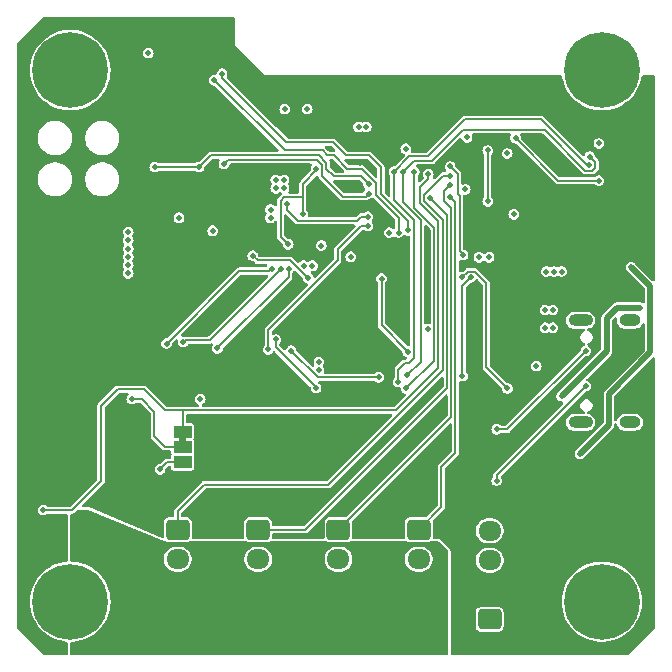
<source format=gbr>
%TF.GenerationSoftware,KiCad,Pcbnew,8.0.9-8.0.9-0~ubuntu24.04.1*%
%TF.CreationDate,2025-04-13T19:17:32+05:00*%
%TF.ProjectId,ThetaAnomalain,54686574-6141-46e6-9f6d-616c61696e2e,rev?*%
%TF.SameCoordinates,Original*%
%TF.FileFunction,Copper,L4,Bot*%
%TF.FilePolarity,Positive*%
%FSLAX46Y46*%
G04 Gerber Fmt 4.6, Leading zero omitted, Abs format (unit mm)*
G04 Created by KiCad (PCBNEW 8.0.9-8.0.9-0~ubuntu24.04.1) date 2025-04-13 19:17:32*
%MOMM*%
%LPD*%
G01*
G04 APERTURE LIST*
G04 Aperture macros list*
%AMRoundRect*
0 Rectangle with rounded corners*
0 $1 Rounding radius*
0 $2 $3 $4 $5 $6 $7 $8 $9 X,Y pos of 4 corners*
0 Add a 4 corners polygon primitive as box body*
4,1,4,$2,$3,$4,$5,$6,$7,$8,$9,$2,$3,0*
0 Add four circle primitives for the rounded corners*
1,1,$1+$1,$2,$3*
1,1,$1+$1,$4,$5*
1,1,$1+$1,$6,$7*
1,1,$1+$1,$8,$9*
0 Add four rect primitives between the rounded corners*
20,1,$1+$1,$2,$3,$4,$5,0*
20,1,$1+$1,$4,$5,$6,$7,0*
20,1,$1+$1,$6,$7,$8,$9,0*
20,1,$1+$1,$8,$9,$2,$3,0*%
G04 Aperture macros list end*
%TA.AperFunction,EtchedComponent*%
%ADD10C,0.000000*%
%TD*%
%TA.AperFunction,SMDPad,CuDef*%
%ADD11R,1.500000X1.000000*%
%TD*%
%TA.AperFunction,ComponentPad*%
%ADD12RoundRect,0.250000X-0.725000X0.600000X-0.725000X-0.600000X0.725000X-0.600000X0.725000X0.600000X0*%
%TD*%
%TA.AperFunction,ComponentPad*%
%ADD13O,1.950000X1.700000*%
%TD*%
%TA.AperFunction,ComponentPad*%
%ADD14R,0.900000X0.500000*%
%TD*%
%TA.AperFunction,ComponentPad*%
%ADD15C,0.800000*%
%TD*%
%TA.AperFunction,ComponentPad*%
%ADD16C,6.400000*%
%TD*%
%TA.AperFunction,ComponentPad*%
%ADD17RoundRect,0.250000X0.725000X-0.600000X0.725000X0.600000X-0.725000X0.600000X-0.725000X-0.600000X0*%
%TD*%
%TA.AperFunction,ComponentPad*%
%ADD18O,2.100000X1.000000*%
%TD*%
%TA.AperFunction,ComponentPad*%
%ADD19O,1.800000X1.000000*%
%TD*%
%TA.AperFunction,ViaPad*%
%ADD20C,0.500000*%
%TD*%
%TA.AperFunction,Conductor*%
%ADD21C,0.200000*%
%TD*%
%TA.AperFunction,Conductor*%
%ADD22C,0.500000*%
%TD*%
G04 APERTURE END LIST*
D10*
%TA.AperFunction,EtchedComponent*%
%TO.C,JP1*%
G36*
X87800000Y-110500000D02*
G01*
X87200000Y-110500000D01*
X87200000Y-110000000D01*
X87800000Y-110000000D01*
X87800000Y-110500000D01*
G37*
%TD.AperFunction*%
%TD*%
D11*
%TO.P,JP1,1,A*%
%TO.N,/SERVOEN*%
X87500000Y-109600000D03*
%TO.P,JP1,2,C*%
%TO.N,Net-(JP1-C)*%
X87500000Y-110900000D03*
%TO.P,JP1,3,B*%
%TO.N,VDD*%
X87500000Y-112200000D03*
%TD*%
D12*
%TO.P,J4,1,Pin_1*%
%TO.N,/SERVOB*%
X100700000Y-117900000D03*
D13*
%TO.P,J4,2,Pin_2*%
%TO.N,+6V*%
X100700000Y-120400000D03*
%TO.P,J4,3,Pin_3*%
%TO.N,Net-(J3-Pin_3)*%
X100700000Y-122900000D03*
%TD*%
D14*
%TO.P,AE1,2,Shield*%
%TO.N,GND*%
X98700000Y-79700000D03*
%TD*%
D15*
%TO.P,H1,1*%
%TO.N,N/C*%
X120600000Y-79000000D03*
X121302944Y-77302944D03*
X121302944Y-80697056D03*
X123000000Y-76600000D03*
D16*
X123000000Y-79000000D03*
D15*
X123000000Y-81400000D03*
X124697056Y-77302944D03*
X124697056Y-80697056D03*
X125400000Y-79000000D03*
%TD*%
D12*
%TO.P,J3,1,Pin_1*%
%TO.N,/SERVOA*%
X107500000Y-117900000D03*
D13*
%TO.P,J3,2,Pin_2*%
%TO.N,+6V*%
X107500000Y-120400000D03*
%TO.P,J3,3,Pin_3*%
%TO.N,Net-(J3-Pin_3)*%
X107500000Y-122900000D03*
%TD*%
D17*
%TO.P,J7,1,Pin_1*%
%TO.N,VDD*%
X113500000Y-125500000D03*
D13*
%TO.P,J7,2,Pin_2*%
%TO.N,GND*%
X113500000Y-123000000D03*
%TO.P,J7,3,Pin_3*%
%TO.N,/RXD0*%
X113500000Y-120500000D03*
%TO.P,J7,4,Pin_4*%
%TO.N,/TXD0*%
X113500000Y-118000000D03*
%TD*%
D12*
%TO.P,J6,1,Pin_1*%
%TO.N,/SERVOD*%
X87100000Y-117900000D03*
D13*
%TO.P,J6,2,Pin_2*%
%TO.N,+6V*%
X87100000Y-120400000D03*
%TO.P,J6,3,Pin_3*%
%TO.N,Net-(J3-Pin_3)*%
X87100000Y-122900000D03*
%TD*%
D15*
%TO.P,H4,1*%
%TO.N,N/C*%
X120600000Y-124000000D03*
X121302944Y-122302944D03*
X121302944Y-125697056D03*
X123000000Y-121600000D03*
D16*
X123000000Y-124000000D03*
D15*
X123000000Y-126400000D03*
X124697056Y-122302944D03*
X124697056Y-125697056D03*
X125400000Y-124000000D03*
%TD*%
D12*
%TO.P,J5,1,Pin_1*%
%TO.N,/SERVOC*%
X93900000Y-117900000D03*
D13*
%TO.P,J5,2,Pin_2*%
%TO.N,+6V*%
X93900000Y-120400000D03*
%TO.P,J5,3,Pin_3*%
%TO.N,Net-(J3-Pin_3)*%
X93900000Y-122900000D03*
%TD*%
D15*
%TO.P,H2,1*%
%TO.N,N/C*%
X75600000Y-124000000D03*
X76302944Y-122302944D03*
X76302944Y-125697056D03*
X78000000Y-121600000D03*
D16*
X78000000Y-124000000D03*
D15*
X78000000Y-126400000D03*
X79697056Y-122302944D03*
X79697056Y-125697056D03*
X80400000Y-124000000D03*
%TD*%
D18*
%TO.P,J1,S1,SHIELD*%
%TO.N,unconnected-(J1-SHIELD-PadS1)_1*%
X121195000Y-108820000D03*
D19*
%TO.N,unconnected-(J1-SHIELD-PadS1)_3*%
X125375000Y-108820000D03*
D18*
%TO.N,unconnected-(J1-SHIELD-PadS1)*%
X121195000Y-100180000D03*
D19*
%TO.N,unconnected-(J1-SHIELD-PadS1)_2*%
X125375000Y-100180000D03*
%TD*%
D15*
%TO.P,H3,1*%
%TO.N,N/C*%
X75600000Y-79000000D03*
X76302944Y-77302944D03*
X76302944Y-80697056D03*
X78000000Y-76600000D03*
D16*
X78000000Y-79000000D03*
D15*
X78000000Y-81400000D03*
X79697056Y-77302944D03*
X79697056Y-80697056D03*
X80400000Y-79000000D03*
%TD*%
D20*
%TO.N,GND*%
X103750000Y-87650000D03*
X103250000Y-90450000D03*
%TO.N,VDD*%
X85600000Y-112800000D03*
%TO.N,GND*%
X96000000Y-103900000D03*
%TO.N,VDD*%
X108250000Y-100950000D03*
X118850000Y-100800000D03*
X87200000Y-91500000D03*
X96150000Y-82300000D03*
X90050000Y-92600000D03*
X117450000Y-104050000D03*
X94950000Y-91500000D03*
X98500000Y-95550000D03*
X84600000Y-77550000D03*
X101750000Y-94800000D03*
X118200000Y-100800000D03*
X99050000Y-103700000D03*
X114990000Y-86050000D03*
X97750000Y-95550000D03*
X105000000Y-92750000D03*
X111590000Y-84700000D03*
X95400000Y-89000000D03*
X115550000Y-91200000D03*
X111440000Y-89100000D03*
X102400000Y-83800000D03*
X118850000Y-99300000D03*
X99050000Y-104350000D03*
X94950000Y-90800000D03*
X96100000Y-88300000D03*
X118200000Y-99300000D03*
X89000000Y-106850000D03*
X122750000Y-85200000D03*
X103050000Y-83800000D03*
X106400000Y-85650000D03*
X98050000Y-82300000D03*
X96100000Y-89000000D03*
X95400000Y-88300000D03*
%TO.N,/TX0_RAW*%
X121985876Y-86314124D03*
X106500000Y-104850000D03*
X106150000Y-87600000D03*
%TO.N,/BOOT*%
X103250000Y-89450000D03*
X91000000Y-86950000D03*
%TO.N,/Action*%
X115698893Y-84746442D03*
X122750000Y-88350000D03*
%TO.N,/RXD0*%
X105750000Y-105400000D03*
X121950000Y-87000000D03*
X105400000Y-87600000D03*
%TO.N,GND*%
X83400000Y-111550080D03*
X112150000Y-93000000D03*
X108300000Y-97650000D03*
X94950000Y-92557500D03*
X103380000Y-81215000D03*
X74100000Y-91900000D03*
X85150000Y-85350000D03*
X101600000Y-81300000D03*
X75700000Y-121200000D03*
X84800000Y-94300000D03*
X96800000Y-87350000D03*
X74100000Y-95900000D03*
X101600000Y-83200000D03*
X109700000Y-79800000D03*
X76600000Y-111550080D03*
X74100000Y-92700000D03*
X74300000Y-120500000D03*
X97450000Y-87350000D03*
X84800000Y-105400000D03*
X103300000Y-79800000D03*
X75000000Y-121200000D03*
X101600000Y-85000000D03*
X112150000Y-92300000D03*
X95100000Y-79800000D03*
X105700000Y-79800000D03*
X108300000Y-99650000D03*
X84800000Y-96500000D03*
X75000000Y-120500000D03*
X84100000Y-110150080D03*
X100900000Y-106700000D03*
X102880000Y-81715000D03*
X76600000Y-112250080D03*
X108900000Y-79800000D03*
X93425000Y-100875000D03*
X117450000Y-104950000D03*
X76600000Y-110850080D03*
X74700000Y-95500000D03*
X112800000Y-80250000D03*
X92000000Y-117900000D03*
X83400000Y-110150080D03*
X108580000Y-84415000D03*
X102500000Y-79800000D03*
X114000000Y-99600000D03*
X104100000Y-79800000D03*
X100050000Y-85700000D03*
X74100000Y-94300000D03*
X115000000Y-84750000D03*
X93200000Y-78700000D03*
X109180000Y-84415000D03*
X74300000Y-118400000D03*
X122600000Y-100950000D03*
X74300000Y-117700000D03*
X90200000Y-99900000D03*
X92100000Y-77600000D03*
X116100000Y-79800000D03*
X100000000Y-80600000D03*
X101700000Y-79800000D03*
X119200000Y-79800000D03*
X91550000Y-76250000D03*
X98100000Y-87350000D03*
X101600000Y-82000000D03*
X117400000Y-97850000D03*
X74100000Y-95100000D03*
X84100000Y-111550080D03*
X93750000Y-79250000D03*
X84800000Y-99800000D03*
X96700000Y-79800000D03*
X84100000Y-112250080D03*
X74700000Y-96300000D03*
X84100000Y-108750080D03*
X94300000Y-79800000D03*
X107300000Y-79800000D03*
X74700000Y-92300000D03*
X101600000Y-80600000D03*
X84800000Y-100900000D03*
X105300000Y-106700000D03*
X117700000Y-79800000D03*
X74700000Y-97100000D03*
X84100000Y-110850080D03*
X115300000Y-79800000D03*
X102880000Y-82915000D03*
X84800000Y-103100000D03*
X104580000Y-81215000D03*
X108100000Y-79800000D03*
X98050000Y-101850000D03*
X101600000Y-84400000D03*
X104200000Y-106700000D03*
X97500000Y-79800000D03*
X74100000Y-93500000D03*
X84800000Y-95400000D03*
X74100000Y-96700000D03*
X104100000Y-85100000D03*
X114000000Y-100300000D03*
X74300000Y-119800000D03*
X122950000Y-98550000D03*
X105700000Y-85750000D03*
X76600000Y-110150080D03*
X99900000Y-79800000D03*
X85400000Y-117800000D03*
X105600000Y-117900000D03*
X100350000Y-87300000D03*
X84800000Y-104200000D03*
X103100000Y-106700000D03*
X101600000Y-83800000D03*
X102000000Y-106700000D03*
X102880000Y-82315000D03*
X91550000Y-77050000D03*
X75700000Y-120500000D03*
X114000000Y-101000000D03*
X99800000Y-106700000D03*
X74300000Y-119100000D03*
X99250000Y-92600000D03*
X116700000Y-97850000D03*
X100000000Y-81300000D03*
X83400000Y-112250080D03*
X110500000Y-79800000D03*
X100000000Y-82950000D03*
X77300000Y-112250080D03*
X113500000Y-79800000D03*
X91550000Y-75450000D03*
X77300000Y-110150080D03*
X98900000Y-117900000D03*
X74300000Y-121200000D03*
X121500000Y-93000000D03*
X105780000Y-81215000D03*
X126787500Y-83100000D03*
X101600000Y-82600000D03*
X84800000Y-97600000D03*
X113200000Y-111100000D03*
X95900000Y-79800000D03*
X101500000Y-88900000D03*
X102500000Y-86850000D03*
X114500000Y-79800000D03*
X77300000Y-110850080D03*
X108900000Y-106000000D03*
X103980000Y-81215000D03*
X84800000Y-102000000D03*
X104900000Y-79800000D03*
X74700000Y-93100000D03*
X74700000Y-94700000D03*
X84100000Y-109450080D03*
X106500000Y-79800000D03*
X111440000Y-88100000D03*
X118400000Y-79800000D03*
X115140000Y-89100000D03*
X92650000Y-78150000D03*
X74700000Y-93900000D03*
X105180000Y-81215000D03*
X77300000Y-111550080D03*
X111590000Y-87250000D03*
X111300000Y-79800000D03*
X101600000Y-85600000D03*
X74700000Y-91500000D03*
X98900000Y-101000000D03*
X100000000Y-83550000D03*
X108300000Y-98400000D03*
X100000000Y-84150000D03*
X116900000Y-79800000D03*
X112000000Y-80250000D03*
X84800000Y-98700000D03*
X83400000Y-110850080D03*
X88900000Y-85350000D03*
%TO.N,/IMU_INT*%
X96350000Y-90300000D03*
X103200000Y-91400000D03*
%TO.N,+3V8*%
X82900000Y-92700000D03*
X82900000Y-96200000D03*
X119600000Y-96050000D03*
X82900000Y-95500000D03*
X118950000Y-96050000D03*
X82900000Y-93400000D03*
X82900000Y-94800000D03*
X82900000Y-94100000D03*
X99250000Y-93850000D03*
X118300000Y-96050000D03*
%TO.N,/SDA*%
X90200000Y-79850000D03*
X105800000Y-92750000D03*
X113450000Y-94850000D03*
%TO.N,/SCL*%
X113340000Y-90100000D03*
X112600000Y-94850000D03*
X113340000Y-85800000D03*
X90850000Y-79300000D03*
X106559184Y-92550000D03*
%TO.N,/CHIP_PU*%
X103250000Y-88650000D03*
X88900000Y-87200000D03*
X85150000Y-87200000D03*
%TO.N,/SERVOA*%
X110150000Y-89750000D03*
%TO.N,/SERVOB*%
X110150000Y-88750000D03*
%TO.N,/SERVOC*%
X108450000Y-89850000D03*
%TO.N,/OFF*%
X111250000Y-94650000D03*
X110150000Y-87150000D03*
%TO.N,Net-(JP1-C)*%
X83200000Y-106850000D03*
%TO.N,/SERVOEN*%
X75700000Y-116250000D03*
X108300000Y-87800000D03*
%TO.N,/BUZ*%
X111150000Y-96550000D03*
X115000000Y-105950000D03*
%TO.N,Net-(D1-A)*%
X119600000Y-106600000D03*
X126200000Y-99100000D03*
%TO.N,Net-(BZ1-+)*%
X121150000Y-111500000D03*
X125500000Y-95700000D03*
%TO.N,Net-(J3-Pin_3)*%
X79600000Y-117700000D03*
X78950000Y-119800000D03*
X79600000Y-118400000D03*
X79600000Y-119100000D03*
X78950000Y-117000000D03*
X79600000Y-119800000D03*
X78950000Y-118400000D03*
X78950000Y-117700000D03*
X78950000Y-119100000D03*
%TO.N,Net-(J1-CC2)*%
X121650000Y-102750000D03*
X114100000Y-109400000D03*
%TO.N,Net-(J1-CC1)*%
X121650000Y-105750000D03*
X114100000Y-113750000D03*
%TO.N,Net-(RN3-R3.2)*%
X104350000Y-96650000D03*
X106570000Y-102830000D03*
%TO.N,Net-(RN4-R4.2)*%
X98150000Y-96600000D03*
X93450000Y-94700000D03*
%TO.N,Net-(RN4-R2.2)*%
X96500000Y-95800000D03*
X90450000Y-102550000D03*
%TO.N,Net-(RN4-R1.2)*%
X87550000Y-102000000D03*
X95850000Y-95800000D03*
%TO.N,Net-(RN5-R4.2)*%
X95050000Y-95800000D03*
X86150000Y-102150000D03*
%TO.N,Net-(U5-INT2{slash}FSYNC{slash}CLKIN)*%
X97687276Y-91200000D03*
X96450000Y-93750000D03*
X98800003Y-87350000D03*
%TO.N,/SERVOD*%
X110150000Y-87950000D03*
%TO.N,/LD_SCK*%
X103200000Y-92200000D03*
X94750000Y-102650000D03*
%TO.N,/LD_D*%
X111900000Y-96550000D03*
X104100000Y-105000000D03*
X96700000Y-102750000D03*
X111200000Y-104900000D03*
%TO.N,/LD_CS*%
X95400000Y-101800000D03*
X107125650Y-87600000D03*
X106450000Y-105950000D03*
X98800000Y-105900000D03*
%TD*%
D21*
%TO.N,/SCL*%
X90850000Y-79300000D02*
X90850000Y-79650000D01*
X90850000Y-79650000D02*
X96300000Y-85100000D01*
X96300000Y-85100000D02*
X100250000Y-85100000D01*
X104300000Y-89500000D02*
X106559184Y-91759184D01*
X100250000Y-85100000D02*
X101350000Y-86200000D01*
X106559184Y-91759184D02*
X106559184Y-92550000D01*
X101350000Y-86200000D02*
X103300000Y-86200000D01*
X103300000Y-86200000D02*
X104300000Y-87200000D01*
X104300000Y-87200000D02*
X104300000Y-89500000D01*
%TO.N,VDD*%
X87500000Y-112200000D02*
X86200000Y-112200000D01*
X86200000Y-112200000D02*
X85600000Y-112800000D01*
%TO.N,/SERVOEN*%
X86000000Y-107800000D02*
X87500000Y-107800000D01*
X87500000Y-109600000D02*
X87500000Y-107800000D01*
X87500000Y-107800000D02*
X105600000Y-107800000D01*
X75700000Y-116250000D02*
X78150000Y-116250000D01*
X78150000Y-116250000D02*
X80600000Y-113800000D01*
X80600000Y-113800000D02*
X80600000Y-107400000D01*
X80600000Y-107400000D02*
X82000000Y-106000000D01*
X82000000Y-106000000D02*
X84200000Y-106000000D01*
X109150000Y-104250000D02*
X109150000Y-91800000D01*
X84200000Y-106000000D02*
X86000000Y-107800000D01*
X107575000Y-88925000D02*
X108300000Y-88200000D01*
X105600000Y-107800000D02*
X109150000Y-104250000D01*
X109150000Y-91800000D02*
X107575000Y-90225000D01*
X107575000Y-90225000D02*
X107575000Y-88925000D01*
X108300000Y-88200000D02*
X108300000Y-87800000D01*
%TO.N,Net-(JP1-C)*%
X83200000Y-106850000D02*
X84050000Y-106850000D01*
X84050000Y-106850000D02*
X85100000Y-107900000D01*
X85100000Y-107900000D02*
X85100000Y-110000000D01*
X85100000Y-110000000D02*
X86000000Y-110900000D01*
X86000000Y-110900000D02*
X87500000Y-110900000D01*
%TO.N,/LD_CS*%
X95400000Y-101800000D02*
X95400000Y-102450000D01*
X95400000Y-102450000D02*
X98800000Y-105850000D01*
X98800000Y-105850000D02*
X98800000Y-105900000D01*
%TO.N,/LD_SCK*%
X102600000Y-92200000D02*
X103200000Y-92200000D01*
X100650000Y-95100000D02*
X100650000Y-94150000D01*
X94750000Y-102650000D02*
X94750000Y-101000000D01*
X94750000Y-101000000D02*
X100650000Y-95100000D01*
X100650000Y-94150000D02*
X102600000Y-92200000D01*
%TO.N,/TX0_RAW*%
X111250000Y-84050000D02*
X108650000Y-86650000D01*
X122200000Y-87500000D02*
X122450000Y-87250000D01*
X122450000Y-86778248D02*
X121985876Y-86314124D01*
X107100000Y-86650000D02*
X108650000Y-86650000D01*
X106150000Y-90200000D02*
X106150000Y-87600000D01*
X118150000Y-84050000D02*
X111250000Y-84050000D01*
X121600000Y-87500000D02*
X118150000Y-84050000D01*
X122450000Y-87250000D02*
X122450000Y-86778248D01*
X107650000Y-91700000D02*
X106150000Y-90200000D01*
X122200000Y-87500000D02*
X121600000Y-87500000D01*
X106150000Y-87600000D02*
X107100000Y-86650000D01*
X106500000Y-104850000D02*
X107650000Y-103700000D01*
X107650000Y-103700000D02*
X107650000Y-91700000D01*
%TO.N,/BOOT*%
X99300000Y-87050000D02*
X98850000Y-86600000D01*
X101050000Y-89700000D02*
X99300000Y-87950000D01*
X103000000Y-89700000D02*
X101050000Y-89700000D01*
X98850000Y-86600000D02*
X91350000Y-86600000D01*
X91350000Y-86600000D02*
X91000000Y-86950000D01*
X103250000Y-89450000D02*
X103000000Y-89700000D01*
X99300000Y-87950000D02*
X99300000Y-87050000D01*
%TO.N,/Action*%
X119302451Y-88350000D02*
X115698893Y-84746442D01*
X122750000Y-88350000D02*
X119302451Y-88350000D01*
%TO.N,/RXD0*%
X105400000Y-90000000D02*
X105400000Y-87600000D01*
X107100000Y-91700000D02*
X105400000Y-90000000D01*
X106700000Y-86300000D02*
X105400000Y-87600000D01*
X105750000Y-105400000D02*
X105750000Y-104350000D01*
X105750000Y-104350000D02*
X106300000Y-103800000D01*
X117850000Y-83150000D02*
X111450000Y-83150000D01*
X111450000Y-83150000D02*
X108300000Y-86300000D01*
X108300000Y-86300000D02*
X106700000Y-86300000D01*
X121650000Y-86950000D02*
X117850000Y-83150000D01*
X121900000Y-86950000D02*
X121650000Y-86950000D01*
X121850000Y-87000000D02*
X121800000Y-86950000D01*
X107100000Y-103350000D02*
X107100000Y-91700000D01*
X106650000Y-103800000D02*
X107100000Y-103350000D01*
X106300000Y-103800000D02*
X106650000Y-103800000D01*
%TO.N,/IMU_INT*%
X102650000Y-91400000D02*
X102300000Y-91750000D01*
X103200000Y-91400000D02*
X102650000Y-91400000D01*
X97250000Y-91750000D02*
X96350000Y-90850000D01*
X96350000Y-90850000D02*
X96350000Y-90300000D01*
X102300000Y-91750000D02*
X97250000Y-91750000D01*
%TO.N,/SDA*%
X96150000Y-85800000D02*
X90200000Y-79850000D01*
X102657107Y-87350000D02*
X101450000Y-87350000D01*
X105800000Y-92750000D02*
X105800000Y-91500000D01*
X103850000Y-89550000D02*
X103850000Y-88542893D01*
X99350000Y-85800000D02*
X96150000Y-85800000D01*
X100300000Y-86200000D02*
X99750000Y-86200000D01*
X105800000Y-91500000D02*
X103850000Y-89550000D01*
X99750000Y-86200000D02*
X99350000Y-85800000D01*
X101450000Y-87350000D02*
X100300000Y-86200000D01*
X103850000Y-88542893D02*
X102657107Y-87350000D01*
%TO.N,/SCL*%
X113340000Y-85800000D02*
X113340000Y-90100000D01*
%TO.N,/CHIP_PU*%
X99675000Y-86825000D02*
X99675000Y-87382107D01*
X89900000Y-86200000D02*
X99050000Y-86200000D01*
X85150000Y-87200000D02*
X88900000Y-87200000D01*
X99675000Y-87382107D02*
X100292893Y-88000000D01*
X100292893Y-88000000D02*
X102600000Y-88000000D01*
X88900000Y-87200000D02*
X89900000Y-86200000D01*
X102600000Y-88000000D02*
X103250000Y-88650000D01*
X99050000Y-86200000D02*
X99675000Y-86825000D01*
%TO.N,/SERVOA*%
X109400000Y-112575000D02*
X110600000Y-111375000D01*
X110600000Y-111375000D02*
X110600000Y-90200000D01*
X109400000Y-116000000D02*
X109400000Y-112575000D01*
X107500000Y-117900000D02*
X109400000Y-116000000D01*
X110600000Y-90200000D02*
X110150000Y-89750000D01*
%TO.N,/SERVOB*%
X109650000Y-89250000D02*
X110150000Y-88750000D01*
X100700000Y-117900000D02*
X110250000Y-108350000D01*
X110250000Y-90700000D02*
X109650000Y-90100000D01*
X110250000Y-108350000D02*
X110250000Y-90700000D01*
X109650000Y-90100000D02*
X109650000Y-89250000D01*
%TO.N,/SERVOC*%
X109900000Y-105900000D02*
X97900000Y-117900000D01*
X109900000Y-91300000D02*
X109900000Y-105900000D01*
X97900000Y-117900000D02*
X93900000Y-117900000D01*
X108450000Y-89850000D02*
X109900000Y-91300000D01*
%TO.N,/OFF*%
X111250000Y-94650000D02*
X110950000Y-94350000D01*
X110950000Y-89650000D02*
X110800000Y-89500000D01*
X110950000Y-94350000D02*
X110950000Y-89650000D01*
X110800000Y-89500000D02*
X110800000Y-87800000D01*
X110800000Y-87800000D02*
X110150000Y-87150000D01*
%TO.N,/BUZ*%
X113200000Y-104150000D02*
X115000000Y-105950000D01*
X111650000Y-96050000D02*
X112250000Y-96050000D01*
X113200000Y-97000000D02*
X113200000Y-104150000D01*
X111150000Y-96550000D02*
X111650000Y-96050000D01*
X112250000Y-96050000D02*
X113200000Y-97000000D01*
D22*
%TO.N,Net-(D1-A)*%
X126200000Y-99100000D02*
X124300000Y-99100000D01*
X124300000Y-99100000D02*
X123400000Y-100000000D01*
X123400000Y-102800000D02*
X119600000Y-106600000D01*
X123400000Y-100000000D02*
X123400000Y-102800000D01*
%TO.N,Net-(BZ1-+)*%
X127100000Y-102900000D02*
X123600000Y-106400000D01*
X123600000Y-106400000D02*
X123600000Y-109050000D01*
X127100000Y-97300000D02*
X127100000Y-102900000D01*
X125500000Y-95700000D02*
X127100000Y-97300000D01*
X123600000Y-109050000D02*
X121150000Y-111500000D01*
D21*
%TO.N,Net-(J3-Pin_3)*%
X107500000Y-122900000D02*
X87100000Y-122900000D01*
X79600000Y-119800000D02*
X82700000Y-122900000D01*
X82700000Y-122900000D02*
X87100000Y-122900000D01*
%TO.N,Net-(J1-CC2)*%
X114100000Y-109400000D02*
X115000000Y-109400000D01*
X115000000Y-109400000D02*
X121650000Y-102750000D01*
%TO.N,Net-(J1-CC1)*%
X114100000Y-113300000D02*
X114100000Y-113750000D01*
X121650000Y-105750000D02*
X114100000Y-113300000D01*
%TO.N,Net-(RN3-R3.2)*%
X104350000Y-100610000D02*
X104350000Y-96650000D01*
X106570000Y-102830000D02*
X104350000Y-100610000D01*
%TO.N,Net-(RN4-R4.2)*%
X93850000Y-95100000D02*
X93450000Y-94700000D01*
X96592893Y-95100000D02*
X93850000Y-95100000D01*
X98150000Y-96600000D02*
X98092893Y-96600000D01*
X98092893Y-96600000D02*
X96592893Y-95100000D01*
%TO.N,Net-(RN4-R2.2)*%
X96500000Y-95800000D02*
X96500000Y-96500000D01*
X96500000Y-96500000D02*
X90450000Y-102550000D01*
%TO.N,Net-(RN4-R1.2)*%
X87700000Y-101850000D02*
X87550000Y-102000000D01*
X95850000Y-95800000D02*
X89800000Y-101850000D01*
X89800000Y-101850000D02*
X87700000Y-101850000D01*
%TO.N,Net-(RN5-R4.2)*%
X95050000Y-95800000D02*
X94850000Y-96000000D01*
X92300000Y-96000000D02*
X86150000Y-102150000D01*
X94850000Y-96000000D02*
X92300000Y-96000000D01*
%TO.N,Net-(U5-INT2{slash}FSYNC{slash}CLKIN)*%
X97687276Y-91200000D02*
X97687276Y-89750000D01*
X95800000Y-90050000D02*
X96100000Y-89750000D01*
X95800000Y-93100000D02*
X95800000Y-90050000D01*
X98900000Y-87400000D02*
X97687276Y-88612724D01*
X96450000Y-93750000D02*
X95800000Y-93100000D01*
X97687276Y-88612724D02*
X97687276Y-89750000D01*
X96100000Y-89750000D02*
X97687276Y-89750000D01*
%TO.N,/SERVOD*%
X110150000Y-87950000D02*
X109550000Y-87950000D01*
X87100000Y-116300000D02*
X87100000Y-117900000D01*
X107925000Y-90075000D02*
X109550000Y-91700000D01*
X89300000Y-114100000D02*
X87100000Y-116300000D01*
X109550000Y-104400000D02*
X99850000Y-114100000D01*
X107925000Y-89575000D02*
X107925000Y-90075000D01*
X109550000Y-91700000D02*
X109550000Y-104400000D01*
X109550000Y-87950000D02*
X107925000Y-89575000D01*
X99850000Y-114100000D02*
X89300000Y-114100000D01*
%TO.N,/LD_D*%
X96700000Y-102750000D02*
X98950000Y-105000000D01*
X111200000Y-97250000D02*
X111900000Y-96550000D01*
X111200000Y-104900000D02*
X111200000Y-97250000D01*
X98950000Y-105000000D02*
X104100000Y-105000000D01*
%TO.N,/LD_CS*%
X108800000Y-92355025D02*
X108800000Y-103600000D01*
X107794975Y-91350000D02*
X108800000Y-92355025D01*
X107125650Y-90680676D02*
X107794975Y-91350000D01*
X108800000Y-103600000D02*
X106450000Y-105950000D01*
X107125650Y-87600000D02*
X107125650Y-90680676D01*
%TD*%
%TA.AperFunction,Conductor*%
%TO.N,Net-(J3-Pin_3)*%
G36*
X79523113Y-116209751D02*
G01*
X85899999Y-118900000D01*
X85900000Y-118900000D01*
X86133067Y-118900000D01*
X86174022Y-118906959D01*
X86290298Y-118947645D01*
X86290300Y-118947646D01*
X86320730Y-118950500D01*
X86320734Y-118950500D01*
X87879270Y-118950500D01*
X87909699Y-118947646D01*
X87947378Y-118934461D01*
X88025978Y-118906959D01*
X88066933Y-118900000D01*
X92933067Y-118900000D01*
X92974022Y-118906959D01*
X93090298Y-118947645D01*
X93090300Y-118947646D01*
X93120730Y-118950500D01*
X93120734Y-118950500D01*
X94679270Y-118950500D01*
X94709699Y-118947646D01*
X94747378Y-118934461D01*
X94825978Y-118906959D01*
X94866933Y-118900000D01*
X99733067Y-118900000D01*
X99774022Y-118906959D01*
X99890298Y-118947645D01*
X99890300Y-118947646D01*
X99920730Y-118950500D01*
X99920734Y-118950500D01*
X101479270Y-118950500D01*
X101509699Y-118947646D01*
X101547378Y-118934461D01*
X101625978Y-118906959D01*
X101666933Y-118900000D01*
X106533067Y-118900000D01*
X106574022Y-118906959D01*
X106690298Y-118947645D01*
X106690300Y-118947646D01*
X106720730Y-118950500D01*
X106720734Y-118950500D01*
X108279270Y-118950500D01*
X108309699Y-118947646D01*
X108347378Y-118934461D01*
X108425978Y-118906959D01*
X108466933Y-118900000D01*
X109148638Y-118900000D01*
X109215677Y-118919685D01*
X109236319Y-118936319D01*
X109963681Y-119663681D01*
X109997166Y-119725004D01*
X110000000Y-119751362D01*
X110000000Y-128375500D01*
X109980315Y-128442539D01*
X109927511Y-128488294D01*
X109876000Y-128499500D01*
X78124000Y-128499500D01*
X78056961Y-128479815D01*
X78011206Y-128427011D01*
X78000000Y-128375500D01*
X78000000Y-127524500D01*
X78019685Y-127457461D01*
X78072489Y-127411706D01*
X78124000Y-127400500D01*
X78184364Y-127400500D01*
X78184370Y-127400500D01*
X78550948Y-127360632D01*
X78911066Y-127281364D01*
X79260503Y-127163625D01*
X79595162Y-127008795D01*
X79911119Y-126818690D01*
X80204670Y-126595538D01*
X80472373Y-126341956D01*
X80711090Y-126060917D01*
X80918022Y-125755716D01*
X81090743Y-125429930D01*
X81227227Y-125087379D01*
X81325875Y-124732081D01*
X81385531Y-124368199D01*
X81405494Y-124000000D01*
X81385531Y-123631801D01*
X81325875Y-123267919D01*
X81227227Y-122912621D01*
X81090743Y-122570070D01*
X80918022Y-122244284D01*
X80711090Y-121939083D01*
X80472373Y-121658044D01*
X80204670Y-121404462D01*
X79911119Y-121181310D01*
X79595162Y-120991205D01*
X79595161Y-120991204D01*
X79595157Y-120991202D01*
X79595153Y-120991200D01*
X79260513Y-120836379D01*
X79260508Y-120836377D01*
X79260503Y-120836375D01*
X79090172Y-120778983D01*
X78911065Y-120718635D01*
X78550946Y-120639367D01*
X78184371Y-120599500D01*
X78184370Y-120599500D01*
X78124000Y-120599500D01*
X78056961Y-120579815D01*
X78011206Y-120527011D01*
X78000000Y-120475500D01*
X78000000Y-120296530D01*
X85924500Y-120296530D01*
X85924500Y-120503469D01*
X85964868Y-120706412D01*
X85964870Y-120706420D01*
X86044058Y-120897596D01*
X86159024Y-121069657D01*
X86305342Y-121215975D01*
X86305345Y-121215977D01*
X86477402Y-121330941D01*
X86668580Y-121410130D01*
X86871530Y-121450499D01*
X86871534Y-121450500D01*
X86871535Y-121450500D01*
X87328466Y-121450500D01*
X87328467Y-121450499D01*
X87531420Y-121410130D01*
X87722598Y-121330941D01*
X87894655Y-121215977D01*
X88040977Y-121069655D01*
X88155941Y-120897598D01*
X88235130Y-120706420D01*
X88275500Y-120503465D01*
X88275500Y-120296535D01*
X88275499Y-120296530D01*
X92724500Y-120296530D01*
X92724500Y-120503469D01*
X92764868Y-120706412D01*
X92764870Y-120706420D01*
X92844058Y-120897596D01*
X92959024Y-121069657D01*
X93105342Y-121215975D01*
X93105345Y-121215977D01*
X93277402Y-121330941D01*
X93468580Y-121410130D01*
X93671530Y-121450499D01*
X93671534Y-121450500D01*
X93671535Y-121450500D01*
X94128466Y-121450500D01*
X94128467Y-121450499D01*
X94331420Y-121410130D01*
X94522598Y-121330941D01*
X94694655Y-121215977D01*
X94840977Y-121069655D01*
X94955941Y-120897598D01*
X95035130Y-120706420D01*
X95075500Y-120503465D01*
X95075500Y-120296535D01*
X95075499Y-120296530D01*
X99524500Y-120296530D01*
X99524500Y-120503469D01*
X99564868Y-120706412D01*
X99564870Y-120706420D01*
X99644058Y-120897596D01*
X99759024Y-121069657D01*
X99905342Y-121215975D01*
X99905345Y-121215977D01*
X100077402Y-121330941D01*
X100268580Y-121410130D01*
X100471530Y-121450499D01*
X100471534Y-121450500D01*
X100471535Y-121450500D01*
X100928466Y-121450500D01*
X100928467Y-121450499D01*
X101131420Y-121410130D01*
X101322598Y-121330941D01*
X101494655Y-121215977D01*
X101640977Y-121069655D01*
X101755941Y-120897598D01*
X101835130Y-120706420D01*
X101875500Y-120503465D01*
X101875500Y-120296535D01*
X101875499Y-120296530D01*
X106324500Y-120296530D01*
X106324500Y-120503469D01*
X106364868Y-120706412D01*
X106364870Y-120706420D01*
X106444058Y-120897596D01*
X106559024Y-121069657D01*
X106705342Y-121215975D01*
X106705345Y-121215977D01*
X106877402Y-121330941D01*
X107068580Y-121410130D01*
X107271530Y-121450499D01*
X107271534Y-121450500D01*
X107271535Y-121450500D01*
X107728466Y-121450500D01*
X107728467Y-121450499D01*
X107931420Y-121410130D01*
X108122598Y-121330941D01*
X108294655Y-121215977D01*
X108440977Y-121069655D01*
X108555941Y-120897598D01*
X108635130Y-120706420D01*
X108675500Y-120503465D01*
X108675500Y-120296535D01*
X108635130Y-120093580D01*
X108555941Y-119902402D01*
X108440977Y-119730345D01*
X108440975Y-119730342D01*
X108294657Y-119584024D01*
X108208626Y-119526541D01*
X108122598Y-119469059D01*
X107931420Y-119389870D01*
X107931412Y-119389868D01*
X107728469Y-119349500D01*
X107728465Y-119349500D01*
X107271535Y-119349500D01*
X107271530Y-119349500D01*
X107068587Y-119389868D01*
X107068579Y-119389870D01*
X106877403Y-119469058D01*
X106705342Y-119584024D01*
X106559024Y-119730342D01*
X106444058Y-119902403D01*
X106364870Y-120093579D01*
X106364868Y-120093587D01*
X106324500Y-120296530D01*
X101875499Y-120296530D01*
X101835130Y-120093580D01*
X101755941Y-119902402D01*
X101640977Y-119730345D01*
X101640975Y-119730342D01*
X101494657Y-119584024D01*
X101408626Y-119526541D01*
X101322598Y-119469059D01*
X101131420Y-119389870D01*
X101131412Y-119389868D01*
X100928469Y-119349500D01*
X100928465Y-119349500D01*
X100471535Y-119349500D01*
X100471530Y-119349500D01*
X100268587Y-119389868D01*
X100268579Y-119389870D01*
X100077403Y-119469058D01*
X99905342Y-119584024D01*
X99759024Y-119730342D01*
X99644058Y-119902403D01*
X99564870Y-120093579D01*
X99564868Y-120093587D01*
X99524500Y-120296530D01*
X95075499Y-120296530D01*
X95035130Y-120093580D01*
X94955941Y-119902402D01*
X94840977Y-119730345D01*
X94840975Y-119730342D01*
X94694657Y-119584024D01*
X94608626Y-119526541D01*
X94522598Y-119469059D01*
X94331420Y-119389870D01*
X94331412Y-119389868D01*
X94128469Y-119349500D01*
X94128465Y-119349500D01*
X93671535Y-119349500D01*
X93671530Y-119349500D01*
X93468587Y-119389868D01*
X93468579Y-119389870D01*
X93277403Y-119469058D01*
X93105342Y-119584024D01*
X92959024Y-119730342D01*
X92844058Y-119902403D01*
X92764870Y-120093579D01*
X92764868Y-120093587D01*
X92724500Y-120296530D01*
X88275499Y-120296530D01*
X88235130Y-120093580D01*
X88155941Y-119902402D01*
X88040977Y-119730345D01*
X88040975Y-119730342D01*
X87894657Y-119584024D01*
X87808626Y-119526541D01*
X87722598Y-119469059D01*
X87531420Y-119389870D01*
X87531412Y-119389868D01*
X87328469Y-119349500D01*
X87328465Y-119349500D01*
X86871535Y-119349500D01*
X86871530Y-119349500D01*
X86668587Y-119389868D01*
X86668579Y-119389870D01*
X86477403Y-119469058D01*
X86305342Y-119584024D01*
X86159024Y-119730342D01*
X86044058Y-119902403D01*
X85964870Y-120093579D01*
X85964868Y-120093587D01*
X85924500Y-120296530D01*
X78000000Y-120296530D01*
X78000000Y-116674500D01*
X78019685Y-116607461D01*
X78072489Y-116561706D01*
X78124000Y-116550500D01*
X78189560Y-116550500D01*
X78189562Y-116550500D01*
X78265989Y-116530021D01*
X78334511Y-116490460D01*
X78390460Y-116434511D01*
X78588652Y-116236319D01*
X78649975Y-116202834D01*
X78676333Y-116200000D01*
X79474914Y-116200000D01*
X79523113Y-116209751D01*
G37*
%TD.AperFunction*%
%TD*%
%TA.AperFunction,Conductor*%
%TO.N,GND*%
G36*
X91893039Y-74520185D02*
G01*
X91938794Y-74572989D01*
X91950000Y-74624500D01*
X91950000Y-76900000D01*
X94500000Y-79450000D01*
X97750000Y-79450000D01*
X119522554Y-79450000D01*
X119589593Y-79469685D01*
X119635348Y-79522489D01*
X119644918Y-79553931D01*
X119660570Y-79649399D01*
X119674126Y-79732086D01*
X119674128Y-79732094D01*
X119772768Y-80087365D01*
X119772770Y-80087371D01*
X119909255Y-80429926D01*
X119909261Y-80429938D01*
X120081973Y-80755708D01*
X120081976Y-80755713D01*
X120081978Y-80755716D01*
X120288910Y-81060917D01*
X120527627Y-81341956D01*
X120795330Y-81595538D01*
X121088881Y-81818690D01*
X121404838Y-82008795D01*
X121404840Y-82008796D01*
X121404842Y-82008797D01*
X121404846Y-82008799D01*
X121739486Y-82163620D01*
X121739497Y-82163625D01*
X122088934Y-82281364D01*
X122449052Y-82360632D01*
X122815630Y-82400500D01*
X122815636Y-82400500D01*
X123184364Y-82400500D01*
X123184370Y-82400500D01*
X123550948Y-82360632D01*
X123911066Y-82281364D01*
X124260503Y-82163625D01*
X124595162Y-82008795D01*
X124911119Y-81818690D01*
X125204670Y-81595538D01*
X125472373Y-81341956D01*
X125711090Y-81060917D01*
X125918022Y-80755716D01*
X126090743Y-80429930D01*
X126227227Y-80087379D01*
X126325875Y-79732081D01*
X126355080Y-79553935D01*
X126385350Y-79490968D01*
X126444861Y-79454358D01*
X126477446Y-79450000D01*
X127375500Y-79450000D01*
X127442539Y-79469685D01*
X127488294Y-79522489D01*
X127499500Y-79574000D01*
X127499500Y-96763034D01*
X127479815Y-96830073D01*
X127427011Y-96875828D01*
X127357853Y-96885772D01*
X127294297Y-96856747D01*
X127287819Y-96850715D01*
X125833072Y-95395969D01*
X125827040Y-95389491D01*
X125811688Y-95371774D01*
X125798049Y-95356033D01*
X125798047Y-95356032D01*
X125798048Y-95356032D01*
X125795511Y-95354402D01*
X125783102Y-95344402D01*
X125783060Y-95344458D01*
X125776617Y-95339514D01*
X125776614Y-95339511D01*
X125737103Y-95316699D01*
X125732078Y-95313636D01*
X125689070Y-95285996D01*
X125687764Y-95285400D01*
X125678843Y-95282253D01*
X125673892Y-95280202D01*
X125623233Y-95266627D01*
X125620399Y-95265831D01*
X125564774Y-95249500D01*
X125564772Y-95249500D01*
X125435228Y-95249500D01*
X125410237Y-95256837D01*
X125379582Y-95265837D01*
X125376748Y-95266632D01*
X125326111Y-95280200D01*
X125321146Y-95282257D01*
X125312230Y-95285402D01*
X125310933Y-95285994D01*
X125267930Y-95313630D01*
X125262895Y-95316699D01*
X125223387Y-95339509D01*
X125216941Y-95344456D01*
X125216899Y-95344401D01*
X125204494Y-95354397D01*
X125201955Y-95356028D01*
X125201949Y-95356033D01*
X125172969Y-95389478D01*
X125166943Y-95395951D01*
X125139515Y-95423380D01*
X125139503Y-95423396D01*
X125137279Y-95427249D01*
X125123619Y-95446433D01*
X125117116Y-95453938D01*
X125117114Y-95453941D01*
X125101576Y-95487965D01*
X125096172Y-95498450D01*
X125080200Y-95526114D01*
X125077263Y-95537074D01*
X125070289Y-95556473D01*
X125063305Y-95571767D01*
X125063302Y-95571777D01*
X125058952Y-95602028D01*
X125055991Y-95616464D01*
X125049502Y-95640684D01*
X125049501Y-95640693D01*
X125049501Y-95658899D01*
X125048239Y-95676545D01*
X125044867Y-95699999D01*
X125044867Y-95700000D01*
X125047740Y-95719979D01*
X125048239Y-95723452D01*
X125049501Y-95741099D01*
X125049501Y-95759313D01*
X125055991Y-95783535D01*
X125058952Y-95797972D01*
X125063303Y-95828225D01*
X125063304Y-95828230D01*
X125070286Y-95843518D01*
X125077265Y-95862932D01*
X125080201Y-95873887D01*
X125091793Y-95893966D01*
X125096166Y-95901539D01*
X125101573Y-95912026D01*
X125117117Y-95946062D01*
X125117118Y-95946063D01*
X125123609Y-95953555D01*
X125137283Y-95972756D01*
X125139509Y-95976612D01*
X125139510Y-95976613D01*
X125139511Y-95976614D01*
X125166945Y-96004048D01*
X125172951Y-96010499D01*
X125201951Y-96043967D01*
X125204488Y-96045597D01*
X125225126Y-96062229D01*
X126613181Y-97450284D01*
X126646666Y-97511607D01*
X126649500Y-97537965D01*
X126649500Y-98624552D01*
X126629815Y-98691591D01*
X126577011Y-98737346D01*
X126507853Y-98747290D01*
X126463501Y-98731940D01*
X126437118Y-98716708D01*
X126432078Y-98713636D01*
X126389068Y-98685995D01*
X126387773Y-98685404D01*
X126378845Y-98682254D01*
X126373887Y-98680200D01*
X126323195Y-98666617D01*
X126320358Y-98665821D01*
X126264772Y-98649500D01*
X126259309Y-98649500D01*
X124240691Y-98649500D01*
X124150325Y-98673713D01*
X124150324Y-98673712D01*
X124126116Y-98680199D01*
X124126113Y-98680200D01*
X124023386Y-98739511D01*
X124023383Y-98739513D01*
X123039513Y-99723383D01*
X123039509Y-99723389D01*
X122980201Y-99826112D01*
X122980200Y-99826117D01*
X122949500Y-99940691D01*
X122949500Y-102562034D01*
X122929815Y-102629073D01*
X122913181Y-102649715D01*
X119325125Y-106237770D01*
X119304491Y-106254400D01*
X119301950Y-106256032D01*
X119301949Y-106256033D01*
X119272969Y-106289478D01*
X119266943Y-106295951D01*
X119239515Y-106323380D01*
X119239503Y-106323396D01*
X119237279Y-106327249D01*
X119223619Y-106346433D01*
X119217116Y-106353938D01*
X119217114Y-106353941D01*
X119201576Y-106387965D01*
X119196175Y-106398442D01*
X119194989Y-106400499D01*
X119180200Y-106426114D01*
X119177263Y-106437074D01*
X119170289Y-106456473D01*
X119163305Y-106471767D01*
X119163302Y-106471777D01*
X119158952Y-106502028D01*
X119155991Y-106516464D01*
X119149502Y-106540684D01*
X119149501Y-106540693D01*
X119149501Y-106558899D01*
X119148239Y-106576545D01*
X119144867Y-106599999D01*
X119148239Y-106623452D01*
X119149501Y-106641099D01*
X119149501Y-106659313D01*
X119155991Y-106683535D01*
X119158952Y-106697972D01*
X119163303Y-106728225D01*
X119163304Y-106728230D01*
X119170286Y-106743518D01*
X119177265Y-106762932D01*
X119180199Y-106773881D01*
X119180202Y-106773889D01*
X119196166Y-106801539D01*
X119201573Y-106812026D01*
X119217117Y-106846062D01*
X119217118Y-106846063D01*
X119223609Y-106853555D01*
X119237283Y-106872756D01*
X119239509Y-106876612D01*
X119239510Y-106876613D01*
X119239511Y-106876614D01*
X119266945Y-106904048D01*
X119272951Y-106910499D01*
X119301951Y-106943967D01*
X119304488Y-106945597D01*
X119316898Y-106955598D01*
X119316941Y-106955543D01*
X119323384Y-106960487D01*
X119323386Y-106960489D01*
X119362902Y-106983303D01*
X119367886Y-106986340D01*
X119410931Y-107014004D01*
X119410936Y-107014005D01*
X119410937Y-107014006D01*
X119412235Y-107014599D01*
X119421170Y-107017751D01*
X119426111Y-107019798D01*
X119426113Y-107019799D01*
X119426114Y-107019799D01*
X119426116Y-107019800D01*
X119476777Y-107033374D01*
X119479584Y-107034161D01*
X119535228Y-107050500D01*
X119625166Y-107050500D01*
X119692205Y-107070185D01*
X119737960Y-107122989D01*
X119747904Y-107192147D01*
X119718879Y-107255703D01*
X119712847Y-107262181D01*
X113915489Y-113059540D01*
X113859541Y-113115487D01*
X113859535Y-113115495D01*
X113819982Y-113184004D01*
X113819979Y-113184009D01*
X113799500Y-113260439D01*
X113799500Y-113362611D01*
X113779815Y-113429650D01*
X113769214Y-113443812D01*
X113717120Y-113503932D01*
X113717117Y-113503938D01*
X113663302Y-113621774D01*
X113644867Y-113750000D01*
X113663302Y-113878225D01*
X113711841Y-113984509D01*
X113717118Y-113996063D01*
X113801951Y-114093967D01*
X113910931Y-114164004D01*
X114035225Y-114200499D01*
X114035227Y-114200500D01*
X114035228Y-114200500D01*
X114164773Y-114200500D01*
X114164773Y-114200499D01*
X114289069Y-114164004D01*
X114398049Y-114093967D01*
X114482882Y-113996063D01*
X114536697Y-113878226D01*
X114555133Y-113750000D01*
X114536697Y-113621774D01*
X114482882Y-113503937D01*
X114482878Y-113503932D01*
X114478087Y-113496476D01*
X114479329Y-113495677D01*
X114454322Y-113440920D01*
X114464265Y-113371761D01*
X114489376Y-113335593D01*
X118935975Y-108888995D01*
X119944499Y-108888995D01*
X119971418Y-109024322D01*
X119971421Y-109024332D01*
X120024221Y-109151804D01*
X120024228Y-109151817D01*
X120100885Y-109266541D01*
X120100888Y-109266545D01*
X120198454Y-109364111D01*
X120198458Y-109364114D01*
X120313182Y-109440771D01*
X120313195Y-109440778D01*
X120440667Y-109493578D01*
X120440672Y-109493580D01*
X120440676Y-109493580D01*
X120440677Y-109493581D01*
X120576004Y-109520500D01*
X120576007Y-109520500D01*
X121813995Y-109520500D01*
X121905041Y-109502389D01*
X121949328Y-109493580D01*
X122076811Y-109440775D01*
X122191542Y-109364114D01*
X122289114Y-109266542D01*
X122365775Y-109151811D01*
X122418580Y-109024328D01*
X122441096Y-108911133D01*
X122445500Y-108888995D01*
X122445500Y-108751004D01*
X122418581Y-108615677D01*
X122418580Y-108615676D01*
X122418580Y-108615672D01*
X122418578Y-108615667D01*
X122365778Y-108488195D01*
X122365771Y-108488182D01*
X122289114Y-108373458D01*
X122289111Y-108373454D01*
X122191545Y-108275888D01*
X122191541Y-108275885D01*
X122076817Y-108199228D01*
X122076804Y-108199221D01*
X121949332Y-108146421D01*
X121949320Y-108146418D01*
X121856728Y-108128000D01*
X121794817Y-108095615D01*
X121760242Y-108034899D01*
X121763982Y-107965130D01*
X121804849Y-107908458D01*
X121848823Y-107886609D01*
X121895520Y-107874097D01*
X122013981Y-107805704D01*
X122110704Y-107708981D01*
X122179097Y-107590520D01*
X122214500Y-107458394D01*
X122214500Y-107321606D01*
X122179097Y-107189480D01*
X122179093Y-107189473D01*
X122110708Y-107071025D01*
X122110702Y-107071017D01*
X122013982Y-106974297D01*
X122013974Y-106974291D01*
X121895526Y-106905906D01*
X121895522Y-106905904D01*
X121895520Y-106905903D01*
X121763394Y-106870500D01*
X121626606Y-106870500D01*
X121494480Y-106905903D01*
X121494473Y-106905906D01*
X121376025Y-106974291D01*
X121376017Y-106974297D01*
X121279297Y-107071017D01*
X121279291Y-107071025D01*
X121210906Y-107189473D01*
X121210903Y-107189480D01*
X121175500Y-107321606D01*
X121175500Y-107458394D01*
X121193206Y-107524471D01*
X121210903Y-107590519D01*
X121210906Y-107590526D01*
X121279291Y-107708974D01*
X121279295Y-107708979D01*
X121279296Y-107708981D01*
X121376019Y-107805704D01*
X121376021Y-107805705D01*
X121376025Y-107805708D01*
X121466242Y-107857794D01*
X121494480Y-107874097D01*
X121500559Y-107875726D01*
X121560218Y-107912090D01*
X121590747Y-107974937D01*
X121582452Y-108044313D01*
X121537967Y-108098191D01*
X121471415Y-108119465D01*
X121468464Y-108119500D01*
X120576005Y-108119500D01*
X120440677Y-108146418D01*
X120440667Y-108146421D01*
X120313195Y-108199221D01*
X120313182Y-108199228D01*
X120198458Y-108275885D01*
X120198454Y-108275888D01*
X120100888Y-108373454D01*
X120100885Y-108373458D01*
X120024228Y-108488182D01*
X120024221Y-108488195D01*
X119971421Y-108615667D01*
X119971418Y-108615677D01*
X119944500Y-108751004D01*
X119944500Y-108751007D01*
X119944500Y-108888993D01*
X119944500Y-108888995D01*
X119944499Y-108888995D01*
X118935975Y-108888995D01*
X121588152Y-106236819D01*
X121649475Y-106203334D01*
X121675833Y-106200500D01*
X121714773Y-106200500D01*
X121714773Y-106200499D01*
X121839069Y-106164004D01*
X121948049Y-106093967D01*
X122032882Y-105996063D01*
X122086697Y-105878226D01*
X122105133Y-105750000D01*
X122086697Y-105621774D01*
X122032882Y-105503937D01*
X121948049Y-105406033D01*
X121839069Y-105335996D01*
X121839067Y-105335995D01*
X121839065Y-105335994D01*
X121778341Y-105318164D01*
X121719563Y-105280390D01*
X121690538Y-105216834D01*
X121700482Y-105147675D01*
X121725592Y-105111509D01*
X123760490Y-103076613D01*
X123819799Y-102973886D01*
X123823995Y-102958226D01*
X123827274Y-102945990D01*
X123827274Y-102945988D01*
X123840447Y-102896826D01*
X123850500Y-102859309D01*
X123850500Y-100237965D01*
X123870185Y-100170926D01*
X123886819Y-100150284D01*
X123960093Y-100077010D01*
X124071965Y-99965137D01*
X124133286Y-99931654D01*
X124202977Y-99936638D01*
X124258911Y-99978509D01*
X124283328Y-100043974D01*
X124281262Y-100077010D01*
X124274500Y-100111007D01*
X124274500Y-100248993D01*
X124274500Y-100248995D01*
X124274499Y-100248995D01*
X124301418Y-100384322D01*
X124301421Y-100384332D01*
X124354221Y-100511804D01*
X124354228Y-100511817D01*
X124430885Y-100626541D01*
X124430888Y-100626545D01*
X124528454Y-100724111D01*
X124528458Y-100724114D01*
X124643182Y-100800771D01*
X124643195Y-100800778D01*
X124770667Y-100853578D01*
X124770672Y-100853580D01*
X124770676Y-100853580D01*
X124770677Y-100853581D01*
X124906004Y-100880500D01*
X124906007Y-100880500D01*
X125843995Y-100880500D01*
X125935041Y-100862389D01*
X125979328Y-100853580D01*
X126106811Y-100800775D01*
X126221542Y-100724114D01*
X126319114Y-100626542D01*
X126395775Y-100511811D01*
X126410938Y-100475201D01*
X126454779Y-100420799D01*
X126521073Y-100398733D01*
X126588772Y-100416012D01*
X126636383Y-100467148D01*
X126649500Y-100522654D01*
X126649500Y-102662035D01*
X126629815Y-102729074D01*
X126613181Y-102749716D01*
X123239513Y-106123383D01*
X123239511Y-106123386D01*
X123180199Y-106226114D01*
X123177150Y-106237498D01*
X123177150Y-106237499D01*
X123149500Y-106340691D01*
X123149500Y-108812034D01*
X123129815Y-108879073D01*
X123113181Y-108899715D01*
X120875125Y-111137770D01*
X120854491Y-111154400D01*
X120851950Y-111156032D01*
X120851949Y-111156033D01*
X120822969Y-111189478D01*
X120816943Y-111195951D01*
X120789515Y-111223380D01*
X120789503Y-111223396D01*
X120787279Y-111227249D01*
X120773619Y-111246433D01*
X120767116Y-111253938D01*
X120767114Y-111253941D01*
X120751576Y-111287965D01*
X120746172Y-111298450D01*
X120730200Y-111326114D01*
X120727263Y-111337074D01*
X120720289Y-111356473D01*
X120713305Y-111371767D01*
X120713302Y-111371777D01*
X120708952Y-111402028D01*
X120705991Y-111416464D01*
X120699502Y-111440684D01*
X120699501Y-111440693D01*
X120699501Y-111458899D01*
X120698239Y-111476545D01*
X120694867Y-111499999D01*
X120698239Y-111523452D01*
X120699501Y-111541099D01*
X120699501Y-111559313D01*
X120705991Y-111583535D01*
X120708952Y-111597972D01*
X120713303Y-111628225D01*
X120713304Y-111628230D01*
X120720286Y-111643518D01*
X120727265Y-111662932D01*
X120730199Y-111673881D01*
X120730202Y-111673889D01*
X120746166Y-111701539D01*
X120751573Y-111712026D01*
X120767117Y-111746062D01*
X120767118Y-111746063D01*
X120773609Y-111753555D01*
X120787283Y-111772756D01*
X120789509Y-111776612D01*
X120789510Y-111776613D01*
X120789511Y-111776614D01*
X120816945Y-111804048D01*
X120822951Y-111810499D01*
X120851951Y-111843967D01*
X120854488Y-111845597D01*
X120866898Y-111855598D01*
X120866941Y-111855543D01*
X120873384Y-111860487D01*
X120873386Y-111860489D01*
X120912896Y-111883300D01*
X120917886Y-111886340D01*
X120960931Y-111914004D01*
X120960936Y-111914005D01*
X120960937Y-111914006D01*
X120962235Y-111914599D01*
X120971170Y-111917751D01*
X120976111Y-111919798D01*
X120976113Y-111919799D01*
X120976114Y-111919799D01*
X120976116Y-111919800D01*
X121026777Y-111933374D01*
X121029584Y-111934161D01*
X121085228Y-111950500D01*
X121214772Y-111950500D01*
X121270423Y-111934159D01*
X121273218Y-111933374D01*
X121323887Y-111919799D01*
X121323899Y-111919791D01*
X121328823Y-111917753D01*
X121337764Y-111914599D01*
X121339065Y-111914005D01*
X121339069Y-111914004D01*
X121382081Y-111886360D01*
X121387085Y-111883310D01*
X121426614Y-111860489D01*
X121426616Y-111860487D01*
X121433069Y-111855536D01*
X121433112Y-111855592D01*
X121445519Y-111845592D01*
X121448049Y-111843967D01*
X121477055Y-111810490D01*
X121483060Y-111804041D01*
X123960489Y-109326614D01*
X124019799Y-109223887D01*
X124028500Y-109191413D01*
X124050500Y-109109309D01*
X124050500Y-109021861D01*
X124070185Y-108954822D01*
X124122989Y-108909067D01*
X124192147Y-108899123D01*
X124255703Y-108928148D01*
X124293477Y-108986926D01*
X124296117Y-108997670D01*
X124301418Y-109024320D01*
X124301421Y-109024332D01*
X124354221Y-109151804D01*
X124354228Y-109151817D01*
X124430885Y-109266541D01*
X124430888Y-109266545D01*
X124528454Y-109364111D01*
X124528458Y-109364114D01*
X124643182Y-109440771D01*
X124643195Y-109440778D01*
X124770667Y-109493578D01*
X124770672Y-109493580D01*
X124770676Y-109493580D01*
X124770677Y-109493581D01*
X124906004Y-109520500D01*
X124906007Y-109520500D01*
X125843995Y-109520500D01*
X125935041Y-109502389D01*
X125979328Y-109493580D01*
X126106811Y-109440775D01*
X126221542Y-109364114D01*
X126319114Y-109266542D01*
X126395775Y-109151811D01*
X126448580Y-109024328D01*
X126471096Y-108911133D01*
X126475500Y-108888995D01*
X126475500Y-108751004D01*
X126448581Y-108615677D01*
X126448580Y-108615676D01*
X126448580Y-108615672D01*
X126448578Y-108615667D01*
X126395778Y-108488195D01*
X126395771Y-108488182D01*
X126319114Y-108373458D01*
X126319111Y-108373454D01*
X126221545Y-108275888D01*
X126221541Y-108275885D01*
X126106817Y-108199228D01*
X126106804Y-108199221D01*
X125979332Y-108146421D01*
X125979322Y-108146418D01*
X125843995Y-108119500D01*
X125843993Y-108119500D01*
X124906007Y-108119500D01*
X124906005Y-108119500D01*
X124770677Y-108146418D01*
X124770667Y-108146421D01*
X124643195Y-108199221D01*
X124643182Y-108199228D01*
X124528458Y-108275885D01*
X124528454Y-108275888D01*
X124430888Y-108373454D01*
X124430885Y-108373458D01*
X124354228Y-108488182D01*
X124354221Y-108488195D01*
X124301421Y-108615667D01*
X124301418Y-108615677D01*
X124296117Y-108642330D01*
X124263732Y-108704240D01*
X124203016Y-108738815D01*
X124133247Y-108735075D01*
X124076575Y-108694208D01*
X124050994Y-108629190D01*
X124050500Y-108618138D01*
X124050500Y-106637965D01*
X124070185Y-106570926D01*
X124086819Y-106550284D01*
X127287819Y-103349284D01*
X127349142Y-103315799D01*
X127418834Y-103320783D01*
X127474767Y-103362655D01*
X127499184Y-103428119D01*
X127499500Y-103436965D01*
X127499500Y-126241324D01*
X127479815Y-126308363D01*
X127463181Y-126329005D01*
X125329005Y-128463181D01*
X125267682Y-128496666D01*
X125241324Y-128499500D01*
X110329500Y-128499500D01*
X110262461Y-128479815D01*
X110216706Y-128427011D01*
X110205500Y-128375500D01*
X110205500Y-124845730D01*
X112324500Y-124845730D01*
X112324500Y-126154269D01*
X112327353Y-126184699D01*
X112327353Y-126184701D01*
X112372206Y-126312880D01*
X112372207Y-126312882D01*
X112452850Y-126422150D01*
X112562118Y-126502793D01*
X112604845Y-126517744D01*
X112690299Y-126547646D01*
X112720730Y-126550500D01*
X112720734Y-126550500D01*
X114279270Y-126550500D01*
X114309699Y-126547646D01*
X114309701Y-126547646D01*
X114373790Y-126525219D01*
X114437882Y-126502793D01*
X114547150Y-126422150D01*
X114627793Y-126312882D01*
X114652832Y-126241324D01*
X114672646Y-126184701D01*
X114672646Y-126184699D01*
X114675500Y-126154269D01*
X114675500Y-124845730D01*
X114672646Y-124815300D01*
X114672646Y-124815298D01*
X114627793Y-124687119D01*
X114627792Y-124687117D01*
X114547150Y-124577850D01*
X114437882Y-124497207D01*
X114437880Y-124497206D01*
X114309700Y-124452353D01*
X114279270Y-124449500D01*
X114279266Y-124449500D01*
X112720734Y-124449500D01*
X112720730Y-124449500D01*
X112690300Y-124452353D01*
X112690298Y-124452353D01*
X112562119Y-124497206D01*
X112562117Y-124497207D01*
X112452850Y-124577850D01*
X112372207Y-124687117D01*
X112372206Y-124687119D01*
X112327353Y-124815298D01*
X112327353Y-124815300D01*
X112324500Y-124845730D01*
X110205500Y-124845730D01*
X110205500Y-123999997D01*
X119594506Y-123999997D01*
X119594506Y-124000002D01*
X119614469Y-124368196D01*
X119614470Y-124368213D01*
X119674122Y-124732068D01*
X119674128Y-124732094D01*
X119772768Y-125087365D01*
X119772770Y-125087371D01*
X119909255Y-125429926D01*
X119909261Y-125429938D01*
X120081973Y-125755708D01*
X120081979Y-125755717D01*
X120288909Y-126060916D01*
X120502930Y-126312880D01*
X120527627Y-126341956D01*
X120795330Y-126595538D01*
X121088881Y-126818690D01*
X121404838Y-127008795D01*
X121404840Y-127008796D01*
X121404842Y-127008797D01*
X121404846Y-127008799D01*
X121739486Y-127163620D01*
X121739497Y-127163625D01*
X122088934Y-127281364D01*
X122449052Y-127360632D01*
X122815630Y-127400500D01*
X122815636Y-127400500D01*
X123184364Y-127400500D01*
X123184370Y-127400500D01*
X123550948Y-127360632D01*
X123911066Y-127281364D01*
X124260503Y-127163625D01*
X124595162Y-127008795D01*
X124911119Y-126818690D01*
X125204670Y-126595538D01*
X125472373Y-126341956D01*
X125711090Y-126060917D01*
X125918022Y-125755716D01*
X126090743Y-125429930D01*
X126227227Y-125087379D01*
X126325875Y-124732081D01*
X126364381Y-124497206D01*
X126385529Y-124368213D01*
X126385529Y-124368210D01*
X126385531Y-124368199D01*
X126405494Y-124000000D01*
X126385531Y-123631801D01*
X126325875Y-123267919D01*
X126227227Y-122912621D01*
X126090743Y-122570070D01*
X125918022Y-122244284D01*
X125711090Y-121939083D01*
X125472373Y-121658044D01*
X125204670Y-121404462D01*
X124911119Y-121181310D01*
X124595162Y-120991205D01*
X124595161Y-120991204D01*
X124595157Y-120991202D01*
X124595153Y-120991200D01*
X124260513Y-120836379D01*
X124260508Y-120836377D01*
X124260503Y-120836375D01*
X124090172Y-120778983D01*
X123911065Y-120718635D01*
X123550946Y-120639367D01*
X123184371Y-120599500D01*
X123184370Y-120599500D01*
X122815630Y-120599500D01*
X122815628Y-120599500D01*
X122449053Y-120639367D01*
X122088934Y-120718635D01*
X121828424Y-120806412D01*
X121739497Y-120836375D01*
X121739494Y-120836376D01*
X121739486Y-120836379D01*
X121404846Y-120991200D01*
X121404842Y-120991202D01*
X121169538Y-121132779D01*
X121088881Y-121181310D01*
X120988410Y-121257685D01*
X120795330Y-121404461D01*
X120795330Y-121404462D01*
X120527626Y-121658044D01*
X120288909Y-121939083D01*
X120081979Y-122244282D01*
X120081973Y-122244291D01*
X119909261Y-122570061D01*
X119909255Y-122570073D01*
X119772770Y-122912628D01*
X119772768Y-122912634D01*
X119674128Y-123267905D01*
X119674122Y-123267931D01*
X119614470Y-123631786D01*
X119614469Y-123631803D01*
X119594506Y-123999997D01*
X110205500Y-123999997D01*
X110205500Y-120396530D01*
X112324500Y-120396530D01*
X112324500Y-120603469D01*
X112364868Y-120806412D01*
X112364870Y-120806420D01*
X112444058Y-120997596D01*
X112559024Y-121169657D01*
X112705342Y-121315975D01*
X112705345Y-121315977D01*
X112877402Y-121430941D01*
X113068580Y-121510130D01*
X113271530Y-121550499D01*
X113271534Y-121550500D01*
X113271535Y-121550500D01*
X113728466Y-121550500D01*
X113728467Y-121550499D01*
X113931420Y-121510130D01*
X114122598Y-121430941D01*
X114294655Y-121315977D01*
X114440977Y-121169655D01*
X114555941Y-120997598D01*
X114635130Y-120806420D01*
X114675500Y-120603465D01*
X114675500Y-120396535D01*
X114635130Y-120193580D01*
X114555941Y-120002402D01*
X114440977Y-119830345D01*
X114440975Y-119830342D01*
X114294657Y-119684024D01*
X114208589Y-119626516D01*
X114122598Y-119569059D01*
X114000258Y-119518384D01*
X113931420Y-119489870D01*
X113931412Y-119489868D01*
X113728469Y-119449500D01*
X113728465Y-119449500D01*
X113271535Y-119449500D01*
X113271530Y-119449500D01*
X113068587Y-119489868D01*
X113068579Y-119489870D01*
X112877403Y-119569058D01*
X112705342Y-119684024D01*
X112559024Y-119830342D01*
X112444058Y-120002403D01*
X112364870Y-120193579D01*
X112364868Y-120193587D01*
X112324500Y-120396530D01*
X110205500Y-120396530D01*
X110205500Y-119751361D01*
X110204321Y-119729381D01*
X110201488Y-119703034D01*
X110201487Y-119703032D01*
X110195535Y-119684023D01*
X110177529Y-119626518D01*
X110144044Y-119565195D01*
X110108991Y-119518371D01*
X110040120Y-119449500D01*
X109381634Y-118791013D01*
X109381633Y-118791012D01*
X109365283Y-118776325D01*
X109365269Y-118776313D01*
X109344620Y-118759672D01*
X109273575Y-118722509D01*
X109206543Y-118702826D01*
X109205894Y-118702732D01*
X109148638Y-118694500D01*
X109148634Y-118694500D01*
X108798522Y-118694500D01*
X108731483Y-118674815D01*
X108685728Y-118622011D01*
X108675063Y-118558928D01*
X108675500Y-118554265D01*
X108675500Y-117896530D01*
X112324500Y-117896530D01*
X112324500Y-118103469D01*
X112364868Y-118306412D01*
X112364870Y-118306420D01*
X112444059Y-118497598D01*
X112481923Y-118554266D01*
X112559024Y-118669657D01*
X112705342Y-118815975D01*
X112705345Y-118815977D01*
X112877402Y-118930941D01*
X113068580Y-119010130D01*
X113271530Y-119050499D01*
X113271534Y-119050500D01*
X113271535Y-119050500D01*
X113728466Y-119050500D01*
X113728467Y-119050499D01*
X113931420Y-119010130D01*
X114122598Y-118930941D01*
X114294655Y-118815977D01*
X114440977Y-118669655D01*
X114555941Y-118497598D01*
X114635130Y-118306420D01*
X114675500Y-118103465D01*
X114675500Y-117896535D01*
X114635130Y-117693580D01*
X114555941Y-117502402D01*
X114440977Y-117330345D01*
X114440975Y-117330342D01*
X114294657Y-117184024D01*
X114149624Y-117087117D01*
X114122598Y-117069059D01*
X113931420Y-116989870D01*
X113931412Y-116989868D01*
X113728469Y-116949500D01*
X113728465Y-116949500D01*
X113271535Y-116949500D01*
X113271530Y-116949500D01*
X113068587Y-116989868D01*
X113068579Y-116989870D01*
X112877403Y-117069058D01*
X112705342Y-117184024D01*
X112559024Y-117330342D01*
X112444058Y-117502403D01*
X112364870Y-117693579D01*
X112364868Y-117693587D01*
X112324500Y-117896530D01*
X108675500Y-117896530D01*
X108675500Y-117245733D01*
X108672689Y-117215764D01*
X108686027Y-117147179D01*
X108708463Y-117116506D01*
X109640460Y-116184511D01*
X109680022Y-116115988D01*
X109700500Y-116039562D01*
X109700500Y-115960438D01*
X109700500Y-112750833D01*
X109720185Y-112683794D01*
X109736819Y-112663152D01*
X110086790Y-112313181D01*
X110840460Y-111559511D01*
X110842806Y-111555448D01*
X110880021Y-111490989D01*
X110900500Y-111414562D01*
X110900500Y-109400000D01*
X113644867Y-109400000D01*
X113663302Y-109528225D01*
X113714558Y-109640458D01*
X113717118Y-109646063D01*
X113768640Y-109705523D01*
X113801369Y-109743296D01*
X113801951Y-109743967D01*
X113910931Y-109814004D01*
X113945544Y-109824167D01*
X114035225Y-109850499D01*
X114035227Y-109850500D01*
X114035228Y-109850500D01*
X114164773Y-109850500D01*
X114164773Y-109850499D01*
X114289069Y-109814004D01*
X114398049Y-109743967D01*
X114398374Y-109743591D01*
X114398631Y-109743296D01*
X114399379Y-109742815D01*
X114404754Y-109738158D01*
X114405423Y-109738930D01*
X114457409Y-109705523D01*
X114492343Y-109700500D01*
X115039560Y-109700500D01*
X115039562Y-109700500D01*
X115115989Y-109680021D01*
X115184511Y-109640460D01*
X115240460Y-109584511D01*
X121588152Y-103236819D01*
X121649475Y-103203334D01*
X121675833Y-103200500D01*
X121714773Y-103200500D01*
X121714773Y-103200499D01*
X121839069Y-103164004D01*
X121948049Y-103093967D01*
X122032882Y-102996063D01*
X122086697Y-102878226D01*
X122105133Y-102750000D01*
X122086697Y-102621774D01*
X122032882Y-102503937D01*
X121948049Y-102406033D01*
X121839069Y-102335996D01*
X121839066Y-102335995D01*
X121831608Y-102331202D01*
X121832435Y-102329914D01*
X121787079Y-102290609D01*
X121767398Y-102223568D01*
X121787086Y-102156530D01*
X121839893Y-102110778D01*
X121859300Y-102103801D01*
X121895520Y-102094097D01*
X122013981Y-102025704D01*
X122110704Y-101928981D01*
X122179097Y-101810520D01*
X122214500Y-101678394D01*
X122214500Y-101541606D01*
X122179097Y-101409480D01*
X122179093Y-101409473D01*
X122110708Y-101291025D01*
X122110702Y-101291017D01*
X122013982Y-101194297D01*
X122013974Y-101194291D01*
X121895526Y-101125906D01*
X121895522Y-101125904D01*
X121895520Y-101125903D01*
X121895518Y-101125902D01*
X121895515Y-101125901D01*
X121848824Y-101113390D01*
X121789164Y-101077025D01*
X121758636Y-101014177D01*
X121766931Y-100944802D01*
X121811417Y-100890925D01*
X121856723Y-100872000D01*
X121949328Y-100853580D01*
X122076811Y-100800775D01*
X122191542Y-100724114D01*
X122289114Y-100626542D01*
X122365775Y-100511811D01*
X122418580Y-100384328D01*
X122445500Y-100248993D01*
X122445500Y-100111007D01*
X122445500Y-100111004D01*
X122418581Y-99975677D01*
X122418580Y-99975676D01*
X122418580Y-99975672D01*
X122408004Y-99950139D01*
X122365778Y-99848195D01*
X122365771Y-99848182D01*
X122289114Y-99733458D01*
X122289111Y-99733454D01*
X122191545Y-99635888D01*
X122191541Y-99635885D01*
X122076817Y-99559228D01*
X122076804Y-99559221D01*
X121949332Y-99506421D01*
X121949322Y-99506418D01*
X121813995Y-99479500D01*
X121813993Y-99479500D01*
X120576007Y-99479500D01*
X120576005Y-99479500D01*
X120440677Y-99506418D01*
X120440667Y-99506421D01*
X120313195Y-99559221D01*
X120313182Y-99559228D01*
X120198458Y-99635885D01*
X120198454Y-99635888D01*
X120100888Y-99733454D01*
X120100885Y-99733458D01*
X120024228Y-99848182D01*
X120024221Y-99848195D01*
X119971421Y-99975667D01*
X119971418Y-99975677D01*
X119944500Y-100111004D01*
X119944500Y-100111007D01*
X119944500Y-100248993D01*
X119944500Y-100248995D01*
X119944499Y-100248995D01*
X119971418Y-100384322D01*
X119971421Y-100384332D01*
X120024221Y-100511804D01*
X120024228Y-100511817D01*
X120100885Y-100626541D01*
X120100888Y-100626545D01*
X120198454Y-100724111D01*
X120198458Y-100724114D01*
X120313182Y-100800771D01*
X120313195Y-100800778D01*
X120440667Y-100853578D01*
X120440672Y-100853580D01*
X120440676Y-100853580D01*
X120440677Y-100853581D01*
X120576004Y-100880500D01*
X121468464Y-100880500D01*
X121535503Y-100900185D01*
X121581258Y-100952989D01*
X121591202Y-101022147D01*
X121562177Y-101085703D01*
X121503399Y-101123477D01*
X121500603Y-101124262D01*
X121497365Y-101125129D01*
X121494478Y-101125903D01*
X121494473Y-101125906D01*
X121376025Y-101194291D01*
X121376017Y-101194297D01*
X121279297Y-101291017D01*
X121279291Y-101291025D01*
X121210906Y-101409473D01*
X121210903Y-101409480D01*
X121175500Y-101541606D01*
X121175500Y-101678394D01*
X121207534Y-101797944D01*
X121210903Y-101810519D01*
X121210906Y-101810526D01*
X121279291Y-101928974D01*
X121279295Y-101928979D01*
X121279296Y-101928981D01*
X121376019Y-102025704D01*
X121376021Y-102025705D01*
X121376025Y-102025708D01*
X121494475Y-102094095D01*
X121497561Y-102095373D01*
X121499765Y-102097148D01*
X121501518Y-102098161D01*
X121501360Y-102098434D01*
X121551967Y-102139211D01*
X121574035Y-102205504D01*
X121556759Y-102273204D01*
X121505624Y-102320817D01*
X121485052Y-102328912D01*
X121460935Y-102335993D01*
X121351950Y-102406033D01*
X121267118Y-102503937D01*
X121267117Y-102503938D01*
X121213302Y-102621774D01*
X121195675Y-102744376D01*
X121166650Y-102807931D01*
X121160618Y-102814409D01*
X114911848Y-109063181D01*
X114850525Y-109096666D01*
X114824167Y-109099500D01*
X114492343Y-109099500D01*
X114425304Y-109079815D01*
X114398631Y-109056704D01*
X114398050Y-109056034D01*
X114398049Y-109056033D01*
X114289069Y-108985996D01*
X114289065Y-108985994D01*
X114289064Y-108985994D01*
X114164774Y-108949500D01*
X114164772Y-108949500D01*
X114035228Y-108949500D01*
X114035226Y-108949500D01*
X113910935Y-108985994D01*
X113910932Y-108985995D01*
X113910931Y-108985996D01*
X113892766Y-108997670D01*
X113801950Y-109056033D01*
X113717118Y-109153937D01*
X113717117Y-109153938D01*
X113663302Y-109271774D01*
X113644867Y-109400000D01*
X110900500Y-109400000D01*
X110900500Y-105447223D01*
X110920185Y-105380184D01*
X110972989Y-105334429D01*
X111042147Y-105324485D01*
X111059434Y-105328246D01*
X111135225Y-105350499D01*
X111135227Y-105350500D01*
X111135228Y-105350500D01*
X111264773Y-105350500D01*
X111264773Y-105350499D01*
X111389069Y-105314004D01*
X111498049Y-105243967D01*
X111582882Y-105146063D01*
X111636697Y-105028226D01*
X111655133Y-104900000D01*
X111636697Y-104771774D01*
X111582882Y-104653937D01*
X111582880Y-104653935D01*
X111582879Y-104653932D01*
X111530786Y-104593812D01*
X111501762Y-104530256D01*
X111500500Y-104512611D01*
X111500500Y-97425833D01*
X111520185Y-97358794D01*
X111536819Y-97338152D01*
X111838152Y-97036819D01*
X111899475Y-97003334D01*
X111925833Y-97000500D01*
X111964773Y-97000500D01*
X111964773Y-97000499D01*
X112089069Y-96964004D01*
X112198049Y-96893967D01*
X112282882Y-96796063D01*
X112299048Y-96760662D01*
X112344801Y-96707860D01*
X112411840Y-96688175D01*
X112478880Y-96707859D01*
X112499523Y-96724494D01*
X112863181Y-97088152D01*
X112896666Y-97149475D01*
X112899500Y-97175833D01*
X112899500Y-104189562D01*
X112912010Y-104236250D01*
X112919979Y-104265989D01*
X112930383Y-104284008D01*
X112930384Y-104284012D01*
X112930385Y-104284012D01*
X112959539Y-104334509D01*
X112959541Y-104334512D01*
X114510618Y-105885589D01*
X114544103Y-105946912D01*
X114545675Y-105955623D01*
X114563302Y-106078225D01*
X114594283Y-106146062D01*
X114617118Y-106196063D01*
X114667667Y-106254400D01*
X114700967Y-106292832D01*
X114701951Y-106293967D01*
X114810931Y-106364004D01*
X114935225Y-106400499D01*
X114935227Y-106400500D01*
X114935228Y-106400500D01*
X115064773Y-106400500D01*
X115064773Y-106400499D01*
X115189069Y-106364004D01*
X115298049Y-106293967D01*
X115382882Y-106196063D01*
X115436697Y-106078226D01*
X115455133Y-105950000D01*
X115436697Y-105821774D01*
X115382882Y-105703937D01*
X115298049Y-105606033D01*
X115189069Y-105535996D01*
X115189065Y-105535994D01*
X115189064Y-105535994D01*
X115064774Y-105499500D01*
X115064772Y-105499500D01*
X115025833Y-105499500D01*
X114958794Y-105479815D01*
X114938152Y-105463181D01*
X113536819Y-104061848D01*
X113530349Y-104050000D01*
X116994867Y-104050000D01*
X117013302Y-104178225D01*
X117061614Y-104284012D01*
X117067118Y-104296063D01*
X117151951Y-104393967D01*
X117260931Y-104464004D01*
X117309368Y-104478226D01*
X117385225Y-104500499D01*
X117385227Y-104500500D01*
X117385228Y-104500500D01*
X117514773Y-104500500D01*
X117514773Y-104500499D01*
X117639069Y-104464004D01*
X117748049Y-104393967D01*
X117832882Y-104296063D01*
X117886697Y-104178226D01*
X117905133Y-104050000D01*
X117886697Y-103921774D01*
X117832882Y-103803937D01*
X117748049Y-103706033D01*
X117639069Y-103635996D01*
X117639065Y-103635994D01*
X117639064Y-103635994D01*
X117514774Y-103599500D01*
X117514772Y-103599500D01*
X117385228Y-103599500D01*
X117385226Y-103599500D01*
X117260935Y-103635994D01*
X117260932Y-103635995D01*
X117260931Y-103635996D01*
X117209677Y-103668934D01*
X117151950Y-103706033D01*
X117067118Y-103803937D01*
X117067117Y-103803938D01*
X117013302Y-103921774D01*
X116994867Y-104050000D01*
X113530349Y-104050000D01*
X113503334Y-104000525D01*
X113500500Y-103974167D01*
X113500500Y-100800000D01*
X117744867Y-100800000D01*
X117763302Y-100928225D01*
X117778014Y-100960439D01*
X117817118Y-101046063D01*
X117901951Y-101143967D01*
X118010931Y-101214004D01*
X118135225Y-101250499D01*
X118135227Y-101250500D01*
X118135228Y-101250500D01*
X118264773Y-101250500D01*
X118264773Y-101250499D01*
X118389069Y-101214004D01*
X118457961Y-101169730D01*
X118525000Y-101150045D01*
X118592039Y-101169730D01*
X118660931Y-101214004D01*
X118660933Y-101214005D01*
X118785225Y-101250499D01*
X118785227Y-101250500D01*
X118785228Y-101250500D01*
X118914773Y-101250500D01*
X118914773Y-101250499D01*
X119039069Y-101214004D01*
X119148049Y-101143967D01*
X119232882Y-101046063D01*
X119286697Y-100928226D01*
X119305133Y-100800000D01*
X119286697Y-100671774D01*
X119232882Y-100553937D01*
X119148049Y-100456033D01*
X119039069Y-100385996D01*
X119039065Y-100385994D01*
X119039064Y-100385994D01*
X118914774Y-100349500D01*
X118914772Y-100349500D01*
X118785228Y-100349500D01*
X118785226Y-100349500D01*
X118660933Y-100385994D01*
X118660932Y-100385994D01*
X118592038Y-100430270D01*
X118524999Y-100449954D01*
X118457962Y-100430270D01*
X118389066Y-100385994D01*
X118264774Y-100349500D01*
X118264772Y-100349500D01*
X118135228Y-100349500D01*
X118135226Y-100349500D01*
X118010935Y-100385994D01*
X118010932Y-100385995D01*
X118010931Y-100385996D01*
X117991112Y-100398733D01*
X117901950Y-100456033D01*
X117817118Y-100553937D01*
X117817117Y-100553938D01*
X117763302Y-100671774D01*
X117744867Y-100800000D01*
X113500500Y-100800000D01*
X113500500Y-99300000D01*
X117744867Y-99300000D01*
X117763302Y-99428225D01*
X117805123Y-99519799D01*
X117817118Y-99546063D01*
X117901951Y-99643967D01*
X118010931Y-99714004D01*
X118077187Y-99733458D01*
X118135225Y-99750499D01*
X118135227Y-99750500D01*
X118135228Y-99750500D01*
X118264773Y-99750500D01*
X118264773Y-99750499D01*
X118389069Y-99714004D01*
X118457961Y-99669730D01*
X118525000Y-99650045D01*
X118592039Y-99669730D01*
X118660931Y-99714004D01*
X118660933Y-99714005D01*
X118785225Y-99750499D01*
X118785227Y-99750500D01*
X118785228Y-99750500D01*
X118914773Y-99750500D01*
X118914773Y-99750499D01*
X119039069Y-99714004D01*
X119148049Y-99643967D01*
X119232882Y-99546063D01*
X119286697Y-99428226D01*
X119305133Y-99300000D01*
X119286697Y-99171774D01*
X119232882Y-99053937D01*
X119148049Y-98956033D01*
X119039069Y-98885996D01*
X119039065Y-98885994D01*
X119039064Y-98885994D01*
X118914774Y-98849500D01*
X118914772Y-98849500D01*
X118785228Y-98849500D01*
X118785226Y-98849500D01*
X118660933Y-98885994D01*
X118660932Y-98885994D01*
X118592038Y-98930270D01*
X118524999Y-98949954D01*
X118457962Y-98930270D01*
X118389066Y-98885994D01*
X118264774Y-98849500D01*
X118264772Y-98849500D01*
X118135228Y-98849500D01*
X118135226Y-98849500D01*
X118010935Y-98885994D01*
X118010932Y-98885995D01*
X118010931Y-98885996D01*
X117959677Y-98918934D01*
X117901950Y-98956033D01*
X117817118Y-99053937D01*
X117817117Y-99053938D01*
X117763302Y-99171774D01*
X117744867Y-99300000D01*
X113500500Y-99300000D01*
X113500500Y-96960439D01*
X113499360Y-96956183D01*
X113480021Y-96884011D01*
X113458112Y-96846063D01*
X113440464Y-96815495D01*
X113440458Y-96815487D01*
X112674971Y-96050000D01*
X117844867Y-96050000D01*
X117863302Y-96178225D01*
X117912896Y-96286819D01*
X117917118Y-96296063D01*
X118001951Y-96393967D01*
X118110931Y-96464004D01*
X118137377Y-96471769D01*
X118235225Y-96500499D01*
X118235227Y-96500500D01*
X118235228Y-96500500D01*
X118364773Y-96500500D01*
X118364773Y-96500499D01*
X118489069Y-96464004D01*
X118557961Y-96419730D01*
X118625000Y-96400045D01*
X118692039Y-96419730D01*
X118760931Y-96464004D01*
X118760933Y-96464005D01*
X118885225Y-96500499D01*
X118885227Y-96500500D01*
X118885228Y-96500500D01*
X119014773Y-96500500D01*
X119014773Y-96500499D01*
X119139069Y-96464004D01*
X119207961Y-96419730D01*
X119275000Y-96400045D01*
X119342039Y-96419730D01*
X119410931Y-96464004D01*
X119410933Y-96464005D01*
X119535225Y-96500499D01*
X119535227Y-96500500D01*
X119535228Y-96500500D01*
X119664773Y-96500500D01*
X119664773Y-96500499D01*
X119789069Y-96464004D01*
X119898049Y-96393967D01*
X119982882Y-96296063D01*
X120036697Y-96178226D01*
X120055133Y-96050000D01*
X120036697Y-95921774D01*
X119982882Y-95803937D01*
X119898049Y-95706033D01*
X119789069Y-95635996D01*
X119789065Y-95635994D01*
X119789064Y-95635994D01*
X119664774Y-95599500D01*
X119664772Y-95599500D01*
X119535228Y-95599500D01*
X119535226Y-95599500D01*
X119410933Y-95635994D01*
X119410932Y-95635994D01*
X119342038Y-95680270D01*
X119274999Y-95699954D01*
X119207962Y-95680270D01*
X119139066Y-95635994D01*
X119014774Y-95599500D01*
X119014772Y-95599500D01*
X118885228Y-95599500D01*
X118885226Y-95599500D01*
X118760933Y-95635994D01*
X118760932Y-95635994D01*
X118692038Y-95680270D01*
X118624999Y-95699954D01*
X118557962Y-95680270D01*
X118489066Y-95635994D01*
X118364774Y-95599500D01*
X118364772Y-95599500D01*
X118235228Y-95599500D01*
X118235226Y-95599500D01*
X118110935Y-95635994D01*
X118110932Y-95635995D01*
X118110931Y-95635996D01*
X118075293Y-95658899D01*
X118001950Y-95706033D01*
X117917118Y-95803937D01*
X117917117Y-95803938D01*
X117863302Y-95921774D01*
X117844867Y-96050000D01*
X112674971Y-96050000D01*
X112434510Y-95809539D01*
X112422839Y-95802801D01*
X112411168Y-95796063D01*
X112365991Y-95769980D01*
X112365990Y-95769979D01*
X112340513Y-95763152D01*
X112289562Y-95749500D01*
X111689562Y-95749500D01*
X111610438Y-95749500D01*
X111534010Y-95769978D01*
X111465489Y-95809540D01*
X111465486Y-95809542D01*
X111211848Y-96063181D01*
X111150525Y-96096666D01*
X111124167Y-96099500D01*
X111085226Y-96099500D01*
X111059434Y-96107073D01*
X110989564Y-96107073D01*
X110930786Y-96069298D01*
X110901762Y-96005742D01*
X110900500Y-95988096D01*
X110900500Y-95182542D01*
X110920185Y-95115503D01*
X110972989Y-95069748D01*
X111042147Y-95059804D01*
X111059434Y-95063565D01*
X111162764Y-95093904D01*
X111181822Y-95099500D01*
X111185225Y-95100499D01*
X111185227Y-95100500D01*
X111185228Y-95100500D01*
X111314773Y-95100500D01*
X111314773Y-95100499D01*
X111439069Y-95064004D01*
X111548049Y-94993967D01*
X111632882Y-94896063D01*
X111653919Y-94850000D01*
X112144867Y-94850000D01*
X112163302Y-94978225D01*
X112194283Y-95046062D01*
X112217118Y-95096063D01*
X112301951Y-95193967D01*
X112410931Y-95264004D01*
X112535225Y-95300499D01*
X112535227Y-95300500D01*
X112535228Y-95300500D01*
X112664773Y-95300500D01*
X112664773Y-95300499D01*
X112789069Y-95264004D01*
X112898049Y-95193967D01*
X112930919Y-95156033D01*
X112931286Y-95155609D01*
X112990063Y-95117834D01*
X113059933Y-95117832D01*
X113118711Y-95155606D01*
X113118714Y-95155609D01*
X113151948Y-95193965D01*
X113151950Y-95193966D01*
X113151951Y-95193967D01*
X113260931Y-95264004D01*
X113385225Y-95300499D01*
X113385227Y-95300500D01*
X113385228Y-95300500D01*
X113514773Y-95300500D01*
X113514773Y-95300499D01*
X113639069Y-95264004D01*
X113748049Y-95193967D01*
X113832882Y-95096063D01*
X113886697Y-94978226D01*
X113905133Y-94850000D01*
X113886697Y-94721774D01*
X113832882Y-94603937D01*
X113748049Y-94506033D01*
X113639069Y-94435996D01*
X113639065Y-94435994D01*
X113639064Y-94435994D01*
X113514774Y-94399500D01*
X113514772Y-94399500D01*
X113385228Y-94399500D01*
X113385226Y-94399500D01*
X113260935Y-94435994D01*
X113260932Y-94435995D01*
X113260931Y-94435996D01*
X113233013Y-94453938D01*
X113151950Y-94506033D01*
X113118714Y-94544391D01*
X113059936Y-94582166D01*
X112990066Y-94582166D01*
X112931288Y-94544392D01*
X112931286Y-94544391D01*
X112898049Y-94506033D01*
X112891014Y-94501512D01*
X112789069Y-94435996D01*
X112789065Y-94435994D01*
X112789064Y-94435994D01*
X112664774Y-94399500D01*
X112664772Y-94399500D01*
X112535228Y-94399500D01*
X112535226Y-94399500D01*
X112410935Y-94435994D01*
X112410932Y-94435995D01*
X112410931Y-94435996D01*
X112383013Y-94453938D01*
X112301950Y-94506033D01*
X112217118Y-94603937D01*
X112217117Y-94603938D01*
X112163302Y-94721774D01*
X112144867Y-94850000D01*
X111653919Y-94850000D01*
X111686697Y-94778226D01*
X111705133Y-94650000D01*
X111686697Y-94521774D01*
X111632882Y-94403937D01*
X111548049Y-94306033D01*
X111439069Y-94235996D01*
X111439068Y-94235995D01*
X111439064Y-94235993D01*
X111339566Y-94206779D01*
X111280787Y-94169005D01*
X111251762Y-94105450D01*
X111250500Y-94087802D01*
X111250500Y-91200000D01*
X115094867Y-91200000D01*
X115113302Y-91328225D01*
X115146081Y-91400000D01*
X115167118Y-91446063D01*
X115251951Y-91543967D01*
X115360931Y-91614004D01*
X115481737Y-91649475D01*
X115485225Y-91650499D01*
X115485227Y-91650500D01*
X115485228Y-91650500D01*
X115614773Y-91650500D01*
X115614773Y-91650499D01*
X115739069Y-91614004D01*
X115848049Y-91543967D01*
X115932882Y-91446063D01*
X115986697Y-91328226D01*
X116005133Y-91200000D01*
X115986697Y-91071774D01*
X115932882Y-90953937D01*
X115848049Y-90856033D01*
X115739069Y-90785996D01*
X115739065Y-90785994D01*
X115739064Y-90785994D01*
X115614774Y-90749500D01*
X115614772Y-90749500D01*
X115485228Y-90749500D01*
X115485226Y-90749500D01*
X115360935Y-90785994D01*
X115360932Y-90785995D01*
X115360931Y-90785996D01*
X115319517Y-90812611D01*
X115251950Y-90856033D01*
X115167118Y-90953937D01*
X115167117Y-90953938D01*
X115113302Y-91071774D01*
X115094867Y-91200000D01*
X111250500Y-91200000D01*
X111250500Y-89674500D01*
X111270185Y-89607461D01*
X111322989Y-89561706D01*
X111374500Y-89550500D01*
X111504773Y-89550500D01*
X111504773Y-89550499D01*
X111629069Y-89514004D01*
X111738049Y-89443967D01*
X111822882Y-89346063D01*
X111876697Y-89228226D01*
X111895133Y-89100000D01*
X111876697Y-88971774D01*
X111822882Y-88853937D01*
X111738049Y-88756033D01*
X111629069Y-88685996D01*
X111629065Y-88685994D01*
X111629064Y-88685994D01*
X111504774Y-88649500D01*
X111504772Y-88649500D01*
X111375228Y-88649500D01*
X111259433Y-88683499D01*
X111189564Y-88683498D01*
X111130786Y-88645723D01*
X111101762Y-88582167D01*
X111100500Y-88564521D01*
X111100500Y-87760439D01*
X111100500Y-87760438D01*
X111080021Y-87684011D01*
X111080017Y-87684004D01*
X111040464Y-87615495D01*
X111040458Y-87615487D01*
X110639381Y-87214410D01*
X110605896Y-87153087D01*
X110604324Y-87144375D01*
X110602002Y-87128227D01*
X110586697Y-87021774D01*
X110532882Y-86903937D01*
X110448049Y-86806033D01*
X110339069Y-86735996D01*
X110339065Y-86735994D01*
X110339064Y-86735994D01*
X110214774Y-86699500D01*
X110214772Y-86699500D01*
X110085228Y-86699500D01*
X110085226Y-86699500D01*
X109960935Y-86735994D01*
X109960932Y-86735995D01*
X109960931Y-86735996D01*
X109909677Y-86768934D01*
X109851950Y-86806033D01*
X109767118Y-86903937D01*
X109767117Y-86903938D01*
X109713302Y-87021774D01*
X109694867Y-87150000D01*
X109713302Y-87278225D01*
X109767117Y-87396061D01*
X109767118Y-87396063D01*
X109808913Y-87444298D01*
X109837937Y-87507854D01*
X109827993Y-87577013D01*
X109782237Y-87629816D01*
X109715199Y-87649500D01*
X109510438Y-87649500D01*
X109472224Y-87659739D01*
X109434009Y-87669979D01*
X109434004Y-87669982D01*
X109365495Y-87709535D01*
X109365487Y-87709541D01*
X108876016Y-88199012D01*
X108814693Y-88232497D01*
X108745001Y-88227513D01*
X108689068Y-88185641D01*
X108664651Y-88120177D01*
X108679503Y-88051904D01*
X108682591Y-88046698D01*
X108682879Y-88046065D01*
X108682882Y-88046063D01*
X108736697Y-87928226D01*
X108755133Y-87800000D01*
X108736697Y-87671774D01*
X108682882Y-87553937D01*
X108598049Y-87456033D01*
X108489069Y-87385996D01*
X108489065Y-87385994D01*
X108489064Y-87385994D01*
X108364774Y-87349500D01*
X108364772Y-87349500D01*
X108235228Y-87349500D01*
X108235226Y-87349500D01*
X108110935Y-87385994D01*
X108110932Y-87385995D01*
X108110931Y-87385996D01*
X108065039Y-87415489D01*
X108001950Y-87456033D01*
X107917118Y-87553937D01*
X107917117Y-87553938D01*
X107863302Y-87671774D01*
X107844867Y-87800000D01*
X107863302Y-87928226D01*
X107863303Y-87928227D01*
X107916417Y-88044531D01*
X107926361Y-88113689D01*
X107897336Y-88177245D01*
X107891304Y-88183723D01*
X107637831Y-88437197D01*
X107576508Y-88470682D01*
X107506817Y-88465698D01*
X107450883Y-88423827D01*
X107426466Y-88358362D01*
X107426150Y-88349516D01*
X107426150Y-87987386D01*
X107445835Y-87920347D01*
X107456428Y-87906194D01*
X107508532Y-87846063D01*
X107562347Y-87728226D01*
X107580783Y-87600000D01*
X107562347Y-87471774D01*
X107508532Y-87353937D01*
X107423699Y-87256033D01*
X107314719Y-87185996D01*
X107314716Y-87185995D01*
X107307258Y-87181202D01*
X107308428Y-87179381D01*
X107264755Y-87141535D01*
X107245073Y-87074495D01*
X107264761Y-87007456D01*
X107317567Y-86961703D01*
X107369073Y-86950500D01*
X108689560Y-86950500D01*
X108689562Y-86950500D01*
X108765989Y-86930021D01*
X108834511Y-86890460D01*
X108890460Y-86834511D01*
X109924970Y-85800000D01*
X112884867Y-85800000D01*
X112903302Y-85928225D01*
X112922452Y-85970157D01*
X112957118Y-86046063D01*
X113009214Y-86106186D01*
X113038238Y-86169738D01*
X113039500Y-86187386D01*
X113039500Y-89712611D01*
X113019815Y-89779650D01*
X113009214Y-89793812D01*
X112957120Y-89853932D01*
X112957117Y-89853938D01*
X112903302Y-89971774D01*
X112884867Y-90100000D01*
X112903302Y-90228225D01*
X112957117Y-90346061D01*
X112957118Y-90346063D01*
X113041951Y-90443967D01*
X113150931Y-90514004D01*
X113260117Y-90546063D01*
X113275225Y-90550499D01*
X113275227Y-90550500D01*
X113275228Y-90550500D01*
X113404773Y-90550500D01*
X113404773Y-90550499D01*
X113529069Y-90514004D01*
X113638049Y-90443967D01*
X113722882Y-90346063D01*
X113776697Y-90228226D01*
X113795133Y-90100000D01*
X113776697Y-89971774D01*
X113722882Y-89853937D01*
X113722880Y-89853935D01*
X113722879Y-89853932D01*
X113670786Y-89793812D01*
X113641762Y-89730256D01*
X113640500Y-89712611D01*
X113640500Y-86187386D01*
X113660185Y-86120347D01*
X113670778Y-86106194D01*
X113719471Y-86050000D01*
X114534867Y-86050000D01*
X114553302Y-86178225D01*
X114590433Y-86259529D01*
X114607118Y-86296063D01*
X114691951Y-86393967D01*
X114800931Y-86464004D01*
X114925225Y-86500499D01*
X114925227Y-86500500D01*
X114925228Y-86500500D01*
X115054773Y-86500500D01*
X115054773Y-86500499D01*
X115179069Y-86464004D01*
X115288049Y-86393967D01*
X115372882Y-86296063D01*
X115426697Y-86178226D01*
X115445133Y-86050000D01*
X115426697Y-85921774D01*
X115372882Y-85803937D01*
X115288049Y-85706033D01*
X115179069Y-85635996D01*
X115179065Y-85635994D01*
X115179064Y-85635994D01*
X115054774Y-85599500D01*
X115054772Y-85599500D01*
X114925228Y-85599500D01*
X114925226Y-85599500D01*
X114800935Y-85635994D01*
X114800932Y-85635995D01*
X114800931Y-85635996D01*
X114749677Y-85668934D01*
X114691950Y-85706033D01*
X114607118Y-85803937D01*
X114607117Y-85803938D01*
X114553302Y-85921774D01*
X114534867Y-86050000D01*
X113719471Y-86050000D01*
X113722882Y-86046063D01*
X113776697Y-85928226D01*
X113795133Y-85800000D01*
X113776697Y-85671774D01*
X113722882Y-85553937D01*
X113638049Y-85456033D01*
X113529069Y-85385996D01*
X113529065Y-85385994D01*
X113529064Y-85385994D01*
X113404774Y-85349500D01*
X113404772Y-85349500D01*
X113275228Y-85349500D01*
X113275226Y-85349500D01*
X113150935Y-85385994D01*
X113150932Y-85385995D01*
X113150931Y-85385996D01*
X113123013Y-85403938D01*
X113041950Y-85456033D01*
X112957118Y-85553937D01*
X112957117Y-85553938D01*
X112903302Y-85671774D01*
X112884867Y-85800000D01*
X109924970Y-85800000D01*
X110947292Y-84777677D01*
X111008613Y-84744194D01*
X111078305Y-84749178D01*
X111134238Y-84791050D01*
X111148961Y-84820459D01*
X111149619Y-84820159D01*
X111153302Y-84828225D01*
X111153303Y-84828226D01*
X111207118Y-84946063D01*
X111291951Y-85043967D01*
X111400931Y-85114004D01*
X111525225Y-85150499D01*
X111525227Y-85150500D01*
X111525228Y-85150500D01*
X111654773Y-85150500D01*
X111654773Y-85150499D01*
X111779069Y-85114004D01*
X111888049Y-85043967D01*
X111972882Y-84946063D01*
X112026697Y-84828226D01*
X112045133Y-84700000D01*
X112026697Y-84571774D01*
X112005798Y-84526012D01*
X111995854Y-84456853D01*
X112024879Y-84393297D01*
X112083657Y-84355523D01*
X112118592Y-84350500D01*
X115191511Y-84350500D01*
X115258550Y-84370185D01*
X115304305Y-84422989D01*
X115314249Y-84492147D01*
X115304305Y-84526012D01*
X115262195Y-84618216D01*
X115243760Y-84746442D01*
X115262195Y-84874667D01*
X115294800Y-84946061D01*
X115316011Y-84992505D01*
X115384697Y-85071774D01*
X115398977Y-85088255D01*
X115400844Y-85090409D01*
X115509824Y-85160446D01*
X115634118Y-85196941D01*
X115634120Y-85196942D01*
X115634121Y-85196942D01*
X115673060Y-85196942D01*
X115740099Y-85216627D01*
X115760741Y-85233261D01*
X119117940Y-88590460D01*
X119186463Y-88630022D01*
X119262889Y-88650500D01*
X122357657Y-88650500D01*
X122424696Y-88670185D01*
X122451369Y-88693296D01*
X122451949Y-88693965D01*
X122451951Y-88693967D01*
X122560931Y-88764004D01*
X122685225Y-88800499D01*
X122685227Y-88800500D01*
X122685228Y-88800500D01*
X122814773Y-88800500D01*
X122814773Y-88800499D01*
X122939069Y-88764004D01*
X123048049Y-88693967D01*
X123132882Y-88596063D01*
X123186697Y-88478226D01*
X123205133Y-88350000D01*
X123186697Y-88221774D01*
X123132882Y-88103937D01*
X123048049Y-88006033D01*
X122939069Y-87935996D01*
X122939065Y-87935994D01*
X122939064Y-87935994D01*
X122814774Y-87899500D01*
X122814772Y-87899500D01*
X122685228Y-87899500D01*
X122685226Y-87899500D01*
X122560935Y-87935994D01*
X122560932Y-87935995D01*
X122560931Y-87935996D01*
X122488277Y-87982687D01*
X122451949Y-88006034D01*
X122451369Y-88006704D01*
X122450620Y-88007184D01*
X122445246Y-88011842D01*
X122444576Y-88011069D01*
X122392591Y-88044477D01*
X122357657Y-88049500D01*
X119478284Y-88049500D01*
X119411245Y-88029815D01*
X119390603Y-88013181D01*
X116188274Y-84810852D01*
X116154789Y-84749529D01*
X116153217Y-84740817D01*
X116147348Y-84700000D01*
X116135590Y-84618216D01*
X116093480Y-84526010D01*
X116083537Y-84456854D01*
X116112562Y-84393298D01*
X116171339Y-84355523D01*
X116206275Y-84350500D01*
X117974167Y-84350500D01*
X118041206Y-84370185D01*
X118061848Y-84386819D01*
X121415489Y-87740460D01*
X121474829Y-87774720D01*
X121484008Y-87780020D01*
X121484012Y-87780022D01*
X121560438Y-87800500D01*
X121560440Y-87800500D01*
X122239560Y-87800500D01*
X122239562Y-87800500D01*
X122315989Y-87780021D01*
X122384511Y-87740460D01*
X122440460Y-87684511D01*
X122690460Y-87434511D01*
X122695354Y-87426032D01*
X122701442Y-87415490D01*
X122701442Y-87415489D01*
X122730021Y-87365989D01*
X122750500Y-87289562D01*
X122750500Y-86738686D01*
X122730021Y-86662259D01*
X122723439Y-86650858D01*
X122690464Y-86593743D01*
X122690458Y-86593735D01*
X122475257Y-86378534D01*
X122441772Y-86317211D01*
X122440200Y-86308499D01*
X122422573Y-86185898D01*
X122410258Y-86158932D01*
X122368758Y-86068061D01*
X122283925Y-85970157D01*
X122174945Y-85900120D01*
X122174941Y-85900118D01*
X122174940Y-85900118D01*
X122050650Y-85863624D01*
X122050648Y-85863624D01*
X121921104Y-85863624D01*
X121921102Y-85863624D01*
X121796811Y-85900118D01*
X121796808Y-85900119D01*
X121796807Y-85900120D01*
X121765906Y-85919979D01*
X121687826Y-85970157D01*
X121602994Y-86068060D01*
X121548656Y-86187042D01*
X121502900Y-86239845D01*
X121435861Y-86259529D01*
X121368821Y-86239844D01*
X121348181Y-86223210D01*
X120324971Y-85200000D01*
X122294867Y-85200000D01*
X122313302Y-85328225D01*
X122336957Y-85380021D01*
X122367118Y-85446063D01*
X122451951Y-85543967D01*
X122560931Y-85614004D01*
X122685225Y-85650499D01*
X122685227Y-85650500D01*
X122685228Y-85650500D01*
X122814773Y-85650500D01*
X122814773Y-85650499D01*
X122939069Y-85614004D01*
X123048049Y-85543967D01*
X123132882Y-85446063D01*
X123186697Y-85328226D01*
X123205133Y-85200000D01*
X123186697Y-85071774D01*
X123132882Y-84953937D01*
X123048049Y-84856033D01*
X122939069Y-84785996D01*
X122939065Y-84785994D01*
X122939064Y-84785994D01*
X122814774Y-84749500D01*
X122814772Y-84749500D01*
X122685228Y-84749500D01*
X122685226Y-84749500D01*
X122560935Y-84785994D01*
X122560932Y-84785995D01*
X122560931Y-84785996D01*
X122522254Y-84810852D01*
X122451950Y-84856033D01*
X122367118Y-84953937D01*
X122367117Y-84953938D01*
X122313302Y-85071774D01*
X122294867Y-85200000D01*
X120324971Y-85200000D01*
X118034512Y-82909541D01*
X118034504Y-82909535D01*
X117965995Y-82869982D01*
X117965990Y-82869979D01*
X117940513Y-82863152D01*
X117889562Y-82849500D01*
X111489562Y-82849500D01*
X111410438Y-82849500D01*
X111334010Y-82869978D01*
X111265489Y-82909540D01*
X111265486Y-82909542D01*
X108211848Y-85963181D01*
X108150525Y-85996666D01*
X108124167Y-85999500D01*
X106928592Y-85999500D01*
X106861553Y-85979815D01*
X106815798Y-85927011D01*
X106805854Y-85857853D01*
X106815798Y-85823988D01*
X106818152Y-85818834D01*
X106836697Y-85778226D01*
X106855133Y-85650000D01*
X106836697Y-85521774D01*
X106782882Y-85403937D01*
X106698049Y-85306033D01*
X106589069Y-85235996D01*
X106589065Y-85235994D01*
X106589064Y-85235994D01*
X106464774Y-85199500D01*
X106464772Y-85199500D01*
X106335228Y-85199500D01*
X106335226Y-85199500D01*
X106210935Y-85235994D01*
X106210932Y-85235995D01*
X106210931Y-85235996D01*
X106159677Y-85268934D01*
X106101950Y-85306033D01*
X106017118Y-85403937D01*
X106017117Y-85403938D01*
X105963302Y-85521774D01*
X105944867Y-85650000D01*
X105963302Y-85778225D01*
X105973247Y-85800000D01*
X106017118Y-85896063D01*
X106101951Y-85993967D01*
X106210931Y-86064004D01*
X106242381Y-86073238D01*
X106301160Y-86111011D01*
X106330186Y-86174566D01*
X106320244Y-86243725D01*
X106295130Y-86279897D01*
X105461848Y-87113181D01*
X105400525Y-87146666D01*
X105374167Y-87149500D01*
X105335226Y-87149500D01*
X105210935Y-87185994D01*
X105210932Y-87185995D01*
X105210931Y-87185996D01*
X105180391Y-87205623D01*
X105101950Y-87256033D01*
X105017118Y-87353937D01*
X105017117Y-87353938D01*
X104963302Y-87471774D01*
X104944867Y-87600000D01*
X104963302Y-87728225D01*
X104991235Y-87789388D01*
X105017118Y-87846063D01*
X105069214Y-87906186D01*
X105098238Y-87969738D01*
X105099500Y-87987386D01*
X105099500Y-89575167D01*
X105079815Y-89642206D01*
X105027011Y-89687961D01*
X104957853Y-89697905D01*
X104894297Y-89668880D01*
X104887819Y-89662848D01*
X104636819Y-89411848D01*
X104603334Y-89350525D01*
X104600500Y-89324167D01*
X104600500Y-87160440D01*
X104600499Y-87160436D01*
X104597219Y-87148195D01*
X104591869Y-87128226D01*
X104580022Y-87084012D01*
X104540460Y-87015489D01*
X103484511Y-85959540D01*
X103484510Y-85959539D01*
X103484019Y-85959256D01*
X103484024Y-85959246D01*
X103483983Y-85959235D01*
X103415989Y-85919979D01*
X103339562Y-85899500D01*
X103339560Y-85899500D01*
X101525833Y-85899500D01*
X101458794Y-85879815D01*
X101438152Y-85863181D01*
X100434513Y-84859541D01*
X100434512Y-84859540D01*
X100428439Y-84856033D01*
X100428439Y-84856034D01*
X100365989Y-84819979D01*
X100365990Y-84819979D01*
X100331927Y-84810852D01*
X100289562Y-84799500D01*
X100289560Y-84799500D01*
X96475833Y-84799500D01*
X96408794Y-84779815D01*
X96388152Y-84763181D01*
X95424971Y-83800000D01*
X101944867Y-83800000D01*
X101963302Y-83928225D01*
X102017117Y-84046061D01*
X102017118Y-84046063D01*
X102101951Y-84143967D01*
X102210931Y-84214004D01*
X102335225Y-84250499D01*
X102335227Y-84250500D01*
X102335228Y-84250500D01*
X102464773Y-84250500D01*
X102464773Y-84250499D01*
X102589069Y-84214004D01*
X102657961Y-84169730D01*
X102725000Y-84150045D01*
X102792039Y-84169730D01*
X102860931Y-84214004D01*
X102860933Y-84214005D01*
X102985225Y-84250499D01*
X102985227Y-84250500D01*
X102985228Y-84250500D01*
X103114773Y-84250500D01*
X103114773Y-84250499D01*
X103239069Y-84214004D01*
X103348049Y-84143967D01*
X103432882Y-84046063D01*
X103486697Y-83928226D01*
X103505133Y-83800000D01*
X103486697Y-83671774D01*
X103432882Y-83553937D01*
X103348049Y-83456033D01*
X103239069Y-83385996D01*
X103239065Y-83385994D01*
X103239064Y-83385994D01*
X103114774Y-83349500D01*
X103114772Y-83349500D01*
X102985228Y-83349500D01*
X102985226Y-83349500D01*
X102860933Y-83385994D01*
X102860932Y-83385994D01*
X102792038Y-83430270D01*
X102724999Y-83449954D01*
X102657962Y-83430270D01*
X102589066Y-83385994D01*
X102464774Y-83349500D01*
X102464772Y-83349500D01*
X102335228Y-83349500D01*
X102335226Y-83349500D01*
X102210935Y-83385994D01*
X102210932Y-83385995D01*
X102210931Y-83385996D01*
X102159677Y-83418934D01*
X102101950Y-83456033D01*
X102017118Y-83553937D01*
X102017117Y-83553938D01*
X101963302Y-83671774D01*
X101944867Y-83800000D01*
X95424971Y-83800000D01*
X93924971Y-82300000D01*
X95694867Y-82300000D01*
X95713302Y-82428225D01*
X95767117Y-82546061D01*
X95767118Y-82546063D01*
X95851951Y-82643967D01*
X95960931Y-82714004D01*
X96085225Y-82750499D01*
X96085227Y-82750500D01*
X96085228Y-82750500D01*
X96214773Y-82750500D01*
X96214773Y-82750499D01*
X96339069Y-82714004D01*
X96448049Y-82643967D01*
X96532882Y-82546063D01*
X96586697Y-82428226D01*
X96605133Y-82300000D01*
X97594867Y-82300000D01*
X97613302Y-82428225D01*
X97667117Y-82546061D01*
X97667118Y-82546063D01*
X97751951Y-82643967D01*
X97860931Y-82714004D01*
X97985225Y-82750499D01*
X97985227Y-82750500D01*
X97985228Y-82750500D01*
X98114773Y-82750500D01*
X98114773Y-82750499D01*
X98239069Y-82714004D01*
X98348049Y-82643967D01*
X98432882Y-82546063D01*
X98486697Y-82428226D01*
X98505133Y-82300000D01*
X98486697Y-82171774D01*
X98432882Y-82053937D01*
X98348049Y-81956033D01*
X98239069Y-81885996D01*
X98239065Y-81885994D01*
X98239064Y-81885994D01*
X98114774Y-81849500D01*
X98114772Y-81849500D01*
X97985228Y-81849500D01*
X97985226Y-81849500D01*
X97860935Y-81885994D01*
X97860932Y-81885995D01*
X97860931Y-81885996D01*
X97809677Y-81918934D01*
X97751950Y-81956033D01*
X97667118Y-82053937D01*
X97667117Y-82053938D01*
X97613302Y-82171774D01*
X97594867Y-82300000D01*
X96605133Y-82300000D01*
X96586697Y-82171774D01*
X96532882Y-82053937D01*
X96448049Y-81956033D01*
X96339069Y-81885996D01*
X96339065Y-81885994D01*
X96339064Y-81885994D01*
X96214774Y-81849500D01*
X96214772Y-81849500D01*
X96085228Y-81849500D01*
X96085226Y-81849500D01*
X95960935Y-81885994D01*
X95960932Y-81885995D01*
X95960931Y-81885996D01*
X95909677Y-81918934D01*
X95851950Y-81956033D01*
X95767118Y-82053937D01*
X95767117Y-82053938D01*
X95713302Y-82171774D01*
X95694867Y-82300000D01*
X93924971Y-82300000D01*
X91274370Y-79649399D01*
X91240885Y-79588076D01*
X91245869Y-79518384D01*
X91249251Y-79510218D01*
X91286697Y-79428226D01*
X91305133Y-79300000D01*
X91286697Y-79171774D01*
X91232882Y-79053937D01*
X91148049Y-78956033D01*
X91039069Y-78885996D01*
X91039065Y-78885994D01*
X91039064Y-78885994D01*
X90914774Y-78849500D01*
X90914772Y-78849500D01*
X90785228Y-78849500D01*
X90785226Y-78849500D01*
X90660935Y-78885994D01*
X90660932Y-78885995D01*
X90660931Y-78885996D01*
X90609677Y-78918934D01*
X90551950Y-78956033D01*
X90467118Y-79053937D01*
X90467117Y-79053938D01*
X90413302Y-79171774D01*
X90395852Y-79293147D01*
X90366827Y-79356703D01*
X90308049Y-79394477D01*
X90273114Y-79399500D01*
X90135226Y-79399500D01*
X90010935Y-79435994D01*
X90010932Y-79435995D01*
X90010931Y-79435996D01*
X89959677Y-79468934D01*
X89901950Y-79506033D01*
X89817118Y-79603937D01*
X89817117Y-79603938D01*
X89763302Y-79721774D01*
X89744867Y-79850000D01*
X89763302Y-79978225D01*
X89813146Y-80087365D01*
X89817118Y-80096063D01*
X89901951Y-80193967D01*
X90010931Y-80264004D01*
X90135225Y-80300499D01*
X90135227Y-80300500D01*
X90135228Y-80300500D01*
X90174167Y-80300500D01*
X90241206Y-80320185D01*
X90261848Y-80336819D01*
X95612848Y-85687819D01*
X95646333Y-85749142D01*
X95641349Y-85818834D01*
X95599477Y-85874767D01*
X95534013Y-85899184D01*
X95525167Y-85899500D01*
X89860438Y-85899500D01*
X89784010Y-85919978D01*
X89715489Y-85959540D01*
X89715486Y-85959542D01*
X88961848Y-86713181D01*
X88900525Y-86746666D01*
X88874167Y-86749500D01*
X88835226Y-86749500D01*
X88710935Y-86785994D01*
X88710932Y-86785995D01*
X88710931Y-86785996D01*
X88679753Y-86806033D01*
X88601949Y-86856034D01*
X88601369Y-86856704D01*
X88600620Y-86857184D01*
X88595246Y-86861842D01*
X88594576Y-86861069D01*
X88542591Y-86894477D01*
X88507657Y-86899500D01*
X85542343Y-86899500D01*
X85475304Y-86879815D01*
X85448631Y-86856704D01*
X85448050Y-86856034D01*
X85448049Y-86856033D01*
X85339069Y-86785996D01*
X85339065Y-86785994D01*
X85339064Y-86785994D01*
X85214774Y-86749500D01*
X85214772Y-86749500D01*
X85085228Y-86749500D01*
X85085226Y-86749500D01*
X84960935Y-86785994D01*
X84960932Y-86785995D01*
X84960931Y-86785996D01*
X84930582Y-86805500D01*
X84851950Y-86856033D01*
X84767118Y-86953937D01*
X84767117Y-86953938D01*
X84713302Y-87071774D01*
X84694867Y-87200000D01*
X84713302Y-87328225D01*
X84761842Y-87434511D01*
X84767118Y-87446063D01*
X84831344Y-87520185D01*
X84851369Y-87543296D01*
X84851951Y-87543967D01*
X84960931Y-87614004D01*
X85085225Y-87650499D01*
X85085227Y-87650500D01*
X85085228Y-87650500D01*
X85214773Y-87650500D01*
X85214773Y-87650499D01*
X85339069Y-87614004D01*
X85448049Y-87543967D01*
X85448374Y-87543591D01*
X85448631Y-87543296D01*
X85449379Y-87542815D01*
X85454754Y-87538158D01*
X85455423Y-87538930D01*
X85507409Y-87505523D01*
X85542343Y-87500500D01*
X88507657Y-87500500D01*
X88574696Y-87520185D01*
X88601369Y-87543296D01*
X88601949Y-87543965D01*
X88601951Y-87543967D01*
X88710931Y-87614004D01*
X88835225Y-87650499D01*
X88835227Y-87650500D01*
X88835228Y-87650500D01*
X88964773Y-87650500D01*
X88964773Y-87650499D01*
X89089069Y-87614004D01*
X89198049Y-87543967D01*
X89282882Y-87446063D01*
X89336697Y-87328226D01*
X89354324Y-87205621D01*
X89383349Y-87142067D01*
X89389366Y-87135603D01*
X89988152Y-86536819D01*
X90049475Y-86503334D01*
X90075833Y-86500500D01*
X90521875Y-86500500D01*
X90588914Y-86520185D01*
X90634669Y-86572989D01*
X90644613Y-86642147D01*
X90620280Y-86695427D01*
X90621913Y-86696476D01*
X90617117Y-86703938D01*
X90563302Y-86821774D01*
X90544867Y-86950000D01*
X90563302Y-87078225D01*
X90617117Y-87196061D01*
X90617118Y-87196063D01*
X90688311Y-87278225D01*
X90701940Y-87293955D01*
X90701951Y-87293967D01*
X90810931Y-87364004D01*
X90851218Y-87375833D01*
X90935225Y-87400499D01*
X90935227Y-87400500D01*
X90935228Y-87400500D01*
X91064773Y-87400500D01*
X91064773Y-87400499D01*
X91189069Y-87364004D01*
X91298049Y-87293967D01*
X91382882Y-87196063D01*
X91436697Y-87078226D01*
X91445718Y-87015486D01*
X91446959Y-87006853D01*
X91475984Y-86943297D01*
X91534762Y-86905523D01*
X91569697Y-86900500D01*
X98321878Y-86900500D01*
X98388917Y-86920185D01*
X98434672Y-86972989D01*
X98444616Y-87042147D01*
X98420283Y-87095427D01*
X98421916Y-87096476D01*
X98417120Y-87103938D01*
X98363305Y-87221774D01*
X98344870Y-87350000D01*
X98358683Y-87446073D01*
X98348739Y-87515232D01*
X98323626Y-87551401D01*
X97502765Y-88372264D01*
X97446817Y-88428211D01*
X97446811Y-88428219D01*
X97407258Y-88496728D01*
X97407255Y-88496733D01*
X97405325Y-88503937D01*
X97387946Y-88568798D01*
X97386776Y-88573163D01*
X97386776Y-89325500D01*
X97367091Y-89392539D01*
X97314287Y-89438294D01*
X97262776Y-89449500D01*
X96578125Y-89449500D01*
X96511086Y-89429815D01*
X96465331Y-89377011D01*
X96455387Y-89307853D01*
X96479719Y-89254572D01*
X96478087Y-89253524D01*
X96482877Y-89246068D01*
X96482882Y-89246063D01*
X96536697Y-89128226D01*
X96555133Y-89000000D01*
X96536697Y-88871774D01*
X96482882Y-88753937D01*
X96463181Y-88731201D01*
X96434157Y-88667649D01*
X96444100Y-88598490D01*
X96463182Y-88568798D01*
X96482882Y-88546063D01*
X96536697Y-88428226D01*
X96555133Y-88300000D01*
X96536697Y-88171774D01*
X96482882Y-88053937D01*
X96398049Y-87956033D01*
X96289069Y-87885996D01*
X96289065Y-87885994D01*
X96289064Y-87885994D01*
X96164774Y-87849500D01*
X96164772Y-87849500D01*
X96035228Y-87849500D01*
X96035226Y-87849500D01*
X95910933Y-87885994D01*
X95910932Y-87885994D01*
X95817038Y-87946336D01*
X95749999Y-87966020D01*
X95682962Y-87946336D01*
X95589066Y-87885994D01*
X95464774Y-87849500D01*
X95464772Y-87849500D01*
X95335228Y-87849500D01*
X95335226Y-87849500D01*
X95210935Y-87885994D01*
X95210932Y-87885995D01*
X95210931Y-87885996D01*
X95170866Y-87911744D01*
X95101950Y-87956033D01*
X95017118Y-88053937D01*
X95017117Y-88053938D01*
X94963302Y-88171774D01*
X94944867Y-88300000D01*
X94963302Y-88428225D01*
X95017117Y-88546061D01*
X95017120Y-88546067D01*
X95036817Y-88568798D01*
X95065842Y-88632354D01*
X95055898Y-88701512D01*
X95036817Y-88731202D01*
X95017120Y-88753932D01*
X95017117Y-88753938D01*
X94963302Y-88871774D01*
X94944867Y-89000000D01*
X94963302Y-89128225D01*
X95008972Y-89228226D01*
X95017118Y-89246063D01*
X95101951Y-89343967D01*
X95210931Y-89414004D01*
X95335225Y-89450499D01*
X95335227Y-89450500D01*
X95335228Y-89450500D01*
X95464773Y-89450500D01*
X95464773Y-89450499D01*
X95589069Y-89414004D01*
X95682962Y-89353662D01*
X95750001Y-89333979D01*
X95817038Y-89353663D01*
X95842416Y-89369972D01*
X95888172Y-89422775D01*
X95898116Y-89491933D01*
X95869092Y-89555490D01*
X95863059Y-89561969D01*
X95615489Y-89809540D01*
X95559541Y-89865487D01*
X95559535Y-89865495D01*
X95519982Y-89934004D01*
X95519979Y-89934009D01*
X95499500Y-90010439D01*
X95499500Y-90413766D01*
X95479815Y-90480805D01*
X95427011Y-90526560D01*
X95357853Y-90536504D01*
X95294297Y-90507479D01*
X95281786Y-90494968D01*
X95248049Y-90456033D01*
X95204780Y-90428226D01*
X95139069Y-90385996D01*
X95139065Y-90385994D01*
X95139064Y-90385994D01*
X95014774Y-90349500D01*
X95014772Y-90349500D01*
X94885228Y-90349500D01*
X94885226Y-90349500D01*
X94760935Y-90385994D01*
X94760932Y-90385995D01*
X94760931Y-90385996D01*
X94717720Y-90413766D01*
X94651950Y-90456033D01*
X94567118Y-90553937D01*
X94567117Y-90553938D01*
X94513302Y-90671774D01*
X94494867Y-90800000D01*
X94513302Y-90928225D01*
X94567117Y-91046061D01*
X94567120Y-91046067D01*
X94586817Y-91068798D01*
X94615842Y-91132354D01*
X94605898Y-91201512D01*
X94586817Y-91231202D01*
X94567120Y-91253932D01*
X94567117Y-91253938D01*
X94513302Y-91371774D01*
X94494867Y-91500000D01*
X94513302Y-91628225D01*
X94546310Y-91700500D01*
X94567118Y-91746063D01*
X94651951Y-91843967D01*
X94760931Y-91914004D01*
X94885225Y-91950499D01*
X94885227Y-91950500D01*
X94885228Y-91950500D01*
X95014773Y-91950500D01*
X95014773Y-91950499D01*
X95139069Y-91914004D01*
X95248049Y-91843967D01*
X95281786Y-91805032D01*
X95340563Y-91767256D01*
X95410433Y-91767255D01*
X95469212Y-91805029D01*
X95498238Y-91868584D01*
X95499500Y-91886233D01*
X95499500Y-93139562D01*
X95519979Y-93215989D01*
X95552186Y-93271774D01*
X95552187Y-93271776D01*
X95552186Y-93271776D01*
X95559535Y-93284505D01*
X95559542Y-93284514D01*
X95960618Y-93685589D01*
X95994103Y-93746912D01*
X95995675Y-93755623D01*
X96013302Y-93878225D01*
X96058972Y-93978226D01*
X96067118Y-93996063D01*
X96151951Y-94093967D01*
X96260931Y-94164004D01*
X96385225Y-94200499D01*
X96385227Y-94200500D01*
X96385228Y-94200500D01*
X96514773Y-94200500D01*
X96514773Y-94200499D01*
X96639069Y-94164004D01*
X96748049Y-94093967D01*
X96832882Y-93996063D01*
X96886697Y-93878226D01*
X96890755Y-93850000D01*
X98794867Y-93850000D01*
X98813302Y-93978225D01*
X98838779Y-94034011D01*
X98867118Y-94096063D01*
X98951951Y-94193967D01*
X99060931Y-94264004D01*
X99135824Y-94285994D01*
X99185225Y-94300499D01*
X99185227Y-94300500D01*
X99185228Y-94300500D01*
X99314773Y-94300500D01*
X99314773Y-94300499D01*
X99439069Y-94264004D01*
X99548049Y-94193967D01*
X99632882Y-94096063D01*
X99686697Y-93978226D01*
X99705133Y-93850000D01*
X99686697Y-93721774D01*
X99632882Y-93603937D01*
X99548049Y-93506033D01*
X99439069Y-93435996D01*
X99439065Y-93435994D01*
X99439064Y-93435994D01*
X99314774Y-93399500D01*
X99314772Y-93399500D01*
X99185228Y-93399500D01*
X99185226Y-93399500D01*
X99060935Y-93435994D01*
X99060932Y-93435995D01*
X99060931Y-93435996D01*
X99009677Y-93468934D01*
X98951950Y-93506033D01*
X98867118Y-93603937D01*
X98867117Y-93603938D01*
X98813302Y-93721774D01*
X98794867Y-93850000D01*
X96890755Y-93850000D01*
X96905133Y-93750000D01*
X96886697Y-93621774D01*
X96832882Y-93503937D01*
X96748049Y-93406033D01*
X96639069Y-93335996D01*
X96639065Y-93335994D01*
X96639064Y-93335994D01*
X96514774Y-93299500D01*
X96514772Y-93299500D01*
X96475833Y-93299500D01*
X96408794Y-93279815D01*
X96388152Y-93263181D01*
X96136819Y-93011848D01*
X96103334Y-92950525D01*
X96100500Y-92924167D01*
X96100500Y-91324833D01*
X96120185Y-91257794D01*
X96172989Y-91212039D01*
X96242147Y-91202095D01*
X96305703Y-91231120D01*
X96312181Y-91237152D01*
X97009540Y-91934511D01*
X97065489Y-91990460D01*
X97065491Y-91990461D01*
X97065495Y-91990464D01*
X97134004Y-92030017D01*
X97134011Y-92030021D01*
X97210438Y-92050500D01*
X102025167Y-92050500D01*
X102092206Y-92070185D01*
X102137961Y-92122989D01*
X102147905Y-92192147D01*
X102118880Y-92255703D01*
X102112848Y-92262181D01*
X100409541Y-93965487D01*
X100409535Y-93965495D01*
X100369982Y-94034004D01*
X100369979Y-94034009D01*
X100356326Y-94084962D01*
X100353353Y-94096061D01*
X100349500Y-94110439D01*
X100349500Y-94924166D01*
X100329815Y-94991205D01*
X100313181Y-95011847D01*
X98794978Y-96530049D01*
X98733655Y-96563534D01*
X98663963Y-96558550D01*
X98608030Y-96516678D01*
X98588319Y-96477301D01*
X98586698Y-96471784D01*
X98586697Y-96471774D01*
X98532882Y-96353937D01*
X98448049Y-96256033D01*
X98405697Y-96228815D01*
X98359943Y-96176012D01*
X98349999Y-96106853D01*
X98379024Y-96043298D01*
X98437802Y-96005523D01*
X98472737Y-96000500D01*
X98564773Y-96000500D01*
X98564773Y-96000499D01*
X98689069Y-95964004D01*
X98798049Y-95893967D01*
X98882882Y-95796063D01*
X98936697Y-95678226D01*
X98955133Y-95550000D01*
X98936697Y-95421774D01*
X98882882Y-95303937D01*
X98798049Y-95206033D01*
X98689069Y-95135996D01*
X98689065Y-95135994D01*
X98689064Y-95135994D01*
X98564774Y-95099500D01*
X98564772Y-95099500D01*
X98435228Y-95099500D01*
X98435226Y-95099500D01*
X98310935Y-95135994D01*
X98310932Y-95135995D01*
X98310931Y-95135996D01*
X98220728Y-95193966D01*
X98194490Y-95210828D01*
X98192936Y-95208410D01*
X98142624Y-95231376D01*
X98073467Y-95221420D01*
X98055941Y-95210156D01*
X98055510Y-95210828D01*
X98041014Y-95201512D01*
X97939069Y-95135996D01*
X97939065Y-95135994D01*
X97939064Y-95135994D01*
X97814774Y-95099500D01*
X97814772Y-95099500D01*
X97685228Y-95099500D01*
X97685226Y-95099500D01*
X97560935Y-95135994D01*
X97560932Y-95135995D01*
X97560931Y-95135996D01*
X97529753Y-95156033D01*
X97451950Y-95206033D01*
X97386873Y-95281137D01*
X97328095Y-95318911D01*
X97258225Y-95318911D01*
X97205479Y-95287615D01*
X96777403Y-94859539D01*
X96750285Y-94843883D01*
X96723166Y-94828226D01*
X96723165Y-94828225D01*
X96717128Y-94824739D01*
X96708882Y-94819979D01*
X96632455Y-94799500D01*
X96632453Y-94799500D01*
X94026886Y-94799500D01*
X93959847Y-94779815D01*
X93914092Y-94727011D01*
X93904148Y-94693147D01*
X93886697Y-94571774D01*
X93863862Y-94521774D01*
X93832882Y-94453937D01*
X93748049Y-94356033D01*
X93639069Y-94285996D01*
X93639065Y-94285994D01*
X93639064Y-94285994D01*
X93514774Y-94249500D01*
X93514772Y-94249500D01*
X93385228Y-94249500D01*
X93385226Y-94249500D01*
X93260935Y-94285994D01*
X93260932Y-94285995D01*
X93260931Y-94285996D01*
X93229753Y-94306033D01*
X93151950Y-94356033D01*
X93067118Y-94453937D01*
X93067117Y-94453938D01*
X93013302Y-94571774D01*
X92994867Y-94700000D01*
X93013302Y-94828225D01*
X93058972Y-94928226D01*
X93067118Y-94946063D01*
X93151951Y-95043967D01*
X93260931Y-95114004D01*
X93385225Y-95150499D01*
X93385227Y-95150500D01*
X93385228Y-95150500D01*
X93424167Y-95150500D01*
X93491206Y-95170185D01*
X93511848Y-95186819D01*
X93609540Y-95284511D01*
X93665489Y-95340460D01*
X93665491Y-95340461D01*
X93665495Y-95340464D01*
X93734004Y-95380017D01*
X93734011Y-95380021D01*
X93810438Y-95400500D01*
X94544242Y-95400500D01*
X94611281Y-95420185D01*
X94657036Y-95472989D01*
X94666980Y-95542147D01*
X94657036Y-95576012D01*
X94633745Y-95627012D01*
X94587990Y-95679816D01*
X94520951Y-95699500D01*
X92260438Y-95699500D01*
X92222224Y-95709739D01*
X92184009Y-95719979D01*
X92184008Y-95719980D01*
X92154294Y-95737136D01*
X92138832Y-95746063D01*
X92132879Y-95749500D01*
X92115489Y-95759539D01*
X92115487Y-95759541D01*
X86211848Y-101663181D01*
X86150525Y-101696666D01*
X86124167Y-101699500D01*
X86085226Y-101699500D01*
X85960935Y-101735994D01*
X85960932Y-101735995D01*
X85960931Y-101735996D01*
X85909677Y-101768934D01*
X85851950Y-101806033D01*
X85767118Y-101903937D01*
X85767117Y-101903938D01*
X85713302Y-102021774D01*
X85694867Y-102150000D01*
X85713302Y-102278225D01*
X85757506Y-102375017D01*
X85767118Y-102396063D01*
X85851951Y-102493967D01*
X85960931Y-102564004D01*
X86085225Y-102600499D01*
X86085227Y-102600500D01*
X86085228Y-102600500D01*
X86214773Y-102600500D01*
X86214773Y-102600499D01*
X86339069Y-102564004D01*
X86448049Y-102493967D01*
X86532882Y-102396063D01*
X86586697Y-102278226D01*
X86604324Y-102155621D01*
X86633349Y-102092067D01*
X86639367Y-102085602D01*
X86893542Y-101831427D01*
X86954863Y-101797944D01*
X87024555Y-101802928D01*
X87080488Y-101844800D01*
X87104905Y-101910264D01*
X87103959Y-101936755D01*
X87094867Y-101999997D01*
X87094867Y-101999999D01*
X87113302Y-102128225D01*
X87153664Y-102216604D01*
X87167118Y-102246063D01*
X87251951Y-102343967D01*
X87360931Y-102414004D01*
X87485225Y-102450499D01*
X87485227Y-102450500D01*
X87485228Y-102450500D01*
X87614773Y-102450500D01*
X87614773Y-102450499D01*
X87739069Y-102414004D01*
X87848049Y-102343967D01*
X87932882Y-102246063D01*
X87932884Y-102246059D01*
X87943420Y-102222989D01*
X87989174Y-102170185D01*
X88056214Y-102150500D01*
X89839560Y-102150500D01*
X89839562Y-102150500D01*
X89915989Y-102130021D01*
X89915990Y-102130019D01*
X89923839Y-102127917D01*
X89924718Y-102131197D01*
X89978490Y-102125354D01*
X90041005Y-102156557D01*
X90076727Y-102216604D01*
X90074313Y-102286432D01*
X90069408Y-102298920D01*
X90013303Y-102421772D01*
X90013302Y-102421773D01*
X89994867Y-102550000D01*
X90013302Y-102678225D01*
X90058972Y-102778226D01*
X90067118Y-102796063D01*
X90151951Y-102893967D01*
X90260931Y-102964004D01*
X90370117Y-102996063D01*
X90385225Y-103000499D01*
X90385227Y-103000500D01*
X90385228Y-103000500D01*
X90514773Y-103000500D01*
X90514773Y-103000499D01*
X90639069Y-102964004D01*
X90748049Y-102893967D01*
X90832882Y-102796063D01*
X90886697Y-102678226D01*
X90904324Y-102555621D01*
X90933349Y-102492067D01*
X90939367Y-102485602D01*
X96740460Y-96684511D01*
X96766411Y-96639562D01*
X96780021Y-96615989D01*
X96800500Y-96539562D01*
X96800500Y-96187386D01*
X96820185Y-96120347D01*
X96830778Y-96106194D01*
X96882882Y-96046063D01*
X96882886Y-96046054D01*
X96887676Y-96038603D01*
X96889753Y-96039938D01*
X96926872Y-95997080D01*
X96993907Y-95977378D01*
X97060951Y-95997046D01*
X97081619Y-96013697D01*
X97670207Y-96602285D01*
X97703692Y-96663608D01*
X97705264Y-96672318D01*
X97713302Y-96728222D01*
X97713303Y-96728227D01*
X97767117Y-96846061D01*
X97767118Y-96846063D01*
X97851951Y-96943967D01*
X97960931Y-97014004D01*
X97980460Y-97019738D01*
X98031034Y-97034588D01*
X98089812Y-97072361D01*
X98118838Y-97135917D01*
X98108895Y-97205075D01*
X98083781Y-97241246D01*
X94565489Y-100759540D01*
X94509541Y-100815487D01*
X94509535Y-100815495D01*
X94469982Y-100884004D01*
X94469979Y-100884009D01*
X94449500Y-100960439D01*
X94449500Y-102262611D01*
X94429815Y-102329650D01*
X94419214Y-102343812D01*
X94367120Y-102403932D01*
X94367117Y-102403938D01*
X94313302Y-102521774D01*
X94294867Y-102650000D01*
X94313302Y-102778225D01*
X94358972Y-102878226D01*
X94367118Y-102896063D01*
X94451951Y-102993967D01*
X94560931Y-103064004D01*
X94685225Y-103100499D01*
X94685227Y-103100500D01*
X94685228Y-103100500D01*
X94814773Y-103100500D01*
X94814773Y-103100499D01*
X94939069Y-103064004D01*
X95048049Y-102993967D01*
X95132882Y-102896063D01*
X95149048Y-102860662D01*
X95194801Y-102807860D01*
X95261840Y-102788175D01*
X95328880Y-102807859D01*
X95349523Y-102824494D01*
X98311053Y-105786024D01*
X98344538Y-105847347D01*
X98346110Y-105891348D01*
X98344867Y-105899995D01*
X98344867Y-105899999D01*
X98363302Y-106028225D01*
X98417117Y-106146061D01*
X98417118Y-106146063D01*
X98466743Y-106203334D01*
X98496346Y-106237499D01*
X98501951Y-106243967D01*
X98610931Y-106314004D01*
X98701821Y-106340691D01*
X98735225Y-106350499D01*
X98735227Y-106350500D01*
X98735228Y-106350500D01*
X98864773Y-106350500D01*
X98864773Y-106350499D01*
X98989069Y-106314004D01*
X99098049Y-106243967D01*
X99182882Y-106146063D01*
X99236697Y-106028226D01*
X99255133Y-105900000D01*
X99236697Y-105771774D01*
X99182882Y-105653937D01*
X99098049Y-105556033D01*
X99055697Y-105528815D01*
X99009943Y-105476012D01*
X98999999Y-105406853D01*
X99029024Y-105343298D01*
X99087802Y-105305523D01*
X99122737Y-105300500D01*
X103707657Y-105300500D01*
X103774696Y-105320185D01*
X103801369Y-105343296D01*
X103801371Y-105343298D01*
X103801951Y-105343967D01*
X103910931Y-105414004D01*
X104035225Y-105450499D01*
X104035227Y-105450500D01*
X104035228Y-105450500D01*
X104164773Y-105450500D01*
X104164773Y-105450499D01*
X104289069Y-105414004D01*
X104398049Y-105343967D01*
X104482882Y-105246063D01*
X104536697Y-105128226D01*
X104555133Y-105000000D01*
X104536697Y-104871774D01*
X104482882Y-104753937D01*
X104398049Y-104656033D01*
X104289069Y-104585996D01*
X104289065Y-104585994D01*
X104289064Y-104585994D01*
X104164774Y-104549500D01*
X104164772Y-104549500D01*
X104035228Y-104549500D01*
X104035226Y-104549500D01*
X103910935Y-104585994D01*
X103910932Y-104585995D01*
X103910931Y-104585996D01*
X103847110Y-104627011D01*
X103801949Y-104656034D01*
X103801369Y-104656704D01*
X103800620Y-104657184D01*
X103795246Y-104661842D01*
X103794576Y-104661069D01*
X103742591Y-104694477D01*
X103707657Y-104699500D01*
X99578592Y-104699500D01*
X99511553Y-104679815D01*
X99465798Y-104627011D01*
X99455854Y-104557853D01*
X99465798Y-104523988D01*
X99473998Y-104506033D01*
X99486697Y-104478226D01*
X99505133Y-104350000D01*
X99486697Y-104221774D01*
X99432882Y-104103937D01*
X99432879Y-104103934D01*
X99428087Y-104096476D01*
X99429877Y-104095325D01*
X99405821Y-104042652D01*
X99415762Y-103973493D01*
X99428446Y-103953754D01*
X99428087Y-103953524D01*
X99432877Y-103946068D01*
X99432882Y-103946063D01*
X99486697Y-103828226D01*
X99505133Y-103700000D01*
X99486697Y-103571774D01*
X99432882Y-103453937D01*
X99348049Y-103356033D01*
X99239069Y-103285996D01*
X99239065Y-103285994D01*
X99239064Y-103285994D01*
X99114774Y-103249500D01*
X99114772Y-103249500D01*
X98985228Y-103249500D01*
X98985226Y-103249500D01*
X98860935Y-103285994D01*
X98860932Y-103285995D01*
X98860931Y-103285996D01*
X98809677Y-103318934D01*
X98751950Y-103356033D01*
X98667118Y-103453937D01*
X98667117Y-103453938D01*
X98613302Y-103571774D01*
X98594867Y-103700000D01*
X98613302Y-103828225D01*
X98670802Y-103954130D01*
X98669096Y-103954908D01*
X98685664Y-104011333D01*
X98665979Y-104078372D01*
X98613174Y-104124126D01*
X98544015Y-104134069D01*
X98480460Y-104105043D01*
X98473983Y-104099012D01*
X97189381Y-102814410D01*
X97155896Y-102753087D01*
X97154324Y-102744375D01*
X97144813Y-102678226D01*
X97136697Y-102621774D01*
X97082882Y-102503937D01*
X96998049Y-102406033D01*
X96889069Y-102335996D01*
X96889065Y-102335994D01*
X96889064Y-102335994D01*
X96764774Y-102299500D01*
X96764772Y-102299500D01*
X96635228Y-102299500D01*
X96635226Y-102299500D01*
X96510935Y-102335994D01*
X96510932Y-102335995D01*
X96510931Y-102335996D01*
X96465160Y-102365411D01*
X96401950Y-102406033D01*
X96317118Y-102503937D01*
X96317117Y-102503938D01*
X96263303Y-102621773D01*
X96261678Y-102627308D01*
X96223902Y-102686085D01*
X96160345Y-102715107D01*
X96091187Y-102705162D01*
X96055021Y-102680050D01*
X95736819Y-102361848D01*
X95703334Y-102300525D01*
X95700500Y-102274167D01*
X95700500Y-102187386D01*
X95720185Y-102120347D01*
X95730778Y-102106194D01*
X95782882Y-102046063D01*
X95836697Y-101928226D01*
X95855133Y-101800000D01*
X95836697Y-101671774D01*
X95782882Y-101553937D01*
X95698049Y-101456033D01*
X95589069Y-101385996D01*
X95589065Y-101385994D01*
X95589064Y-101385994D01*
X95464774Y-101349500D01*
X95464772Y-101349500D01*
X95335228Y-101349500D01*
X95209433Y-101386435D01*
X95139564Y-101386434D01*
X95080786Y-101348658D01*
X95051762Y-101285102D01*
X95050500Y-101267457D01*
X95050500Y-101175833D01*
X95070185Y-101108794D01*
X95086819Y-101088152D01*
X100890457Y-95284514D01*
X100890460Y-95284511D01*
X100892948Y-95280201D01*
X100930021Y-95215989D01*
X100950500Y-95139562D01*
X100950500Y-94800000D01*
X101294867Y-94800000D01*
X101313302Y-94928225D01*
X101342065Y-94991205D01*
X101367118Y-95046063D01*
X101451951Y-95143967D01*
X101560931Y-95214004D01*
X101685225Y-95250499D01*
X101685227Y-95250500D01*
X101685228Y-95250500D01*
X101814773Y-95250500D01*
X101814773Y-95250499D01*
X101939069Y-95214004D01*
X102048049Y-95143967D01*
X102132882Y-95046063D01*
X102186697Y-94928226D01*
X102205133Y-94800000D01*
X102186697Y-94671774D01*
X102132882Y-94553937D01*
X102048049Y-94456033D01*
X101939069Y-94385996D01*
X101939065Y-94385994D01*
X101939064Y-94385994D01*
X101814774Y-94349500D01*
X101814772Y-94349500D01*
X101685228Y-94349500D01*
X101685226Y-94349500D01*
X101560935Y-94385994D01*
X101560932Y-94385995D01*
X101560931Y-94385996D01*
X101533013Y-94403938D01*
X101451950Y-94456033D01*
X101367118Y-94553937D01*
X101367117Y-94553938D01*
X101313302Y-94671774D01*
X101294867Y-94800000D01*
X100950500Y-94800000D01*
X100950500Y-94325833D01*
X100970185Y-94258794D01*
X100986819Y-94238152D01*
X102688152Y-92536819D01*
X102749475Y-92503334D01*
X102775833Y-92500500D01*
X102807657Y-92500500D01*
X102874696Y-92520185D01*
X102901369Y-92543296D01*
X102901949Y-92543965D01*
X102901951Y-92543967D01*
X103010931Y-92614004D01*
X103037394Y-92621774D01*
X103135225Y-92650499D01*
X103135227Y-92650500D01*
X103135228Y-92650500D01*
X103264773Y-92650500D01*
X103264773Y-92650499D01*
X103389069Y-92614004D01*
X103498049Y-92543967D01*
X103582882Y-92446063D01*
X103636697Y-92328226D01*
X103655133Y-92200000D01*
X103636697Y-92071774D01*
X103582882Y-91953937D01*
X103582880Y-91953935D01*
X103582879Y-91953932D01*
X103519858Y-91881202D01*
X103490833Y-91817647D01*
X103500777Y-91748488D01*
X103519858Y-91718798D01*
X103582879Y-91646067D01*
X103582879Y-91646065D01*
X103582882Y-91646063D01*
X103636697Y-91528226D01*
X103655133Y-91400000D01*
X103636697Y-91271774D01*
X103582882Y-91153937D01*
X103498049Y-91056033D01*
X103389069Y-90985996D01*
X103389065Y-90985994D01*
X103389064Y-90985994D01*
X103264774Y-90949500D01*
X103264772Y-90949500D01*
X103135228Y-90949500D01*
X103135226Y-90949500D01*
X103010935Y-90985994D01*
X103010932Y-90985995D01*
X103010931Y-90985996D01*
X102959806Y-91018852D01*
X102901949Y-91056034D01*
X102901369Y-91056704D01*
X102900620Y-91057184D01*
X102895246Y-91061842D01*
X102894576Y-91061069D01*
X102842591Y-91094477D01*
X102807657Y-91099500D01*
X102610438Y-91099500D01*
X102534010Y-91119978D01*
X102465489Y-91159540D01*
X102465486Y-91159542D01*
X102211848Y-91413181D01*
X102150525Y-91446666D01*
X102124167Y-91449500D01*
X98249640Y-91449500D01*
X98182601Y-91429815D01*
X98136846Y-91377011D01*
X98126902Y-91307853D01*
X98142409Y-91200000D01*
X98123973Y-91071774D01*
X98070158Y-90953937D01*
X98070156Y-90953935D01*
X98070155Y-90953932D01*
X98018062Y-90893812D01*
X97989038Y-90830256D01*
X97987776Y-90812611D01*
X97987776Y-88788556D01*
X98007461Y-88721517D01*
X98024091Y-88700879D01*
X98791824Y-87933145D01*
X98853145Y-87899662D01*
X98922836Y-87904646D01*
X98978770Y-87946518D01*
X98999277Y-87988733D01*
X99019977Y-88065984D01*
X99019982Y-88065995D01*
X99059535Y-88134504D01*
X99059539Y-88134509D01*
X99059540Y-88134511D01*
X100865489Y-89940460D01*
X100919726Y-89971774D01*
X100934008Y-89980020D01*
X100934012Y-89980022D01*
X101010438Y-90000500D01*
X101010440Y-90000500D01*
X103039560Y-90000500D01*
X103039562Y-90000500D01*
X103115989Y-89980021D01*
X103184511Y-89940460D01*
X103188152Y-89936819D01*
X103249475Y-89903334D01*
X103275833Y-89900500D01*
X103314773Y-89900500D01*
X103314773Y-89900499D01*
X103439069Y-89864004D01*
X103537616Y-89800671D01*
X103604654Y-89780988D01*
X103671694Y-89800673D01*
X103692335Y-89817307D01*
X105463181Y-91588152D01*
X105496666Y-91649475D01*
X105499500Y-91675833D01*
X105499500Y-92309068D01*
X105479815Y-92376107D01*
X105427011Y-92421862D01*
X105357853Y-92431806D01*
X105306960Y-92408570D01*
X105305510Y-92410828D01*
X105298049Y-92406033D01*
X105189069Y-92335996D01*
X105189065Y-92335994D01*
X105189064Y-92335994D01*
X105064774Y-92299500D01*
X105064772Y-92299500D01*
X104935228Y-92299500D01*
X104935226Y-92299500D01*
X104810935Y-92335994D01*
X104810932Y-92335995D01*
X104810931Y-92335996D01*
X104783013Y-92353938D01*
X104701950Y-92406033D01*
X104617118Y-92503937D01*
X104617117Y-92503938D01*
X104563302Y-92621774D01*
X104544867Y-92750000D01*
X104563302Y-92878225D01*
X104594283Y-92946062D01*
X104617118Y-92996063D01*
X104701951Y-93093967D01*
X104810931Y-93164004D01*
X104935225Y-93200499D01*
X104935227Y-93200500D01*
X104935228Y-93200500D01*
X105064773Y-93200500D01*
X105064773Y-93200499D01*
X105189069Y-93164004D01*
X105298049Y-93093967D01*
X105306284Y-93084462D01*
X105365061Y-93046686D01*
X105434930Y-93046684D01*
X105493710Y-93084456D01*
X105493716Y-93084463D01*
X105501949Y-93093966D01*
X105501951Y-93093967D01*
X105610931Y-93164004D01*
X105735225Y-93200499D01*
X105735227Y-93200500D01*
X105735228Y-93200500D01*
X105864773Y-93200500D01*
X105864773Y-93200499D01*
X105989069Y-93164004D01*
X106098049Y-93093967D01*
X106182882Y-92996063D01*
X106182886Y-92996053D01*
X106185143Y-92992543D01*
X106188310Y-92989797D01*
X106188689Y-92989361D01*
X106188751Y-92989415D01*
X106237943Y-92946783D01*
X106307100Y-92936832D01*
X106356501Y-92955254D01*
X106370115Y-92964004D01*
X106494409Y-93000499D01*
X106494411Y-93000500D01*
X106494412Y-93000500D01*
X106623954Y-93000500D01*
X106623956Y-93000500D01*
X106640565Y-92995622D01*
X106710433Y-92995622D01*
X106769212Y-93033396D01*
X106798238Y-93096951D01*
X106799500Y-93114600D01*
X106799500Y-102262223D01*
X106779815Y-102329262D01*
X106727011Y-102375017D01*
X106657853Y-102384961D01*
X106640571Y-102381202D01*
X106634773Y-102379500D01*
X106634772Y-102379500D01*
X106595833Y-102379500D01*
X106528794Y-102359815D01*
X106508152Y-102343181D01*
X104686819Y-100521848D01*
X104653334Y-100460525D01*
X104650500Y-100434167D01*
X104650500Y-97037386D01*
X104670185Y-96970347D01*
X104680778Y-96956194D01*
X104732882Y-96896063D01*
X104786697Y-96778226D01*
X104805133Y-96650000D01*
X104786697Y-96521774D01*
X104732882Y-96403937D01*
X104648049Y-96306033D01*
X104539069Y-96235996D01*
X104539065Y-96235994D01*
X104539064Y-96235994D01*
X104414774Y-96199500D01*
X104414772Y-96199500D01*
X104285228Y-96199500D01*
X104285226Y-96199500D01*
X104160935Y-96235994D01*
X104160932Y-96235995D01*
X104160931Y-96235996D01*
X104131639Y-96254821D01*
X104051950Y-96306033D01*
X103967118Y-96403937D01*
X103967117Y-96403938D01*
X103913302Y-96521774D01*
X103894867Y-96650000D01*
X103913302Y-96778225D01*
X103944283Y-96846062D01*
X103967118Y-96896063D01*
X104019214Y-96956186D01*
X104048238Y-97019738D01*
X104049500Y-97037386D01*
X104049500Y-100649562D01*
X104055452Y-100671774D01*
X104069979Y-100725990D01*
X104069980Y-100725991D01*
X104078884Y-100741413D01*
X104078885Y-100741414D01*
X104109539Y-100794509D01*
X104109541Y-100794512D01*
X106080618Y-102765589D01*
X106114103Y-102826912D01*
X106115675Y-102835623D01*
X106133302Y-102958225D01*
X106152609Y-103000500D01*
X106187118Y-103076063D01*
X106271951Y-103173967D01*
X106380931Y-103244004D01*
X106391338Y-103247059D01*
X106423566Y-103256523D01*
X106482344Y-103294296D01*
X106511370Y-103357852D01*
X106501427Y-103427010D01*
X106455672Y-103479815D01*
X106388633Y-103499500D01*
X106260438Y-103499500D01*
X106222224Y-103509739D01*
X106184009Y-103519979D01*
X106161816Y-103532793D01*
X106158841Y-103534511D01*
X106145960Y-103541947D01*
X106115489Y-103559539D01*
X105509541Y-104165487D01*
X105509535Y-104165495D01*
X105469982Y-104234004D01*
X105469979Y-104234009D01*
X105469379Y-104236250D01*
X105453353Y-104296061D01*
X105449500Y-104310439D01*
X105449500Y-105012611D01*
X105429815Y-105079650D01*
X105419214Y-105093812D01*
X105367120Y-105153932D01*
X105367117Y-105153938D01*
X105313302Y-105271774D01*
X105294867Y-105400000D01*
X105313302Y-105528225D01*
X105349714Y-105607955D01*
X105367118Y-105646063D01*
X105451951Y-105743967D01*
X105560931Y-105814004D01*
X105587394Y-105821774D01*
X105685225Y-105850499D01*
X105685227Y-105850500D01*
X105685228Y-105850500D01*
X105814771Y-105850500D01*
X105814772Y-105850500D01*
X105836538Y-105844109D01*
X105906407Y-105844109D01*
X105965186Y-105881883D01*
X105994211Y-105945438D01*
X105994211Y-105945439D01*
X106013302Y-106078225D01*
X106044283Y-106146062D01*
X106067118Y-106196063D01*
X106117667Y-106254400D01*
X106150967Y-106292832D01*
X106151951Y-106293967D01*
X106260931Y-106364004D01*
X106282035Y-106370200D01*
X106331034Y-106384588D01*
X106389812Y-106422361D01*
X106418838Y-106485917D01*
X106408895Y-106555075D01*
X106383781Y-106591246D01*
X105511848Y-107463181D01*
X105450525Y-107496666D01*
X105424167Y-107499500D01*
X89243423Y-107499500D01*
X89176384Y-107479815D01*
X89130629Y-107427011D01*
X89120685Y-107357853D01*
X89149710Y-107294297D01*
X89182310Y-107269891D01*
X89181608Y-107268798D01*
X89189066Y-107264004D01*
X89189069Y-107264004D01*
X89298049Y-107193967D01*
X89382882Y-107096063D01*
X89436697Y-106978226D01*
X89455133Y-106850000D01*
X89436697Y-106721774D01*
X89382882Y-106603937D01*
X89298049Y-106506033D01*
X89189069Y-106435996D01*
X89189065Y-106435994D01*
X89189064Y-106435994D01*
X89064774Y-106399500D01*
X89064772Y-106399500D01*
X88935228Y-106399500D01*
X88935226Y-106399500D01*
X88810935Y-106435994D01*
X88810932Y-106435995D01*
X88810931Y-106435996D01*
X88779068Y-106456473D01*
X88701950Y-106506033D01*
X88617118Y-106603937D01*
X88617117Y-106603938D01*
X88563302Y-106721774D01*
X88544867Y-106850000D01*
X88563302Y-106978225D01*
X88605683Y-107071025D01*
X88617118Y-107096063D01*
X88681344Y-107170185D01*
X88701369Y-107193296D01*
X88701951Y-107193967D01*
X88810931Y-107264004D01*
X88810933Y-107264004D01*
X88818392Y-107268798D01*
X88817221Y-107270618D01*
X88860895Y-107308465D01*
X88880577Y-107375505D01*
X88860889Y-107442544D01*
X88808083Y-107488297D01*
X88756577Y-107499500D01*
X86175833Y-107499500D01*
X86108794Y-107479815D01*
X86088152Y-107463181D01*
X84384512Y-105759541D01*
X84384504Y-105759535D01*
X84315995Y-105719982D01*
X84315990Y-105719979D01*
X84290513Y-105713152D01*
X84239562Y-105699500D01*
X81960438Y-105699500D01*
X81922224Y-105709739D01*
X81884009Y-105719979D01*
X81884004Y-105719982D01*
X81815495Y-105759535D01*
X81815487Y-105759541D01*
X80359541Y-107215487D01*
X80359535Y-107215495D01*
X80319982Y-107284004D01*
X80319979Y-107284009D01*
X80299500Y-107360439D01*
X80299500Y-113624167D01*
X80279815Y-113691206D01*
X80263181Y-113711848D01*
X78061848Y-115913181D01*
X78000525Y-115946666D01*
X77974167Y-115949500D01*
X76092343Y-115949500D01*
X76025304Y-115929815D01*
X75998631Y-115906704D01*
X75998050Y-115906034D01*
X75998049Y-115906033D01*
X75889069Y-115835996D01*
X75889065Y-115835994D01*
X75889064Y-115835994D01*
X75764774Y-115799500D01*
X75764772Y-115799500D01*
X75635228Y-115799500D01*
X75635226Y-115799500D01*
X75510935Y-115835994D01*
X75510932Y-115835995D01*
X75510931Y-115835996D01*
X75484701Y-115852853D01*
X75401950Y-115906033D01*
X75317118Y-116003937D01*
X75317117Y-116003938D01*
X75263302Y-116121774D01*
X75244867Y-116250000D01*
X75263302Y-116378225D01*
X75307879Y-116475833D01*
X75317118Y-116496063D01*
X75368640Y-116555523D01*
X75401369Y-116593296D01*
X75401951Y-116593967D01*
X75510931Y-116664004D01*
X75635225Y-116700499D01*
X75635227Y-116700500D01*
X75635228Y-116700500D01*
X75764773Y-116700500D01*
X75764773Y-116700499D01*
X75889069Y-116664004D01*
X75998049Y-116593967D01*
X75998374Y-116593591D01*
X75998631Y-116593296D01*
X75999379Y-116592815D01*
X76004754Y-116588158D01*
X76005423Y-116588930D01*
X76057409Y-116555523D01*
X76092343Y-116550500D01*
X77670500Y-116550500D01*
X77737539Y-116570185D01*
X77783294Y-116622989D01*
X77794500Y-116674500D01*
X77794500Y-120475500D01*
X77794684Y-120477216D01*
X77794613Y-120477606D01*
X77794678Y-120478808D01*
X77794500Y-120478817D01*
X77794500Y-120478821D01*
X77794436Y-120478821D01*
X77794393Y-120478823D01*
X77782270Y-120545974D01*
X77734653Y-120597105D01*
X77684800Y-120613728D01*
X77449053Y-120639367D01*
X77088934Y-120718635D01*
X76828424Y-120806412D01*
X76739497Y-120836375D01*
X76739494Y-120836376D01*
X76739486Y-120836379D01*
X76404846Y-120991200D01*
X76404842Y-120991202D01*
X76169538Y-121132779D01*
X76088881Y-121181310D01*
X75988410Y-121257685D01*
X75795330Y-121404461D01*
X75795330Y-121404462D01*
X75527626Y-121658044D01*
X75288909Y-121939083D01*
X75081979Y-122244282D01*
X75081973Y-122244291D01*
X74909261Y-122570061D01*
X74909255Y-122570073D01*
X74772770Y-122912628D01*
X74772768Y-122912634D01*
X74674128Y-123267905D01*
X74674122Y-123267931D01*
X74614470Y-123631786D01*
X74614469Y-123631803D01*
X74594506Y-123999997D01*
X74594506Y-124000002D01*
X74614469Y-124368196D01*
X74614470Y-124368213D01*
X74674122Y-124732068D01*
X74674128Y-124732094D01*
X74772768Y-125087365D01*
X74772770Y-125087371D01*
X74909255Y-125429926D01*
X74909261Y-125429938D01*
X75081973Y-125755708D01*
X75081979Y-125755717D01*
X75288909Y-126060916D01*
X75502930Y-126312880D01*
X75527627Y-126341956D01*
X75795330Y-126595538D01*
X76088881Y-126818690D01*
X76404838Y-127008795D01*
X76404840Y-127008796D01*
X76404842Y-127008797D01*
X76404846Y-127008799D01*
X76739486Y-127163620D01*
X76739497Y-127163625D01*
X77088934Y-127281364D01*
X77449052Y-127360632D01*
X77684783Y-127386269D01*
X77749300Y-127413086D01*
X77789077Y-127470528D01*
X77793481Y-127519988D01*
X77794816Y-127520084D01*
X77794500Y-127524500D01*
X77794500Y-128375500D01*
X77774815Y-128442539D01*
X77722011Y-128488294D01*
X77670500Y-128499500D01*
X75758676Y-128499500D01*
X75691637Y-128479815D01*
X75670995Y-128463181D01*
X73536819Y-126329005D01*
X73503334Y-126267682D01*
X73500500Y-126241324D01*
X73500500Y-92700000D01*
X82444867Y-92700000D01*
X82463302Y-92828225D01*
X82517117Y-92946061D01*
X82517120Y-92946067D01*
X82536817Y-92968798D01*
X82565842Y-93032354D01*
X82555898Y-93101512D01*
X82536817Y-93131202D01*
X82517120Y-93153932D01*
X82517117Y-93153938D01*
X82463302Y-93271774D01*
X82444867Y-93400000D01*
X82463302Y-93528225D01*
X82517117Y-93646061D01*
X82517120Y-93646067D01*
X82536817Y-93668798D01*
X82565842Y-93732354D01*
X82555898Y-93801512D01*
X82536817Y-93831202D01*
X82517120Y-93853932D01*
X82517117Y-93853938D01*
X82463302Y-93971774D01*
X82444867Y-94100000D01*
X82463302Y-94228225D01*
X82517117Y-94346061D01*
X82517120Y-94346067D01*
X82536817Y-94368798D01*
X82565842Y-94432354D01*
X82555898Y-94501512D01*
X82536817Y-94531202D01*
X82517120Y-94553932D01*
X82517117Y-94553938D01*
X82463302Y-94671774D01*
X82444867Y-94800000D01*
X82463302Y-94928225D01*
X82517117Y-95046061D01*
X82517120Y-95046067D01*
X82536817Y-95068798D01*
X82565842Y-95132354D01*
X82555898Y-95201512D01*
X82536817Y-95231202D01*
X82517120Y-95253932D01*
X82517117Y-95253938D01*
X82463302Y-95371774D01*
X82444867Y-95500000D01*
X82463302Y-95628225D01*
X82517117Y-95746061D01*
X82517120Y-95746067D01*
X82536817Y-95768798D01*
X82565842Y-95832354D01*
X82555898Y-95901512D01*
X82536817Y-95931202D01*
X82517120Y-95953932D01*
X82517117Y-95953938D01*
X82463302Y-96071774D01*
X82444867Y-96200000D01*
X82463302Y-96328225D01*
X82517117Y-96446061D01*
X82517118Y-96446063D01*
X82601951Y-96543967D01*
X82710931Y-96614004D01*
X82835225Y-96650499D01*
X82835227Y-96650500D01*
X82835228Y-96650500D01*
X82964773Y-96650500D01*
X82964773Y-96650499D01*
X83089069Y-96614004D01*
X83198049Y-96543967D01*
X83282882Y-96446063D01*
X83336697Y-96328226D01*
X83355133Y-96200000D01*
X83336697Y-96071774D01*
X83282882Y-95953937D01*
X83263181Y-95931201D01*
X83234157Y-95867649D01*
X83244100Y-95798490D01*
X83263182Y-95768798D01*
X83282882Y-95746063D01*
X83336697Y-95628226D01*
X83355133Y-95500000D01*
X83336697Y-95371774D01*
X83282882Y-95253937D01*
X83263181Y-95231201D01*
X83234157Y-95167649D01*
X83244100Y-95098490D01*
X83263182Y-95068798D01*
X83282882Y-95046063D01*
X83336697Y-94928226D01*
X83355133Y-94800000D01*
X83336697Y-94671774D01*
X83282882Y-94553937D01*
X83263181Y-94531201D01*
X83234157Y-94467649D01*
X83244100Y-94398490D01*
X83263182Y-94368798D01*
X83282882Y-94346063D01*
X83336697Y-94228226D01*
X83355133Y-94100000D01*
X83336697Y-93971774D01*
X83282882Y-93853937D01*
X83263181Y-93831201D01*
X83234157Y-93767649D01*
X83244100Y-93698490D01*
X83263182Y-93668798D01*
X83282882Y-93646063D01*
X83336697Y-93528226D01*
X83355133Y-93400000D01*
X83336697Y-93271774D01*
X83282882Y-93153937D01*
X83263181Y-93131201D01*
X83234157Y-93067649D01*
X83244100Y-92998490D01*
X83263182Y-92968798D01*
X83282882Y-92946063D01*
X83336697Y-92828226D01*
X83355133Y-92700000D01*
X83340755Y-92600000D01*
X89594867Y-92600000D01*
X89613302Y-92728225D01*
X89658972Y-92828226D01*
X89667118Y-92846063D01*
X89751951Y-92943967D01*
X89860931Y-93014004D01*
X89985225Y-93050499D01*
X89985227Y-93050500D01*
X89985228Y-93050500D01*
X90114773Y-93050500D01*
X90114773Y-93050499D01*
X90239069Y-93014004D01*
X90348049Y-92943967D01*
X90432882Y-92846063D01*
X90486697Y-92728226D01*
X90505133Y-92600000D01*
X90486697Y-92471774D01*
X90432882Y-92353937D01*
X90348049Y-92256033D01*
X90239069Y-92185996D01*
X90239065Y-92185994D01*
X90239064Y-92185994D01*
X90114774Y-92149500D01*
X90114772Y-92149500D01*
X89985228Y-92149500D01*
X89985226Y-92149500D01*
X89860935Y-92185994D01*
X89860932Y-92185995D01*
X89860931Y-92185996D01*
X89809677Y-92218934D01*
X89751950Y-92256033D01*
X89667118Y-92353937D01*
X89667117Y-92353938D01*
X89613302Y-92471774D01*
X89594867Y-92600000D01*
X83340755Y-92600000D01*
X83336697Y-92571774D01*
X83282882Y-92453937D01*
X83198049Y-92356033D01*
X83089069Y-92285996D01*
X83089065Y-92285994D01*
X83089064Y-92285994D01*
X82964774Y-92249500D01*
X82964772Y-92249500D01*
X82835228Y-92249500D01*
X82835226Y-92249500D01*
X82710935Y-92285994D01*
X82710932Y-92285995D01*
X82710931Y-92285996D01*
X82675030Y-92309068D01*
X82601950Y-92356033D01*
X82517118Y-92453937D01*
X82517117Y-92453938D01*
X82463302Y-92571774D01*
X82444867Y-92700000D01*
X73500500Y-92700000D01*
X73500500Y-91500000D01*
X86744867Y-91500000D01*
X86763302Y-91628225D01*
X86796310Y-91700500D01*
X86817118Y-91746063D01*
X86901951Y-91843967D01*
X87010931Y-91914004D01*
X87135225Y-91950499D01*
X87135227Y-91950500D01*
X87135228Y-91950500D01*
X87264773Y-91950500D01*
X87264773Y-91950499D01*
X87389069Y-91914004D01*
X87498049Y-91843967D01*
X87582882Y-91746063D01*
X87636697Y-91628226D01*
X87655133Y-91500000D01*
X87636697Y-91371774D01*
X87582882Y-91253937D01*
X87498049Y-91156033D01*
X87389069Y-91085996D01*
X87389065Y-91085994D01*
X87389064Y-91085994D01*
X87264774Y-91049500D01*
X87264772Y-91049500D01*
X87135228Y-91049500D01*
X87135226Y-91049500D01*
X87010935Y-91085994D01*
X87010932Y-91085995D01*
X87010931Y-91085996D01*
X86974296Y-91109540D01*
X86901950Y-91156033D01*
X86817118Y-91253937D01*
X86817117Y-91253938D01*
X86763302Y-91371774D01*
X86744867Y-91500000D01*
X73500500Y-91500000D01*
X73500500Y-88136309D01*
X75255500Y-88136309D01*
X75255500Y-88363690D01*
X75291067Y-88588255D01*
X75361330Y-88804500D01*
X75464555Y-89007086D01*
X75598191Y-89191022D01*
X75598195Y-89191027D01*
X75758972Y-89351804D01*
X75758977Y-89351808D01*
X75874853Y-89435996D01*
X75942917Y-89485447D01*
X76038229Y-89534011D01*
X76145499Y-89588669D01*
X76145501Y-89588669D01*
X76145504Y-89588671D01*
X76203334Y-89607461D01*
X76361744Y-89658932D01*
X76586310Y-89694500D01*
X76586315Y-89694500D01*
X76813690Y-89694500D01*
X77038255Y-89658932D01*
X77089732Y-89642206D01*
X77254496Y-89588671D01*
X77457083Y-89485447D01*
X77641029Y-89351803D01*
X77801803Y-89191029D01*
X77935447Y-89007083D01*
X78038671Y-88804496D01*
X78108932Y-88588255D01*
X78111322Y-88573163D01*
X78144500Y-88363690D01*
X78144500Y-88136309D01*
X79255500Y-88136309D01*
X79255500Y-88363690D01*
X79291067Y-88588255D01*
X79361330Y-88804500D01*
X79464555Y-89007086D01*
X79598191Y-89191022D01*
X79598195Y-89191027D01*
X79758972Y-89351804D01*
X79758977Y-89351808D01*
X79874853Y-89435996D01*
X79942917Y-89485447D01*
X80038229Y-89534011D01*
X80145499Y-89588669D01*
X80145501Y-89588669D01*
X80145504Y-89588671D01*
X80203334Y-89607461D01*
X80361744Y-89658932D01*
X80586310Y-89694500D01*
X80586315Y-89694500D01*
X80813690Y-89694500D01*
X81038255Y-89658932D01*
X81089732Y-89642206D01*
X81254496Y-89588671D01*
X81457083Y-89485447D01*
X81641029Y-89351803D01*
X81801803Y-89191029D01*
X81935447Y-89007083D01*
X82038671Y-88804496D01*
X82108932Y-88588255D01*
X82111322Y-88573163D01*
X82144500Y-88363690D01*
X82144500Y-88136309D01*
X82108932Y-87911744D01*
X82069176Y-87789388D01*
X82038671Y-87695504D01*
X82038669Y-87695501D01*
X82038669Y-87695499D01*
X81969393Y-87559540D01*
X81935447Y-87492917D01*
X81893013Y-87434511D01*
X81801808Y-87308977D01*
X81801804Y-87308972D01*
X81641027Y-87148195D01*
X81641022Y-87148191D01*
X81457086Y-87014555D01*
X81457085Y-87014554D01*
X81457083Y-87014553D01*
X81353360Y-86961703D01*
X81254500Y-86911330D01*
X81038255Y-86841067D01*
X80813690Y-86805500D01*
X80813685Y-86805500D01*
X80586315Y-86805500D01*
X80586310Y-86805500D01*
X80361744Y-86841067D01*
X80145499Y-86911330D01*
X79942913Y-87014555D01*
X79758977Y-87148191D01*
X79758972Y-87148195D01*
X79598195Y-87308972D01*
X79598191Y-87308977D01*
X79464555Y-87492913D01*
X79361330Y-87695499D01*
X79291067Y-87911744D01*
X79255500Y-88136309D01*
X78144500Y-88136309D01*
X78108932Y-87911744D01*
X78069176Y-87789388D01*
X78038671Y-87695504D01*
X78038669Y-87695501D01*
X78038669Y-87695499D01*
X77969393Y-87559540D01*
X77935447Y-87492917D01*
X77893013Y-87434511D01*
X77801808Y-87308977D01*
X77801804Y-87308972D01*
X77641027Y-87148195D01*
X77641022Y-87148191D01*
X77457086Y-87014555D01*
X77457085Y-87014554D01*
X77457083Y-87014553D01*
X77353360Y-86961703D01*
X77254500Y-86911330D01*
X77038255Y-86841067D01*
X76813690Y-86805500D01*
X76813685Y-86805500D01*
X76586315Y-86805500D01*
X76586310Y-86805500D01*
X76361744Y-86841067D01*
X76145499Y-86911330D01*
X75942913Y-87014555D01*
X75758977Y-87148191D01*
X75758972Y-87148195D01*
X75598195Y-87308972D01*
X75598191Y-87308977D01*
X75464555Y-87492913D01*
X75361330Y-87695499D01*
X75291067Y-87911744D01*
X75255500Y-88136309D01*
X73500500Y-88136309D01*
X73500500Y-84636309D01*
X75255500Y-84636309D01*
X75255500Y-84863690D01*
X75291067Y-85088255D01*
X75361330Y-85304500D01*
X75420276Y-85420185D01*
X75460689Y-85499500D01*
X75464555Y-85507086D01*
X75598191Y-85691022D01*
X75598195Y-85691027D01*
X75758972Y-85851804D01*
X75758977Y-85851808D01*
X75907259Y-85959540D01*
X75942917Y-85985447D01*
X76061878Y-86046061D01*
X76145499Y-86088669D01*
X76145501Y-86088669D01*
X76145504Y-86088671D01*
X76242993Y-86120347D01*
X76361744Y-86158932D01*
X76586310Y-86194500D01*
X76586315Y-86194500D01*
X76813690Y-86194500D01*
X77038255Y-86158932D01*
X77093019Y-86141138D01*
X77254496Y-86088671D01*
X77457083Y-85985447D01*
X77641029Y-85851803D01*
X77801803Y-85691029D01*
X77935447Y-85507083D01*
X78038671Y-85304496D01*
X78108932Y-85088255D01*
X78111542Y-85071774D01*
X78144500Y-84863690D01*
X78144500Y-84636309D01*
X79255500Y-84636309D01*
X79255500Y-84863690D01*
X79291067Y-85088255D01*
X79361330Y-85304500D01*
X79420276Y-85420185D01*
X79460689Y-85499500D01*
X79464555Y-85507086D01*
X79598191Y-85691022D01*
X79598195Y-85691027D01*
X79758972Y-85851804D01*
X79758977Y-85851808D01*
X79907259Y-85959540D01*
X79942917Y-85985447D01*
X80061878Y-86046061D01*
X80145499Y-86088669D01*
X80145501Y-86088669D01*
X80145504Y-86088671D01*
X80242993Y-86120347D01*
X80361744Y-86158932D01*
X80586310Y-86194500D01*
X80586315Y-86194500D01*
X80813690Y-86194500D01*
X81038255Y-86158932D01*
X81093019Y-86141138D01*
X81254496Y-86088671D01*
X81457083Y-85985447D01*
X81641029Y-85851803D01*
X81801803Y-85691029D01*
X81935447Y-85507083D01*
X82038671Y-85304496D01*
X82108932Y-85088255D01*
X82111542Y-85071774D01*
X82144500Y-84863690D01*
X82144500Y-84636309D01*
X82108932Y-84411744D01*
X82038669Y-84195499D01*
X81962526Y-84046063D01*
X81935447Y-83992917D01*
X81918372Y-83969415D01*
X81801808Y-83808977D01*
X81801804Y-83808972D01*
X81641027Y-83648195D01*
X81641022Y-83648191D01*
X81457086Y-83514555D01*
X81457085Y-83514554D01*
X81457083Y-83514553D01*
X81370007Y-83470185D01*
X81254500Y-83411330D01*
X81038255Y-83341067D01*
X80813690Y-83305500D01*
X80813685Y-83305500D01*
X80586315Y-83305500D01*
X80586310Y-83305500D01*
X80361744Y-83341067D01*
X80145499Y-83411330D01*
X79942913Y-83514555D01*
X79758977Y-83648191D01*
X79758972Y-83648195D01*
X79598195Y-83808972D01*
X79598191Y-83808977D01*
X79464555Y-83992913D01*
X79361330Y-84195499D01*
X79291067Y-84411744D01*
X79255500Y-84636309D01*
X78144500Y-84636309D01*
X78108932Y-84411744D01*
X78038669Y-84195499D01*
X77962526Y-84046063D01*
X77935447Y-83992917D01*
X77918372Y-83969415D01*
X77801808Y-83808977D01*
X77801804Y-83808972D01*
X77641027Y-83648195D01*
X77641022Y-83648191D01*
X77457086Y-83514555D01*
X77457085Y-83514554D01*
X77457083Y-83514553D01*
X77370007Y-83470185D01*
X77254500Y-83411330D01*
X77038255Y-83341067D01*
X76813690Y-83305500D01*
X76813685Y-83305500D01*
X76586315Y-83305500D01*
X76586310Y-83305500D01*
X76361744Y-83341067D01*
X76145499Y-83411330D01*
X75942913Y-83514555D01*
X75758977Y-83648191D01*
X75758972Y-83648195D01*
X75598195Y-83808972D01*
X75598191Y-83808977D01*
X75464555Y-83992913D01*
X75361330Y-84195499D01*
X75291067Y-84411744D01*
X75255500Y-84636309D01*
X73500500Y-84636309D01*
X73500500Y-79000000D01*
X74594506Y-79000000D01*
X74610771Y-79300000D01*
X74614469Y-79368196D01*
X74614470Y-79368213D01*
X74674122Y-79732068D01*
X74674128Y-79732094D01*
X74772768Y-80087365D01*
X74772770Y-80087371D01*
X74909255Y-80429926D01*
X74909261Y-80429938D01*
X75081973Y-80755708D01*
X75081976Y-80755713D01*
X75081978Y-80755716D01*
X75288910Y-81060917D01*
X75527627Y-81341956D01*
X75795330Y-81595538D01*
X76088881Y-81818690D01*
X76404838Y-82008795D01*
X76404840Y-82008796D01*
X76404842Y-82008797D01*
X76404846Y-82008799D01*
X76739486Y-82163620D01*
X76739497Y-82163625D01*
X77088934Y-82281364D01*
X77449052Y-82360632D01*
X77815630Y-82400500D01*
X77815636Y-82400500D01*
X78184364Y-82400500D01*
X78184370Y-82400500D01*
X78550948Y-82360632D01*
X78911066Y-82281364D01*
X79260503Y-82163625D01*
X79595162Y-82008795D01*
X79911119Y-81818690D01*
X80204670Y-81595538D01*
X80472373Y-81341956D01*
X80711090Y-81060917D01*
X80918022Y-80755716D01*
X81090743Y-80429930D01*
X81227227Y-80087379D01*
X81325875Y-79732081D01*
X81374416Y-79435996D01*
X81385529Y-79368213D01*
X81385529Y-79368210D01*
X81385531Y-79368199D01*
X81405494Y-79000000D01*
X81385531Y-78631801D01*
X81325875Y-78267919D01*
X81303748Y-78188226D01*
X81227231Y-77912634D01*
X81227229Y-77912628D01*
X81227228Y-77912627D01*
X81227227Y-77912621D01*
X81090743Y-77570070D01*
X81080103Y-77550000D01*
X84144867Y-77550000D01*
X84163302Y-77678225D01*
X84217117Y-77796061D01*
X84217118Y-77796063D01*
X84301951Y-77893967D01*
X84410931Y-77964004D01*
X84535225Y-78000499D01*
X84535227Y-78000500D01*
X84535228Y-78000500D01*
X84664773Y-78000500D01*
X84664773Y-78000499D01*
X84789069Y-77964004D01*
X84898049Y-77893967D01*
X84982882Y-77796063D01*
X85036697Y-77678226D01*
X85055133Y-77550000D01*
X85036697Y-77421774D01*
X84982882Y-77303937D01*
X84898049Y-77206033D01*
X84789069Y-77135996D01*
X84789065Y-77135994D01*
X84789064Y-77135994D01*
X84664774Y-77099500D01*
X84664772Y-77099500D01*
X84535228Y-77099500D01*
X84535226Y-77099500D01*
X84410935Y-77135994D01*
X84410932Y-77135995D01*
X84410931Y-77135996D01*
X84359677Y-77168934D01*
X84301950Y-77206033D01*
X84217118Y-77303937D01*
X84217117Y-77303938D01*
X84163302Y-77421774D01*
X84144867Y-77550000D01*
X81080103Y-77550000D01*
X80918022Y-77244284D01*
X80711090Y-76939083D01*
X80472373Y-76658044D01*
X80204670Y-76404462D01*
X79911119Y-76181310D01*
X79595162Y-75991205D01*
X79595161Y-75991204D01*
X79595157Y-75991202D01*
X79595153Y-75991200D01*
X79260513Y-75836379D01*
X79260508Y-75836377D01*
X79260503Y-75836375D01*
X79090172Y-75778983D01*
X78911065Y-75718635D01*
X78550946Y-75639367D01*
X78184371Y-75599500D01*
X78184370Y-75599500D01*
X77815630Y-75599500D01*
X77815628Y-75599500D01*
X77449053Y-75639367D01*
X77088934Y-75718635D01*
X76818812Y-75809650D01*
X76739497Y-75836375D01*
X76739494Y-75836376D01*
X76739486Y-75836379D01*
X76404846Y-75991200D01*
X76404842Y-75991202D01*
X76224850Y-76099500D01*
X76088881Y-76181310D01*
X75988410Y-76257685D01*
X75795330Y-76404461D01*
X75795330Y-76404462D01*
X75527626Y-76658044D01*
X75288909Y-76939083D01*
X75081979Y-77244282D01*
X75081973Y-77244291D01*
X74909261Y-77570061D01*
X74909255Y-77570073D01*
X74772770Y-77912628D01*
X74772768Y-77912634D01*
X74674128Y-78267905D01*
X74674122Y-78267931D01*
X74614470Y-78631786D01*
X74614469Y-78631799D01*
X74614469Y-78631801D01*
X74594506Y-79000000D01*
X73500500Y-79000000D01*
X73500500Y-76758676D01*
X73520185Y-76691637D01*
X73536819Y-76670995D01*
X75670995Y-74536819D01*
X75732318Y-74503334D01*
X75758676Y-74500500D01*
X91826000Y-74500500D01*
X91893039Y-74520185D01*
G37*
%TD.AperFunction*%
%TA.AperFunction,Conductor*%
G36*
X109518834Y-104958651D02*
G01*
X109574767Y-105000523D01*
X109599184Y-105065987D01*
X109599500Y-105074833D01*
X109599500Y-105724167D01*
X109579815Y-105791206D01*
X109563181Y-105811848D01*
X97811848Y-117563181D01*
X97750525Y-117596666D01*
X97724167Y-117599500D01*
X95199500Y-117599500D01*
X95132461Y-117579815D01*
X95086706Y-117527011D01*
X95075500Y-117475500D01*
X95075500Y-117245730D01*
X95072646Y-117215300D01*
X95072646Y-117215298D01*
X95027793Y-117087119D01*
X95027792Y-117087117D01*
X95014464Y-117069058D01*
X94947150Y-116977850D01*
X94837882Y-116897207D01*
X94837880Y-116897206D01*
X94709700Y-116852353D01*
X94679270Y-116849500D01*
X94679266Y-116849500D01*
X93120734Y-116849500D01*
X93120730Y-116849500D01*
X93090300Y-116852353D01*
X93090298Y-116852353D01*
X92962119Y-116897206D01*
X92962117Y-116897207D01*
X92852850Y-116977850D01*
X92772207Y-117087117D01*
X92772206Y-117087119D01*
X92727353Y-117215298D01*
X92727353Y-117215300D01*
X92724500Y-117245730D01*
X92724500Y-118554265D01*
X92724937Y-118558928D01*
X92711594Y-118627512D01*
X92663291Y-118677995D01*
X92601478Y-118694500D01*
X88398522Y-118694500D01*
X88331483Y-118674815D01*
X88285728Y-118622011D01*
X88275063Y-118558928D01*
X88275500Y-118554265D01*
X88275500Y-117245730D01*
X88272646Y-117215300D01*
X88272646Y-117215298D01*
X88227793Y-117087119D01*
X88227792Y-117087117D01*
X88214464Y-117069058D01*
X88147150Y-116977850D01*
X88037882Y-116897207D01*
X88037880Y-116897206D01*
X87909700Y-116852353D01*
X87879270Y-116849500D01*
X87879266Y-116849500D01*
X87524500Y-116849500D01*
X87457461Y-116829815D01*
X87411706Y-116777011D01*
X87400500Y-116725500D01*
X87400500Y-116475833D01*
X87420185Y-116408794D01*
X87436819Y-116388152D01*
X89388152Y-114436819D01*
X89449475Y-114403334D01*
X89475833Y-114400500D01*
X99889560Y-114400500D01*
X99889562Y-114400500D01*
X99965989Y-114380021D01*
X100034511Y-114340460D01*
X100090460Y-114284511D01*
X109387819Y-104987152D01*
X109449142Y-104953667D01*
X109518834Y-104958651D01*
G37*
%TD.AperFunction*%
%TA.AperFunction,Conductor*%
G36*
X109868834Y-106458651D02*
G01*
X109924767Y-106500523D01*
X109949184Y-106565987D01*
X109949500Y-106574833D01*
X109949500Y-108174167D01*
X109929815Y-108241206D01*
X109913181Y-108261848D01*
X101361848Y-116813181D01*
X101300525Y-116846666D01*
X101274167Y-116849500D01*
X99920730Y-116849500D01*
X99890300Y-116852353D01*
X99890298Y-116852353D01*
X99762119Y-116897206D01*
X99762117Y-116897207D01*
X99652850Y-116977850D01*
X99572207Y-117087117D01*
X99572206Y-117087119D01*
X99527353Y-117215298D01*
X99527353Y-117215300D01*
X99524500Y-117245730D01*
X99524500Y-118554265D01*
X99524937Y-118558928D01*
X99511594Y-118627512D01*
X99463291Y-118677995D01*
X99401478Y-118694500D01*
X95198522Y-118694500D01*
X95131483Y-118674815D01*
X95085728Y-118622011D01*
X95075063Y-118558928D01*
X95075500Y-118554265D01*
X95075500Y-118324500D01*
X95095185Y-118257461D01*
X95147989Y-118211706D01*
X95199500Y-118200500D01*
X97939560Y-118200500D01*
X97939562Y-118200500D01*
X98015989Y-118180021D01*
X98084511Y-118140460D01*
X98140460Y-118084511D01*
X109737819Y-106487152D01*
X109799142Y-106453667D01*
X109868834Y-106458651D01*
G37*
%TD.AperFunction*%
%TA.AperFunction,Conductor*%
G36*
X110218834Y-108908650D02*
G01*
X110274767Y-108950522D01*
X110299184Y-109015986D01*
X110299500Y-109024832D01*
X110299500Y-111199167D01*
X110279815Y-111266206D01*
X110263181Y-111286848D01*
X109159541Y-112390487D01*
X109159535Y-112390495D01*
X109119982Y-112459004D01*
X109119979Y-112459009D01*
X109099500Y-112535439D01*
X109099500Y-115824167D01*
X109079815Y-115891206D01*
X109063181Y-115911848D01*
X108161848Y-116813181D01*
X108100525Y-116846666D01*
X108074167Y-116849500D01*
X106720730Y-116849500D01*
X106690300Y-116852353D01*
X106690298Y-116852353D01*
X106562119Y-116897206D01*
X106562117Y-116897207D01*
X106452850Y-116977850D01*
X106372207Y-117087117D01*
X106372206Y-117087119D01*
X106327353Y-117215298D01*
X106327353Y-117215300D01*
X106324500Y-117245730D01*
X106324500Y-118554265D01*
X106324937Y-118558928D01*
X106311594Y-118627512D01*
X106263291Y-118677995D01*
X106201478Y-118694500D01*
X101998522Y-118694500D01*
X101931483Y-118674815D01*
X101885728Y-118622011D01*
X101875063Y-118558928D01*
X101875500Y-118554265D01*
X101875500Y-117245733D01*
X101872689Y-117215764D01*
X101886027Y-117147179D01*
X101908463Y-117116506D01*
X110087821Y-108937149D01*
X110149142Y-108903666D01*
X110218834Y-108908650D01*
G37*
%TD.AperFunction*%
%TA.AperFunction,Conductor*%
G36*
X82875563Y-106320185D02*
G01*
X82921318Y-106372989D01*
X82931262Y-106442147D01*
X82902238Y-106505702D01*
X82901951Y-106506032D01*
X82901951Y-106506033D01*
X82864561Y-106549184D01*
X82817118Y-106603937D01*
X82817117Y-106603938D01*
X82763302Y-106721774D01*
X82744867Y-106850000D01*
X82763302Y-106978225D01*
X82805683Y-107071025D01*
X82817118Y-107096063D01*
X82881344Y-107170185D01*
X82901369Y-107193296D01*
X82901951Y-107193967D01*
X83010931Y-107264004D01*
X83114102Y-107294297D01*
X83135225Y-107300499D01*
X83135227Y-107300500D01*
X83135228Y-107300500D01*
X83264773Y-107300500D01*
X83264773Y-107300499D01*
X83389069Y-107264004D01*
X83498049Y-107193967D01*
X83498374Y-107193591D01*
X83498631Y-107193296D01*
X83499379Y-107192815D01*
X83504754Y-107188158D01*
X83505423Y-107188930D01*
X83557409Y-107155523D01*
X83592343Y-107150500D01*
X83874167Y-107150500D01*
X83941206Y-107170185D01*
X83961848Y-107186819D01*
X84763181Y-107988152D01*
X84796666Y-108049475D01*
X84799500Y-108075833D01*
X84799500Y-110039562D01*
X84813152Y-110090513D01*
X84819979Y-110115990D01*
X84819980Y-110115991D01*
X84855915Y-110178232D01*
X84855916Y-110178234D01*
X84859541Y-110184513D01*
X85759540Y-111084511D01*
X85815489Y-111140460D01*
X85815491Y-111140461D01*
X85815495Y-111140464D01*
X85842462Y-111156033D01*
X85884011Y-111180021D01*
X85960438Y-111200500D01*
X86425500Y-111200500D01*
X86492539Y-111220185D01*
X86538294Y-111272989D01*
X86549500Y-111324500D01*
X86549500Y-111419752D01*
X86561131Y-111478229D01*
X86561132Y-111478231D01*
X86563058Y-111481113D01*
X86565322Y-111488344D01*
X86565806Y-111489513D01*
X86565701Y-111489556D01*
X86583933Y-111547791D01*
X86565446Y-111615171D01*
X86563058Y-111618887D01*
X86561132Y-111621768D01*
X86561131Y-111621770D01*
X86549500Y-111680247D01*
X86549500Y-111775500D01*
X86529815Y-111842539D01*
X86477011Y-111888294D01*
X86425500Y-111899500D01*
X86160438Y-111899500D01*
X86129867Y-111907691D01*
X86084008Y-111919979D01*
X86084005Y-111919981D01*
X86031152Y-111950497D01*
X86031149Y-111950499D01*
X86023319Y-111955019D01*
X86015488Y-111959540D01*
X86015486Y-111959542D01*
X85661848Y-112313181D01*
X85600525Y-112346666D01*
X85574167Y-112349500D01*
X85535226Y-112349500D01*
X85410935Y-112385994D01*
X85410932Y-112385995D01*
X85410931Y-112385996D01*
X85359677Y-112418934D01*
X85301950Y-112456033D01*
X85217118Y-112553937D01*
X85217117Y-112553938D01*
X85163302Y-112671774D01*
X85144867Y-112800000D01*
X85163302Y-112928225D01*
X85217117Y-113046061D01*
X85217118Y-113046063D01*
X85301951Y-113143967D01*
X85410931Y-113214004D01*
X85535225Y-113250499D01*
X85535227Y-113250500D01*
X85535228Y-113250500D01*
X85664773Y-113250500D01*
X85664773Y-113250499D01*
X85789069Y-113214004D01*
X85898049Y-113143967D01*
X85982882Y-113046063D01*
X86036697Y-112928226D01*
X86054324Y-112805621D01*
X86083349Y-112742067D01*
X86089352Y-112735617D01*
X86288153Y-112536816D01*
X86349476Y-112503334D01*
X86375833Y-112500500D01*
X86425500Y-112500500D01*
X86492539Y-112520185D01*
X86538294Y-112572989D01*
X86549500Y-112624500D01*
X86549500Y-112719752D01*
X86561131Y-112778229D01*
X86561132Y-112778230D01*
X86605447Y-112844552D01*
X86671769Y-112888867D01*
X86671770Y-112888868D01*
X86730247Y-112900499D01*
X86730250Y-112900500D01*
X86730252Y-112900500D01*
X88269750Y-112900500D01*
X88269751Y-112900499D01*
X88284568Y-112897552D01*
X88328229Y-112888868D01*
X88328229Y-112888867D01*
X88328231Y-112888867D01*
X88394552Y-112844552D01*
X88438867Y-112778231D01*
X88438867Y-112778229D01*
X88438868Y-112778229D01*
X88450499Y-112719752D01*
X88450500Y-112719750D01*
X88450500Y-111680249D01*
X88450499Y-111680247D01*
X88438868Y-111621770D01*
X88438867Y-111621768D01*
X88436945Y-111618892D01*
X88434681Y-111611664D01*
X88434194Y-111610487D01*
X88434299Y-111610443D01*
X88416066Y-111552215D01*
X88434550Y-111484835D01*
X88436945Y-111481108D01*
X88438867Y-111478231D01*
X88438868Y-111478229D01*
X88450499Y-111419752D01*
X88450500Y-111419750D01*
X88450500Y-110380249D01*
X88450499Y-110380247D01*
X88438868Y-110321770D01*
X88438867Y-110321768D01*
X88436945Y-110318892D01*
X88434681Y-110311664D01*
X88434194Y-110310487D01*
X88434299Y-110310443D01*
X88416066Y-110252215D01*
X88434550Y-110184835D01*
X88436945Y-110181108D01*
X88438867Y-110178231D01*
X88438868Y-110178229D01*
X88450499Y-110119752D01*
X88450500Y-110119750D01*
X88450500Y-109080249D01*
X88450499Y-109080247D01*
X88438868Y-109021770D01*
X88438867Y-109021769D01*
X88394552Y-108955447D01*
X88328230Y-108911132D01*
X88328229Y-108911131D01*
X88269752Y-108899500D01*
X88269748Y-108899500D01*
X87924500Y-108899500D01*
X87857461Y-108879815D01*
X87811706Y-108827011D01*
X87800500Y-108775500D01*
X87800500Y-108224500D01*
X87820185Y-108157461D01*
X87872989Y-108111706D01*
X87924500Y-108100500D01*
X105125167Y-108100500D01*
X105192206Y-108120185D01*
X105237961Y-108172989D01*
X105247905Y-108242147D01*
X105218880Y-108305703D01*
X105212848Y-108312181D01*
X99761848Y-113763181D01*
X99700525Y-113796666D01*
X99674167Y-113799500D01*
X89260438Y-113799500D01*
X89222224Y-113809739D01*
X89184009Y-113819979D01*
X89184004Y-113819982D01*
X89115495Y-113859535D01*
X89115487Y-113859541D01*
X86859541Y-116115487D01*
X86859535Y-116115495D01*
X86819982Y-116184004D01*
X86819979Y-116184009D01*
X86799500Y-116260439D01*
X86799500Y-116725500D01*
X86779815Y-116792539D01*
X86727011Y-116838294D01*
X86675500Y-116849500D01*
X86320730Y-116849500D01*
X86290300Y-116852353D01*
X86290298Y-116852353D01*
X86162119Y-116897206D01*
X86162117Y-116897207D01*
X86052850Y-116977850D01*
X85972207Y-117087117D01*
X85972206Y-117087119D01*
X85927353Y-117215298D01*
X85927353Y-117215300D01*
X85924500Y-117245730D01*
X85924500Y-118500402D01*
X85904815Y-118567441D01*
X85852011Y-118613196D01*
X85782853Y-118623140D01*
X85752301Y-118614651D01*
X79602997Y-116020413D01*
X79563864Y-116008332D01*
X79515663Y-115998581D01*
X79474914Y-115994500D01*
X79474909Y-115994500D01*
X79129833Y-115994500D01*
X79062794Y-115974815D01*
X79017039Y-115922011D01*
X79007095Y-115852853D01*
X79036120Y-115789297D01*
X79042152Y-115782819D01*
X80840460Y-113984511D01*
X80869327Y-113934511D01*
X80880021Y-113915989D01*
X80900500Y-113839562D01*
X80900500Y-107575833D01*
X80920185Y-107508794D01*
X80936819Y-107488152D01*
X82088152Y-106336819D01*
X82149475Y-106303334D01*
X82175833Y-106300500D01*
X82808524Y-106300500D01*
X82875563Y-106320185D01*
G37*
%TD.AperFunction*%
%TA.AperFunction,Conductor*%
G36*
X94692205Y-96320185D02*
G01*
X94737960Y-96372989D01*
X94747904Y-96442147D01*
X94718879Y-96505703D01*
X94712847Y-96512181D01*
X89711848Y-101513181D01*
X89650525Y-101546666D01*
X89624167Y-101549500D01*
X87660438Y-101549500D01*
X87653523Y-101550410D01*
X87619698Y-101550208D01*
X87614773Y-101549500D01*
X87614772Y-101549500D01*
X87485228Y-101549500D01*
X87476360Y-101549500D01*
X87476360Y-101546219D01*
X87423024Y-101538532D01*
X87370236Y-101492759D01*
X87350575Y-101425712D01*
X87370283Y-101358680D01*
X87386889Y-101338080D01*
X92388152Y-96336819D01*
X92449475Y-96303334D01*
X92475833Y-96300500D01*
X94625166Y-96300500D01*
X94692205Y-96320185D01*
G37*
%TD.AperFunction*%
%TA.AperFunction,Conductor*%
G36*
X108155703Y-92136145D02*
G01*
X108162181Y-92142177D01*
X108463181Y-92443177D01*
X108496666Y-92504500D01*
X108499500Y-92530858D01*
X108499500Y-100388096D01*
X108479815Y-100455135D01*
X108427011Y-100500890D01*
X108357853Y-100510834D01*
X108340566Y-100507073D01*
X108314774Y-100499500D01*
X108314772Y-100499500D01*
X108185228Y-100499500D01*
X108109433Y-100521754D01*
X108039563Y-100521753D01*
X107980786Y-100483977D01*
X107951762Y-100420421D01*
X107950500Y-100402776D01*
X107950500Y-92229858D01*
X107970185Y-92162819D01*
X108022989Y-92117064D01*
X108092147Y-92107120D01*
X108155703Y-92136145D01*
G37*
%TD.AperFunction*%
%TA.AperFunction,Conductor*%
G36*
X102491206Y-88320185D02*
G01*
X102511848Y-88336819D01*
X102760618Y-88585589D01*
X102794103Y-88646912D01*
X102795675Y-88655623D01*
X102813302Y-88778225D01*
X102823475Y-88800500D01*
X102867118Y-88896063D01*
X102915115Y-88951455D01*
X102930142Y-88968798D01*
X102959166Y-89032354D01*
X102949222Y-89101513D01*
X102930142Y-89131202D01*
X102867118Y-89203937D01*
X102867117Y-89203938D01*
X102810911Y-89327012D01*
X102765156Y-89379816D01*
X102698117Y-89399500D01*
X101225833Y-89399500D01*
X101158794Y-89379815D01*
X101138152Y-89363181D01*
X100287152Y-88512181D01*
X100253667Y-88450858D01*
X100258651Y-88381166D01*
X100300523Y-88325233D01*
X100365987Y-88300816D01*
X100374833Y-88300500D01*
X102424167Y-88300500D01*
X102491206Y-88320185D01*
G37*
%TD.AperFunction*%
%TA.AperFunction,Conductor*%
G36*
X103191206Y-86520185D02*
G01*
X103211848Y-86536819D01*
X103963181Y-87288152D01*
X103996666Y-87349475D01*
X103999500Y-87375833D01*
X103999500Y-87968060D01*
X103979815Y-88035099D01*
X103927011Y-88080854D01*
X103857853Y-88090798D01*
X103794297Y-88061773D01*
X103787819Y-88055741D01*
X102841619Y-87109541D01*
X102841614Y-87109537D01*
X102824231Y-87099502D01*
X102824227Y-87099498D01*
X102824227Y-87099499D01*
X102797402Y-87084012D01*
X102773097Y-87069979D01*
X102747620Y-87063152D01*
X102696669Y-87049500D01*
X102696667Y-87049500D01*
X101625833Y-87049500D01*
X101558794Y-87029815D01*
X101538152Y-87013181D01*
X101237152Y-86712181D01*
X101203667Y-86650858D01*
X101208651Y-86581166D01*
X101250523Y-86525233D01*
X101315987Y-86500816D01*
X101324833Y-86500500D01*
X103124167Y-86500500D01*
X103191206Y-86520185D01*
G37*
%TD.AperFunction*%
%TA.AperFunction,Conductor*%
G36*
X100191206Y-86520185D02*
G01*
X100211848Y-86536819D01*
X101162848Y-87487819D01*
X101196333Y-87549142D01*
X101191349Y-87618834D01*
X101149477Y-87674767D01*
X101084013Y-87699184D01*
X101075167Y-87699500D01*
X100468726Y-87699500D01*
X100401687Y-87679815D01*
X100381045Y-87663181D01*
X100011819Y-87293955D01*
X99978334Y-87232632D01*
X99975500Y-87206274D01*
X99975500Y-86785439D01*
X99965870Y-86749500D01*
X99955021Y-86709011D01*
X99942023Y-86686498D01*
X99925551Y-86618601D01*
X99948403Y-86552574D01*
X100003324Y-86509383D01*
X100049411Y-86500500D01*
X100124167Y-86500500D01*
X100191206Y-86520185D01*
G37*
%TD.AperFunction*%
%TA.AperFunction,Conductor*%
G36*
X100141206Y-85420185D02*
G01*
X100161848Y-85436819D01*
X100412848Y-85687819D01*
X100446333Y-85749142D01*
X100441349Y-85818834D01*
X100399477Y-85874767D01*
X100334013Y-85899184D01*
X100325167Y-85899500D01*
X99925833Y-85899500D01*
X99858794Y-85879815D01*
X99838152Y-85863181D01*
X99587152Y-85612181D01*
X99553667Y-85550858D01*
X99558651Y-85481166D01*
X99600523Y-85425233D01*
X99665987Y-85400816D01*
X99674833Y-85400500D01*
X100074167Y-85400500D01*
X100141206Y-85420185D01*
G37*
%TD.AperFunction*%
%TD*%
M02*

</source>
